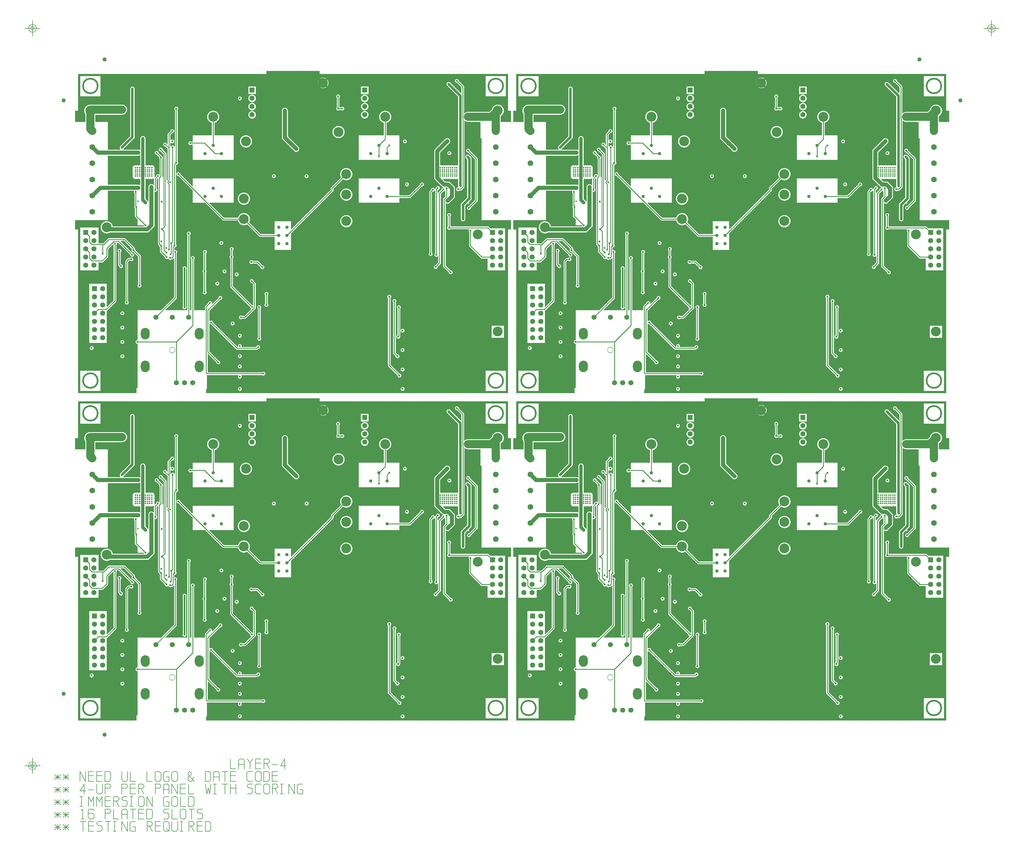
<source format=gbr>
*%FSLAX24Y24*%
%MOIN*%
%IPPOS*%
%ADD10C,0.2X0.158*%
%ADD11C,0.024*%
%ADD12C,0.063*%
%ADD13R,0.063X0.063*%
%ADD14C,0.07*%
%ADD15R,0.07X0.07*%
%ADD16C,0.12*%
%ADD17R,0.0374X0.0516*%
%ADD18C,0.08*%
%ADD19R,0.0516X0.0374*%
%ADD20R,0.0406X0.0744*%
%ADD21R,0.028X0.0146*%
%ADD22R,0.076X0.0189*%
%ADD23C,0.02*%
%ADD24R,0.0839X0.0303*%
%ADD25R,0.2165X0.1142*%
%ADD26R,0.0158X0.0575*%
%ADD27R,0.026X0.0516*%
%ADD28R,0.1638X0.0835*%
%ADD29O,0.11X0.141*%
%ADD30C,0.062*%
%ADD31R,0.0476X0.0697*%
%ADD32C,0.074X0.066*%
%ADD33R,0.0516X0.026*%
%ADD34R,0.0594X0.0161*%
%ADD35C,0.04*%
%ADD36R,0.0516X0.0161*%
%ADD37R,0.0299X0.0535*%
%ADD38R,0.0535X0.0299*%
%ADD39R,0.0303X0.0362*%
%ADD40R,0.061X0.1382*%
%ADD41R,0.0402X0.0406*%
%ADD42R,0.083X0.079*%
%ADD43R,0.016X0.053*%
%ADD44R,0.063X0.075*%
%ADD45R,0.3555X0.3173*%
%ADD46R,0.0362X0.0697*%
%ADD47C,0.01*%
%ADD48C,0.02*%
%ADD49C,0.03*%
%ADD50C,0.05*%
%ADD51C,0.015*%
%ADD52C,0.025*%
%ADD53C,0.016*%
%ADD54C,0.018*%
%ADD55C,0.075*%
%ADD56C,0.1*%
%ADD57C,0.007*%
%ADD58C,0.008*%
%ADD59C,0.039*%
%ADD60C,0.22*%
%ADD61C,0.036*%
%AMD62*
1,1,0.09,0.0,0.0*
1,0,0.07,0.0,0.0*
20,0,0.015,0.0337,-0.0337,-0.0337,0.0337,0.0*
20,0,0.015,-0.0337,-0.0337,0.0337,0.0337,0.0*%
%ADD62D62*%
G04:---LTIenv:A062:5,0.09,0.015,0.07,4,45.0 *
%ADD63C,0.04*%
%AMD64*
1,1,0.082,0.0,0.0*
1,0,0.062,0.0,0.0*
20,0,0.015,0.0308,-0.0308,-0.0308,0.0308,0.0*
20,0,0.015,-0.0308,-0.0308,0.0308,0.0308,0.0*%
%ADD64D64*%
G04:---LTIenv:A064:5,0.082,0.015,0.062,4,45.0 *
%ADD65C,0.15*%
%ADD66C,0.05*%
%ADD67R,0.25X0.25*%
%ADD68C,0.1*%
%AMD69*
1,1,0.1,0.0,0.0*
1,0,0.0875,0.0,0.0*
1,1,0.05,0.0,0.0*
1,0,0.0375,0.0,0.0*
20,1,0.0062,0.0,-0.0969,0.0,0.0969,0.0*
20,1,0.0062,-0.0969,0.0,0.0969,0.0,0.0*%
%ADD69D69*%
G04:---LTIenv:A069:6,0.2,6 *
%ADD100C,0.04*%
%ADD101C,0.062*%
%ADD104C,0.02*%
%ADD105C,0.01*%
%ADD106C,0.02*%
%ADD107C,0.03*%
%ADD108C,0.05*%
%ADD109C,0.1*%
%ADD110C,0.026*%
%ADD117C,0.026*%
%ADD118R,0.042X0.076*%
%ADD119R,0.362X0.323*%
%ADD120C,0.08*%
%ADD121C,0.056*%
%ADD122C,0.085*%
%ADD123C,0.078*%
%ADD124C,0.094*%
%AMD125*
1,1,0.084,0.0,0.0*
1,0,0.064,0.0,0.0*
20,0,0.015,0.0315,-0.0315,-0.0315,0.0315,0.0*
20,0,0.015,-0.0315,-0.0315,0.0315,0.0315,0.0*%
%ADD125D125*%
G04:---LTIenv:A125:5,0.084,0.015,0.064,4,45.0 *
%ADD126O,0.125X0.154*%
%ADD127R,0.069X0.081*%
%ADD128C,0.135*%
%ADD131C,0.068*%
%ADD132C,0.046*%
%ADD135C,0.126*%
%ADD136R,0.076X0.076*%
%ADD137C,0.076*%
%ADD138R,0.069X0.069*%
%ADD139C,0.069*%
%ADD140C,0.03*%
%ADD141C,0.206*%
%ADD142R,0.02X0.057*%
%ADD143R,0.089X0.085*%
%ADD144R,0.046X0.047*%
%ADD145R,0.067X0.144*%
%ADD146R,0.036X0.042*%
%ADD147R,0.06X0.036*%
%ADD148R,0.036X0.06*%
%ADD149R,0.056X0.02*%
%ADD150C,0.046*%
%ADD151R,0.063X0.02*%
%ADD152R,0.058X0.032*%
%ADD153C,0.08*%
%ADD154R,0.054X0.076*%
%ADD155C,0.068*%
%ADD156O,0.116X0.147*%
%ADD157R,0.17X0.09*%
%ADD158R,0.032X0.058*%
%ADD159R,0.02X0.062*%
%ADD160R,0.223X0.12*%
%ADD161R,0.087X0.0325*%
%ADD162R,0.078X0.02*%
%ADD163R,0.034X0.021*%
%ADD164R,0.047X0.08*%
%ADD165R,0.058X0.043*%
%ADD166C,0.086*%
%ADD167R,0.043X0.058*%
%ADD168C,0.126*%
%ADD169R,0.076X0.076*%
%ADD170C,0.076*%
%ADD171R,0.069X0.069*%
%ADD172C,0.069*%
%ADD173C,0.03*%
%ADD174C,0.206*%
%ADD200C,0.002*%
%ADD901C,0.01*%
G04:---LTIenv:A901:15,0.01,1 *
%ADD902C,0.013*%
G04:---LTIenv:A902:15,0.013,2 *
%ADD903C,0.028*%
G04:---LTIenv:A903:15,0.028,3 *
%ADD904C,0.042*%
G04:---LTIenv:A904:15,0.042,4 *
%ADD905C,0.044*%
G04:---LTIenv:A905:15,0.044,5 *
%ADD906C,0.05*%
G04:---LTIenv:A906:15,0.05,6 *
%ADD907C,0.067*%
G04:---LTIenv:A907:15,0.067,7 *
%ADD908C,0.064*%
G04:---LTIenv:A908:15,0.064,8 *
%ADD909C,0.156*%
G04:---LTIenv:A909:15,0.156,9 *
%ADD910C,0.07*%
G04:---LTIenv:A910:15,0.07,10 *
%ADD911C,0.125*%
G04:---LTIenv:A911:15,0.125,11 *

%LPD*%
D58*X151Y-3615D2*X869Y-4266D1*X151D2*X869Y-3615D1*X151Y-3945D2*X869D1*X510Y-4266D2*Y-3615D1*X1172D2*X1890Y-4266D1*X1172D2*X1890Y-3615D1*X1172Y-3945D2*X1890D1*X1531Y-4266D2*Y-3615D1*X3931Y-3246D2*Y-4446D1*X3241Y-3246*Y-4446*X4271Y-3756D2*X4932D1*Y-3246D2*X4271D1*Y-4446*X4932*X5291Y-3756D2*X5953D1*Y-3246D2*X5291D1*Y-4446*X5953*X6803D2*X6983Y-4266D1*Y-3435*X6803Y-3246*X6293*Y-4446*X6803*X9061Y-3246D2*Y-4266D1*X8882Y-4446*X8523*X8343Y-4266*Y-3246*X10035Y-4446D2*X9383D1*Y-3246*X12076Y-4446D2*X11424D1*Y-3246*X12416Y-3435D2*Y-4266D1*X12595Y-4446*X12954*X13134Y-4266*Y-3435*X12954Y-3246*X12595*X12416Y-3435*X13776Y-3907D2*X14107D1*Y-4446*X13625*X13446Y-4266*Y-3435*X13625Y-3246*X14107*X14457Y-3435D2*Y-4266D1*X14636Y-4446*X14995*X15175Y-4266*Y-3435*X14995Y-3246*X14636*X14457Y-3435*X17169Y-4446D2*X16450Y-3615D1*Y-3435*X16649Y-3246*X16838Y-3435*Y-3615*X16450Y-3907*Y-4266*X16630Y-4446*X16809*X16989Y-4304*Y-4125*X17169Y-3945*X19049Y-4446D2*X19228Y-4266D1*Y-3435*X19049Y-3246*X18539*Y-4446*X19049*X19559Y-3907D2*X20249D1*Y-4446D2*Y-3435D1*X20069Y-3246*X19739*X19559Y-3435*Y-4446*X20957D2*Y-3246D1*X20598D2*X21317D1*X21619Y-3756D2*X22280D1*Y-3246D2*X21619D1*Y-4446*X22280*X24340D2*X23802D1*X23622Y-4266*Y-3435*X23802Y-3246*X24340*X24661Y-3435D2*Y-4266D1*X24841Y-4446*X25200*X25380Y-4266*Y-3435*X25200Y-3246*X24841*X24661Y-3435*X26192Y-4446D2*X26372Y-4266D1*Y-3435*X26192Y-3246*X25682*Y-4446*X26192*X26721Y-3756D2*X27383D1*Y-3246D2*X26721D1*Y-4446*X27383*X151Y-5145D2*X869Y-5797D1*X151D2*X869Y-5145D1*X151Y-5476D2*X869D1*X510Y-5797D2*Y-5145D1*X1172D2*X1890Y-5797D1*X1172D2*X1890Y-5145D1*X1172Y-5476D2*X1890D1*X1531Y-5797D2*Y-5145D1*X3940Y-5618D2*X3250D1*X3761Y-4777*Y-5977*X4271Y-5476D2*X4932D1*X6000Y-4777D2*Y-5797D1*X5820Y-5977*X5461*X5282Y-5797*Y-4777*X6312Y-5287D2*X6822D1*X7002Y-5107*Y-4966*X6822Y-4777*X6312*Y-5977*X8353Y-5287D2*X8863D1*X9043Y-5107*Y-4966*X8863Y-4777*X8353*Y-5977*X9373Y-5287D2*X10035D1*Y-4777D2*X9373D1*Y-5977*X10035*X10706Y-5325D2*X11065Y-5977D1*X10413Y-5325D2*X10885D1*X11065Y-5145*Y-4966*X10885Y-4777*X10413*Y-5977*X12435Y-5287D2*X12945D1*X13124Y-5107*Y-4966*X12945Y-4777*X12435*Y-5977*X13436Y-5438D2*X14126D1*Y-5977D2*Y-4966D1*X13946Y-4777*X13616*X13436Y-4966*Y-5977*X15156Y-4777D2*Y-5977D1*X14466Y-4777*Y-5977*X15496Y-5287D2*X16157D1*Y-4777D2*X15496D1*Y-5977*X16157*X17178D2*X16526D1*Y-4777*X19247D2*X19096Y-5977D1*X18917Y-5259*X18737Y-5977*X18557Y-4777*X19550Y-5977D2*X19909D1*X19729D2*Y-4777D1*X19550D2*X19909D1*X20957Y-5977D2*Y-4777D1*X20598D2*X21317D1*X21600Y-5287D2*X22290D1*Y-5977D2*Y-4777D1*X21600Y-5977D2*Y-4777D1*X23669Y-5977D2*X24151D1*X24331Y-5797*Y-5438*X24151Y-5259*X23849*X23669Y-5079*Y-4966*X23849Y-4777*X24331*X25361Y-5977D2*X24822D1*X24643Y-5797*Y-4966*X24822Y-4777*X25361*X25682Y-4966D2*Y-5797D1*X25861Y-5977*X26220*X26400Y-5797*Y-4966*X26220Y-4777*X25861*X25682Y-4966*X27033Y-5325D2*X27392Y-5977D1*X26740Y-5325D2*X27213D1*X27392Y-5145*Y-4966*X27213Y-4777*X26740*Y-5977*X27713D2*X28072D1*X27893D2*Y-4777D1*X27713D2*X28072D1*X29443D2*Y-5977D1*X28753Y-4777*Y-5977*X30104Y-5438D2*X30435D1*Y-5977*X29953*X29773Y-5797*Y-4966*X29953Y-4777*X30435*X151Y-6676D2*X869Y-7328D1*X151D2*X869Y-6676D1*X151Y-7007D2*X869D1*X510Y-7328D2*Y-6676D1*X1172D2*X1890Y-7328D1*X1172D2*X1890Y-6676D1*X1172Y-7007D2*X1890D1*X1531Y-7328D2*Y-6676D1*X3222Y-7507D2*X3581D1*X3402D2*Y-6307D1*X3222D2*X3581D1*X4932Y-7507D2*Y-6307D1*X4602Y-6969*X4271Y-6307*Y-7507*X5953D2*Y-6307D1*X5622Y-6969*X5291Y-6307*Y-7507*X6312Y-6818D2*X6973D1*Y-6307D2*X6312D1*Y-7507*X6973*X7644Y-6855D2*X8003Y-7507D1*X7351Y-6855D2*X7824D1*X8003Y-6676*Y-6496*X7824Y-6307*X7351*Y-7507*X8362D2*X8844D1*X9024Y-7328*Y-6969*X8844Y-6789*X8542*X8362Y-6610*Y-6496*X8542Y-6307*X9024*X9345Y-7507D2*X9704D1*X9524D2*Y-6307D1*X9345D2*X9704D1*X10375Y-6496D2*Y-7328D1*X10554Y-7507*X10913*X11093Y-7328*Y-6496*X10913Y-6307*X10554*X10375Y-6496*X12094Y-6307D2*Y-7507D1*X11405Y-6307*Y-7507*X13776Y-6969D2*X14107D1*Y-7507*X13625*X13446Y-7328*Y-6496*X13625Y-6307*X14107*X14457Y-6496D2*Y-7328D1*X14636Y-7507*X14995*X15175Y-7328*Y-6496*X14995Y-6307*X14636*X14457Y-6496*X16157Y-7507D2*X15506D1*Y-6307*X17008Y-7507D2*X17187Y-7328D1*Y-6496*X17008Y-6307*X16498*Y-7507*X17008*X151Y-8207D2*X869Y-8859D1*X151D2*X869Y-8207D1*X151Y-8537D2*X869D1*X510Y-8859D2*Y-8207D1*X1172D2*X1890Y-8859D1*X1172D2*X1890Y-8207D1*X1172Y-8537D2*X1890D1*X1531Y-8859D2*Y-8207D1*X3392Y-9038D2*X3751D1*X3572D2*Y-7838D1*X3392Y-8027*X4252Y-8348D2*X4791D1*X4970Y-8537*Y-8859*X4791Y-9038*X4431*X4252Y-8802*Y-8027*X4431Y-7838*X4791*X4970Y-8027*X6312Y-8348D2*X6822D1*X7002Y-8169*Y-8027*X6822Y-7838*X6312*Y-9038*X7994D2*X7342D1*Y-7838*X8334Y-8500D2*X9024D1*Y-9038D2*Y-8027D1*X8844Y-7838*X8513*X8334Y-8027*Y-9038*X9732D2*Y-7838D1*X9373D2*X10091D1*X10394Y-8348D2*X11055D1*Y-7838D2*X10394D1*Y-9038*X11055*X11906D2*X12085Y-8859D1*Y-8027*X11906Y-7838*X11395*Y-9038*X11906*X13465D2*X13946D1*X14126Y-8859*Y-8500*X13946Y-8320*X13644*X13465Y-8140*Y-8027*X13644Y-7838*X14126*X15137Y-9038D2*X14485D1*Y-7838*X15477Y-8027D2*Y-8859D1*X15657Y-9038*X16016*X16195Y-8859*Y-8027*X16016Y-7838*X15657*X15477Y-8027*X16876Y-9038D2*Y-7838D1*X16517D2*X17235D1*X17546Y-9038D2*X18028D1*X18208Y-8859*Y-8500*X18028Y-8320*X17726*X17546Y-8140*Y-8027*X17726Y-7838*X18208*X151Y-9737D2*X869Y-10389D1*X151D2*X869Y-9737D1*X151Y-10068D2*X869D1*X510Y-10389D2*Y-9737D1*X1172D2*X1890Y-10389D1*X1172D2*X1890Y-9737D1*X1172Y-10068D2*X1890D1*X1531Y-10389D2*Y-9737D1*X3609Y-10569D2*Y-9369D1*X3250D2*X3969D1*X4271Y-9879D2*X4932D1*Y-9369D2*X4271D1*Y-10569*X4932*X5301D2*X5783D1*X5962Y-10389*Y-10030*X5783Y-9851*X5480*X5301Y-9671*Y-9558*X5480Y-9369*X5962*X6671Y-10569D2*Y-9369D1*X6312D2*X7030D1*X7304Y-10569D2*X7663D1*X7483D2*Y-9369D1*X7304D2*X7663D1*X9033D2*Y-10569D1*X8343Y-9369*Y-10569*X9694Y-10030D2*X10025D1*Y-10569*X9543*X9364Y-10389*Y-9558*X9543Y-9369*X10025*X11726Y-9917D2*X12085Y-10569D1*X11433Y-9917D2*X11906D1*X12085Y-9737*Y-9558*X11906Y-9369*X11433*Y-10569*X12435Y-9879D2*X13096D1*Y-9369D2*X12435D1*Y-10569*X13096*X13776Y-10210D2*X14135Y-10569D1*X13625Y-9369D2*X13446Y-9558D1*Y-10389*X13625Y-10569*X13956*X14135Y-10389*Y-9558*X13956Y-9369*X13625*X15184D2*Y-10389D1*X15005Y-10569*X14646*X14466Y-10389*Y-9369*X15468Y-10569D2*X15827D1*X15647D2*Y-9369D1*X15468D2*X15827D1*X16828Y-9917D2*X17187Y-10569D1*X16535Y-9917D2*X17008D1*X17187Y-9737*Y-9558*X17008Y-9369*X16535*Y-10569*X17537Y-9879D2*X18198D1*Y-9369D2*X17537D1*Y-10569*X18198*X19049D2*X19228Y-10389D1*Y-9558*X19049Y-9369*X18539*Y-10569*X19049*X22279Y-2915D2*X21627D1*Y-1715*X22620Y-2376D2*X23309D1*Y-2915D2*Y-1904D1*X23130Y-1715*X22799*X22620Y-1904*Y-2915*X23678Y-1715D2*X24009Y-2197D1*X24339Y-1715*X24009Y-2915D2*Y-2197D1*X24679Y-2225D2*X25341D1*Y-1715D2*X24679D1*Y-2915*X25341*X26012Y-2263D2*X26371Y-2915D1*X25719Y-2263D2*X26191D1*X26371Y-2084*Y-1904*X26191Y-1715*X25719*Y-2915*X26720Y-2414D2*X27382D1*X28431Y-2556D2*X27741D1*X28251Y-1715*Y-2915*D100*X11250Y66250D2*X10910Y66590D1*Y74090*X64750Y66250D2*X64410Y66590D1*Y74090*X64750Y26250D2*X64410Y26590D1*Y34090*X11250Y26250D2*X10910Y26590D1*Y34090*D105*X50732Y65625D2*X51625Y66518D1*Y71625*X50625Y72625*X53600Y59600D2*X52311D1*X50930Y60981*Y62840*X49250Y81147D2*X49975Y80422D1*Y76480*X50000Y76456*Y68186*X49714Y67900*X49400*X48309Y63190D2*Y64750D1*X53600Y62600D2*X53010Y63190D1*X48309*X48500Y57750D2*X47725Y58525D1*Y66666*X48000Y66941*Y68000*X46930Y68048D2*X46750Y67868D1*Y59875*X46327Y67848D2*X46050Y67571D1*Y59970*X46660Y58400D2*X47125Y58865D1*Y67390*X47610Y67875*X39750Y73250D2*X40500Y74000D1*Y76750*X41000Y73250D2*X40750Y73000D1*Y72250*X39750Y71900D2*Y73250D1*X40750Y67000D2*X43500D1*X45000Y68500*X42170Y53495D2*Y49951D1*X42094Y49875*X42000Y47500D2*X41625Y47875D1*Y54250*X41000Y54781D2*Y46375D1*X42250Y45125*X34750Y79250D2*Y77750D1*X35266*X28500Y62250D2*X34020Y67770D1*Y68020*X35750Y69750*X25500Y58375D2*X24875Y59000D1*X24155*X26000Y53750D2*Y55125D1*X25125Y49625D2*Y53500D1*X27500Y62250D2*X25250D1*X23250Y64250*X21735Y59625D2*X21750D1*Y60600*X24210Y56690D2*X24520Y56380D1*Y53387*X23383Y52250*X22875*X21750Y59625D2*Y55999D1*X24250Y53499*X19500Y73250D2*Y76750D1*X18445Y57875D2*X18463D1*Y60214*X18499Y60250*X18463Y55290D2*Y57875D1*X25000Y48625D2*X24844Y48469D1*X22406*X19250Y51625*X20125Y46750D2*X18855Y48020D1*Y53105*X20375Y54625*X19125Y54000D2*X18655Y53530D1*Y45470*X18750Y45375*X25625*X20500Y72250D2*X19744D1*X18464Y73530*X16700*X16500Y52250D2*Y62480D1*X16520Y62500*X14500Y75000D2*X14112Y74612D1*Y73000*X14000*X13625Y73375*X14997Y71125D2*Y77750D1*X23250Y64250D2*X20750D1*X15250Y69750*X13250Y63000D2*X13625Y63375D1*Y72219*X13094Y72750*X14112Y60511D2*X14110Y60513D1*Y68518*X13990Y68638*Y68862*X14112Y68984*Y73000*X13250Y63000D2*X13500Y62750D1*Y60442*X13802Y60140*X14380Y61290D2*X14552Y61462D1*Y73028*X14380Y61290D2*X14382Y61288D1*Y60004*X14332Y59954*X13152Y60972D2*X12920Y61204D1*Y69288*X13125Y69493*Y71750*X14997Y71125D2*X14790Y70918D1*Y61023*X13152Y60972D2*Y60275D1*X13828Y59600*X14790Y61023D2*X14607Y60840D1*Y59637*X14470Y59500*X14250*X15020Y49250D2*X17001Y51231D1*Y59500*X15000Y44250D2*X15020Y44270D1*Y49250*X12592Y72362D2*X13125Y71829D1*Y71750*X12436Y67828D2*Y69186D1*X12750Y69500*X12500Y52250D2*X14880Y54630D1*Y60230*X10250Y49250D2*X15020D1*X10104Y65720D2*X10057Y65768D1*Y67567*X11250Y63470D2*X10104Y64616D1*Y65720*X9760Y60460D2*X10500Y59720D1*Y56125*X8051Y60396D2*Y58699D1*X8250Y58500*X8949Y54050D2*Y59101D1*X9195Y59347*X9500*X6000Y60000D2*Y61135D1*X9760Y60460D2*Y60666D1*X8676Y61750*X6765*X6150Y61135*X6000*X5000Y52750D2*X5465Y53215D1*X6465*X7500Y54250*Y61250*X3950Y62600D2*X4415Y62135D1*Y61435*X4715Y61135*X6000*X9613Y59887D2*X7980Y61520D1*X7388*X6500Y60632*Y59674*X5961Y59135*X4715*X4415Y59435*Y60135*X3950Y60600*X104232Y65625D2*X105125Y66518D1*Y71625*X104125Y72625*X107100Y59600D2*X105811D1*X104430Y60981*Y62840*X102750Y81147D2*X103475Y80422D1*Y76480*X103500Y76456*Y68186*X103214Y67900*X102900*X101809Y63190D2*Y64750D1*X107100Y62600D2*X106510Y63190D1*X101809*X102000Y57750D2*X101225Y58525D1*Y66666*X101500Y66941*Y68000*X100430Y68048D2*X100250Y67868D1*Y59875*X99827Y67848D2*X99550Y67571D1*Y59970*X100160Y58400D2*X100625Y58865D1*Y67390*X101110Y67875*X93250Y73250D2*X94000Y74000D1*Y76750*X94500Y73250D2*X94250Y73000D1*Y72250*X93250Y71900D2*Y73250D1*X94250Y67000D2*X97000D1*X98500Y68500*X95670Y53495D2*Y49951D1*X95594Y49875*X95500Y47500D2*X95125Y47875D1*Y54250*X94500Y54781D2*Y46375D1*X95750Y45125*X88250Y79250D2*Y77750D1*X88766*X82000Y62250D2*X87520Y67770D1*Y68020*X89250Y69750*X79000Y58375D2*X78375Y59000D1*X77655*X79500Y53750D2*Y55125D1*X78625Y49625D2*Y53500D1*X81000Y62250D2*X78750D1*X76750Y64250*X75235Y59625D2*X75250D1*Y60600*X77710Y56690D2*X78020Y56380D1*Y53387*X76883Y52250*X76375*X75250Y59625D2*Y55999D1*X77750Y53499*X73000Y73250D2*Y76750D1*X71945Y57875D2*X71963D1*Y60214*X71999Y60250*X71963Y55290D2*Y57875D1*X78500Y48625D2*X78344Y48469D1*X75906*X72750Y51625*X73625Y46750D2*X72355Y48020D1*Y53105*X73875Y54625*X72625Y54000D2*X72155Y53530D1*Y45470*X72250Y45375*X79125*X74000Y72250D2*X73244D1*X71964Y73530*X70200*X70000Y52250D2*Y62480D1*X70020Y62500*X68000Y75000D2*X67612Y74612D1*Y73000*X67500*X67125Y73375*X68497Y71125D2*Y77750D1*X76750Y64250D2*X74250D1*X68750Y69750*X66750Y63000D2*X67125Y63375D1*Y72219*X66594Y72750*X67612Y60511D2*X67610Y60513D1*Y68518*X67490Y68638*Y68862*X67612Y68984*Y73000*X66750Y63000D2*X67000Y62750D1*Y60442*X67302Y60140*X67880Y61290D2*X68052Y61462D1*Y73028*X67880Y61290D2*X67882Y61288D1*Y60004*X67832Y59954*X66652Y60972D2*X66420Y61204D1*Y69288*X66625Y69493*Y71750*X68497Y71125D2*X68290Y70918D1*Y61023*X66652Y60972D2*Y60275D1*X67328Y59600*X68290Y61023D2*X68107Y60840D1*Y59637*X67970Y59500*X67750*X68520Y49250D2*X70501Y51231D1*Y59500*X68500Y44250D2*X68520Y44270D1*Y49250*X66092Y72362D2*X66625Y71829D1*Y71750*X65936Y67828D2*Y69186D1*X66250Y69500*X66000Y52250D2*X68380Y54630D1*Y60230*X63750Y49250D2*X68520D1*X63604Y65720D2*X63557Y65768D1*Y67567*X64750Y63470D2*X63604Y64616D1*Y65720*X63260Y60460D2*X64000Y59720D1*Y56125*X61551Y60396D2*Y58699D1*X61750Y58500*X62449Y54050D2*Y59101D1*X62695Y59347*X63000*X59500Y60000D2*Y61135D1*X63260Y60460D2*Y60666D1*X62176Y61750*X60265*X59650Y61135*X59500*X58500Y52750D2*X58965Y53215D1*X59965*X61000Y54250*Y61250*X57450Y62600D2*X57915Y62135D1*Y61435*X58215Y61135*X59500*X63113Y59887D2*X61480Y61520D1*X60888*X60000Y60632*Y59674*X59461Y59135*X58215*X57915Y59435*Y60135*X57450Y60600*X104232Y25625D2*X105125Y26518D1*Y31625*X104125Y32625*X107100Y19600D2*X105811D1*X104430Y20981*Y22840*X102750Y41147D2*X103475Y40422D1*Y36480*X103500Y36456*Y28186*X103214Y27900*X102900*X101809Y23190D2*Y24750D1*X107100Y22600D2*X106510Y23190D1*X101809*X102000Y17750D2*X101225Y18525D1*Y26666*X101500Y26941*Y28000*X100430Y28048D2*X100250Y27868D1*Y19875*X99827Y27848D2*X99550Y27571D1*Y19970*X100160Y18400D2*X100625Y18865D1*Y27390*X101110Y27875*X93250Y33250D2*X94000Y34000D1*Y36750*X94500Y33250D2*X94250Y33000D1*Y32250*X93250Y31900D2*Y33250D1*X94250Y27000D2*X97000D1*X98500Y28500*X95670Y13495D2*Y9951D1*X95594Y9875*X95500Y7500D2*X95125Y7875D1*Y14250*X94500Y14781D2*Y6375D1*X95750Y5125*X88250Y39250D2*Y37750D1*X88766*X82000Y22250D2*X87520Y27770D1*Y28020*X89250Y29750*X79000Y18375D2*X78375Y19000D1*X77655*X79500Y13750D2*Y15125D1*X78625Y9625D2*Y13500D1*X81000Y22250D2*X78750D1*X76750Y24250*X75235Y19625D2*X75250D1*Y20600*X77710Y16690D2*X78020Y16380D1*Y13387*X76883Y12250*X76375*X75250Y19625D2*Y15999D1*X77750Y13499*X73000Y33250D2*Y36750D1*X71945Y17875D2*X71963D1*Y20214*X71999Y20250*X71963Y15290D2*Y17875D1*X78500Y8625D2*X78344Y8469D1*X75906*X72750Y11625*X73625Y6750D2*X72355Y8020D1*Y13105*X73875Y14625*X72625Y14000D2*X72155Y13530D1*Y5470*X72250Y5375*X79125*X74000Y32250D2*X73244D1*X71964Y33530*X70200*X70000Y12250D2*Y22480D1*X70020Y22500*X68000Y35000D2*X67612Y34612D1*Y33000*X67500*X67125Y33375*X68497Y31125D2*Y37750D1*X76750Y24250D2*X74250D1*X68750Y29750*X66750Y23000D2*X67125Y23375D1*Y32219*X66594Y32750*X67612Y20511D2*X67610Y20513D1*Y28518*X67490Y28638*Y28862*X67612Y28984*Y33000*X66750Y23000D2*X67000Y22750D1*Y20442*X67302Y20140*X67880Y21290D2*X68052Y21462D1*Y33028*X67880Y21290D2*X67882Y21288D1*Y20004*X67832Y19954*X66652Y20972D2*X66420Y21204D1*Y29288*X66625Y29493*Y31750*X68497Y31125D2*X68290Y30918D1*Y21023*X66652Y20972D2*Y20275D1*X67328Y19600*X68290Y21023D2*X68107Y20840D1*Y19637*X67970Y19500*X67750*X68520Y9250D2*X70501Y11231D1*Y19500*X68500Y4250D2*X68520Y4270D1*Y9250*X66092Y32362D2*X66625Y31829D1*Y31750*X65936Y27828D2*Y29186D1*X66250Y29500*X66000Y12250D2*X68380Y14630D1*Y20230*X63750Y9250D2*X68520D1*X63604Y25720D2*X63557Y25768D1*Y27567*X64750Y23470D2*X63604Y24616D1*Y25720*X63260Y20460D2*X64000Y19720D1*Y16125*X61551Y20396D2*Y18699D1*X61750Y18500*X62449Y14050D2*Y19101D1*X62695Y19347*X63000*X59500Y20000D2*Y21135D1*X63260Y20460D2*Y20666D1*X62176Y21750*X60265*X59650Y21135*X59500*X58500Y12750D2*X58965Y13215D1*X59965*X61000Y14250*Y21250*X57450Y22600D2*X57915Y22135D1*Y21435*X58215Y21135*X59500*X63113Y19887D2*X61480Y21520D1*X60888*X60000Y20632*Y19674*X59461Y19135*X58215*X57915Y19435*Y20135*X57450Y20600*X50732Y25625D2*X51625Y26518D1*Y31625*X50625Y32625*X53600Y19600D2*X52311D1*X50930Y20981*Y22840*X49250Y41147D2*X49975Y40422D1*Y36480*X50000Y36456*Y28186*X49714Y27900*X49400*X48309Y23190D2*Y24750D1*X53600Y22600D2*X53010Y23190D1*X48309*X48500Y17750D2*X47725Y18525D1*Y26666*X48000Y26941*Y28000*X46930Y28048D2*X46750Y27868D1*Y19875*X46327Y27848D2*X46050Y27571D1*Y19970*X46660Y18400D2*X47125Y18865D1*Y27390*X47610Y27875*X39750Y33250D2*X40500Y34000D1*Y36750*X41000Y33250D2*X40750Y33000D1*Y32250*X39750Y31900D2*Y33250D1*X40750Y27000D2*X43500D1*X45000Y28500*X42170Y13495D2*Y9951D1*X42094Y9875*X42000Y7500D2*X41625Y7875D1*Y14250*X41000Y14781D2*Y6375D1*X42250Y5125*X34750Y39250D2*Y37750D1*X35266*X28500Y22250D2*X34020Y27770D1*Y28020*X35750Y29750*X25500Y18375D2*X24875Y19000D1*X24155*X26000Y13750D2*Y15125D1*X25125Y9625D2*Y13500D1*X27500Y22250D2*X25250D1*X23250Y24250*X21735Y19625D2*X21750D1*Y20600*X24210Y16690D2*X24520Y16380D1*Y13387*X23383Y12250*X22875*X21750Y19625D2*Y15999D1*X24250Y13499*X19500Y33250D2*Y36750D1*X18445Y17875D2*X18463D1*Y20214*X18499Y20250*X18463Y15290D2*Y17875D1*X25000Y8625D2*X24844Y8469D1*X22406*X19250Y11625*X20125Y6750D2*X18855Y8020D1*Y13105*X20375Y14625*X19125Y14000D2*X18655Y13530D1*Y5470*X18750Y5375*X25625*X20500Y32250D2*X19744D1*X18464Y33530*X16700*X16500Y12250D2*Y22480D1*X16520Y22500*X14500Y35000D2*X14112Y34612D1*Y33000*X14000*X13625Y33375*X14997Y31125D2*Y37750D1*X23250Y24250D2*X20750D1*X15250Y29750*X13250Y23000D2*X13625Y23375D1*Y32219*X13094Y32750*X14112Y20511D2*X14110Y20513D1*Y28518*X13990Y28638*Y28862*X14112Y28984*Y33000*X13250Y23000D2*X13500Y22750D1*Y20442*X13802Y20140*X14380Y21290D2*X14552Y21462D1*Y33028*X14380Y21290D2*X14382Y21288D1*Y20004*X14332Y19954*X13152Y20972D2*X12920Y21204D1*Y29288*X13125Y29493*Y31750*X14997Y31125D2*X14790Y30918D1*Y21023*X13152Y20972D2*Y20275D1*X13828Y19600*X14790Y21023D2*X14607Y20840D1*Y19637*X14470Y19500*X14250*X15020Y9250D2*X17001Y11231D1*Y19500*X15000Y4250D2*X15020Y4270D1*Y9250*X12592Y32362D2*X13125Y31829D1*Y31750*X12436Y27828D2*Y29186D1*X12750Y29500*X12500Y12250D2*X14880Y14630D1*Y20230*X10250Y9250D2*X15020D1*X10104Y25720D2*X10057Y25768D1*Y27567*X11250Y23470D2*X10104Y24616D1*Y25720*X9760Y20460D2*X10500Y19720D1*Y16125*X8051Y20396D2*Y18699D1*X8250Y18500*X8949Y14050D2*Y19101D1*X9195Y19347*X9500*X6000Y20000D2*Y21135D1*X9760Y20460D2*Y20666D1*X8676Y21750*X6765*X6150Y21135*X6000*X5000Y12750D2*X5465Y13215D1*X6465*X7500Y14250*Y21250*X3950Y22600D2*X4415Y22135D1*Y21435*X4715Y21135*X6000*X9613Y19887D2*X7980Y21520D1*X7388*X6500Y20632*Y19674*X5961Y19135*X4715*X4415Y19435*Y20135*X3950Y20600*D106*X33423Y80401D2*X32929Y80895D1*X32435Y81388*X33423D2*X32929Y80895D1*X32435Y80401*X16000Y53470D2*Y58250D1*X86923Y80401D2*X86429Y80895D1*X85935Y81388*X86923D2*X86429Y80895D1*X85935Y80401*X69500Y53470D2*Y58250D1*X86923Y40401D2*X86429Y40895D1*X85935Y41388*X86923D2*X86429Y40895D1*X85935Y40401*X69500Y13470D2*Y18250D1*X33423Y40401D2*X32929Y40895D1*X32435Y41388*X33423D2*X32929Y40895D1*X32435Y40401*X16000Y13470D2*Y18250D1*D107*X49700Y68310D2*X49675Y68335D1*Y79325*X48250Y80750*X50000Y64250D2*Y66000D1*X50779Y66779*Y71649*X50553Y71875*X8350Y73000D2*X9624Y74274D1*Y80191*X103200Y68310D2*X103175Y68335D1*Y79325*X101750Y80750*X103500Y64250D2*Y66000D1*X104279Y66779*Y71649*X104053Y71875*X61850Y73000D2*X63124Y74274D1*Y80191*X103200Y28310D2*X103175Y28335D1*Y39325*X101750Y40750*X103500Y24250D2*Y26000D1*X104279Y26779*Y31649*X104053Y31875*X61850Y33000D2*X63124Y34274D1*Y40191*X49700Y28310D2*X49675Y28335D1*Y39325*X48250Y40750*X50000Y24250D2*Y26000D1*X50779Y26779*Y31649*X50553Y31875*X8350Y33000D2*X9624Y34274D1*Y40191*D108*X47648Y68524D2*X46840Y69322D1*Y72552*X48081Y73783*X47756Y68484D2*X47734Y68491D1*X47712Y68498*X47690Y68506*X47669Y68515*X47648Y68524*X47841Y68470D2*X47832D1*X47823Y68471*X47814*X47805Y68472*X47796Y68474*X47788Y68476*X47779Y68478*X47770Y68480*X48125Y66500D2*X48650Y67025D1*Y68015*X48195Y68470*X47841*X47756Y68484D2*X47770Y68480D1*X29646Y72833D2*X28254Y74224D1*Y77500*X6500Y63250D2*X6750Y63000D1*X11445*X11954Y63510*Y68169*X4750Y73032D2*X5406Y72375D1*X10360*X4750Y67126D2*X5718Y68094D1*X10360*X101148Y68524D2*X100340Y69322D1*Y72552*X101581Y73783*X101256Y68484D2*X101234Y68491D1*X101212Y68498*X101190Y68506*X101169Y68515*X101148Y68524*X101341Y68470D2*X101332D1*X101323Y68471*X101314*X101305Y68472*X101296Y68474*X101288Y68476*X101279Y68478*X101270Y68480*X101625Y66500D2*X102150Y67025D1*Y68015*X101695Y68470*X101341*X101256Y68484D2*X101270Y68480D1*X83146Y72833D2*X81754Y74224D1*Y77500*X60000Y63250D2*X60250Y63000D1*X64945*X65454Y63510*Y68169*X58250Y73032D2*X58906Y72375D1*X63860*X58250Y67126D2*X59218Y68094D1*X63860*X101148Y28524D2*X100340Y29322D1*Y32552*X101581Y33783*X101256Y28484D2*X101234Y28491D1*X101212Y28498*X101190Y28506*X101169Y28515*X101148Y28524*X101341Y28470D2*X101332D1*X101323Y28471*X101314*X101305Y28472*X101296Y28474*X101288Y28476*X101279Y28478*X101270Y28480*X101625Y26500D2*X102150Y27025D1*Y28015*X101695Y28470*X101341*X101256Y28484D2*X101270Y28480D1*X83146Y32833D2*X81754Y34224D1*Y37500*X60000Y23250D2*X60250Y23000D1*X64945*X65454Y23510*Y28169*X58250Y33032D2*X58906Y32375D1*X63860*X58250Y27126D2*X59218Y28094D1*X63860*X47648Y28524D2*X46840Y29322D1*Y32552*X48081Y33783*X47756Y28484D2*X47734Y28491D1*X47712Y28498*X47690Y28506*X47669Y28515*X47648Y28524*X47841Y28470D2*X47832D1*X47823Y28471*X47814*X47805Y28472*X47796Y28474*X47788Y28476*X47779Y28478*X47770Y28480*X48125Y26500D2*X48650Y27025D1*Y28015*X48195Y28470*X47841*X47756Y28484D2*X47770Y28480D1*X29646Y32833D2*X28254Y34224D1*Y37500*X6500Y23250D2*X6750Y23000D1*X11445*X11954Y23510*Y28169*X4750Y33032D2*X5406Y32375D1*X10360*X4750Y27126D2*X5718Y28094D1*X10360*D109*X54000Y75000D2*Y77250D1*X54250Y77500*X50625Y76750D2*X53500D1*X54250Y77500*X8375Y77625D2*X4625D1*X4500Y77500*Y75250*X4750Y75000*X107500D2*Y77250D1*X107750Y77500*X104125Y76750D2*X107000D1*X107750Y77500*X61875Y77625D2*X58125D1*X58000Y77500*Y75250*X58250Y75000*X107500Y35000D2*Y37250D1*X107750Y37500*X104125Y36750D2*X107000D1*X107750Y37500*X61875Y37625D2*X58125D1*X58000Y37500*Y35250*X58250Y35000*X54000D2*Y37250D1*X54250Y37500*X50625Y36750D2*X53500D1*X54250Y37500*X8375Y37625D2*X4625D1*X4500Y37500*Y35250*X4750Y35000*D200*X55010Y77480D2*X55860D1*X55009Y77462D2*X55860D1*X55008Y77444D2*X55860D1*X55007Y77426D2*X55860D1*X55005Y77408D2*X55860D1*X55002Y77390D2*X55860D1*X54999Y77372D2*X55860D1*X54996Y77354D2*X55860D1*X54992Y77336D2*X55860D1*X54988Y77318D2*X55860D1*X54983Y77300D2*X55860D1*X54978Y77282D2*X55860D1*X54973Y77264D2*X55860D1*X54967Y77246D2*X55860D1*X54960Y77228D2*X55860D1*X54953Y77210D2*X55860D1*X54945Y77192D2*X55860D1*X54937Y77174D2*X55860D1*X54928Y77156D2*X55860D1*X54919Y77138D2*X55860D1*X54908Y77120D2*X55860D1*X54898Y77102D2*X55860D1*X54886Y77084D2*X55860D1*X54874Y77066D2*X55860D1*X54861Y77048D2*X55860D1*X54848Y77030D2*X55860D1*X54833Y77012D2*X55860D1*X54817Y76994D2*X55860D1*X54801Y76976D2*X55860D1*X54783Y76958D2*X55860D1*X54764Y76940D2*X55860D1*X54744Y76922D2*X55860D1*X54722Y76904D2*X55860D1*X54698Y76886D2*X55860D1*X54673Y76868D2*X55860D1*X54644Y76850D2*X55860D1*X54630Y76832D2*X55860D1*X54630Y76814D2*X55860D1*X54630Y76796D2*X55860D1*X54630Y76778D2*X55860D1*X54630Y76760D2*X55860D1*X54630Y76742D2*X55860D1*X54630Y76724D2*X55860D1*X54630Y76706D2*X55860D1*X54630Y76688D2*X55860D1*X54630Y76670D2*X55860D1*X54630Y76652D2*X55860D1*X54630Y76634D2*X55860D1*X54630Y76616D2*X55860D1*X54630Y76598D2*X55860D1*X54630Y76580D2*X55860D1*X54630Y76562D2*X55860D1*X54630Y76544D2*X55860D1*X54630Y76526D2*X55860D1*X54630Y76508D2*X55860D1*X54630Y76490D2*X55860D1*X54630Y76472D2*X55860D1*X54630Y76454D2*X55860D1*X54630Y76436D2*X55860D1*X54630Y76418D2*X55860D1*X54630Y76400D2*X55860D1*X54630Y76382D2*X55860D1*X54630Y76364D2*X55860D1*X54630Y76346D2*X55860D1*X54630Y76328D2*X55860D1*X54630Y76310D2*X55860D1*X54630Y76292D2*X55860D1*X54630Y76274D2*X55860D1*X54630Y76256D2*X55860D1*X54630Y76238D2*X55860D1*X54630Y76220D2*X55860D1*X54630Y76202D2*X55860D1*X54630Y76184D2*X55860D1*X54630Y76166D2*X55860D1*X54630Y76148D2*X55860D1*X50240Y64106D2*X55860D1*X50229Y64088D2*X55860D1*X50215Y64070D2*X55860D1*X50198Y64052D2*X55860D1*X50179Y64034D2*X55860D1*X50154Y64016D2*X55860D1*X50123Y63998D2*X55860D1*X50075Y63980D2*X55860D1*X48489Y63962D2*X55860D1*X48489Y63944D2*X55860D1*X48489Y63926D2*X55860D1*X48489Y63908D2*X55860D1*X48489Y63890D2*X55860D1*X48489Y63872D2*X55860D1*X48489Y63854D2*X55860D1*X48489Y63836D2*X55860D1*X48489Y63818D2*X55860D1*X48489Y63800D2*X55860D1*X48489Y63782D2*X55860D1*X48489Y63764D2*X55860D1*X48489Y63746D2*X55860D1*X48489Y63728D2*X55860D1*X48489Y63710D2*X55860D1*X48489Y63692D2*X55860D1*X48489Y63674D2*X55860D1*X48489Y63656D2*X55860D1*X48489Y63638D2*X55860D1*X48489Y63620D2*X55860D1*X48489Y63602D2*X55860D1*X48489Y63584D2*X55860D1*X48489Y63566D2*X55860D1*X48489Y63548D2*X55860D1*X48489Y63530D2*X55860D1*X48489Y63512D2*X55860D1*X48489Y63494D2*X55860D1*X48489Y63476D2*X55860D1*X48489Y63458D2*X55860D1*X48489Y63440D2*X55860D1*X48489Y63422D2*X55860D1*X48489Y63404D2*X55860D1*X48489Y63386D2*X55860D1*X53087Y63368D2*X55860D1*X53105Y63350D2*X55860D1*X53123Y63332D2*X55860D1*X53141Y63314D2*X55860D1*X53159Y63296D2*X55860D1*X53177Y63278D2*X55860D1*X53195Y63260D2*X55860D1*X53213Y63242D2*X55860D1*X53231Y63224D2*X55860D1*X53249Y63206D2*X55860D1*X53267Y63188D2*X55860D1*X53285Y63170D2*X55860D1*X53303Y63152D2*X55860D1*X55129Y63134D2*X55860D1*X55135Y63116D2*X55860D1*X55135Y63098D2*X55860D1*X55135Y63080D2*X55860D1*X55135Y63062D2*X55860D1*X55135Y63044D2*X55860D1*X55135Y63026D2*X55860D1*X55500Y77490D2*X55860D1*X52250Y64115D2*X55860D1*X55500Y63010D2*X55860D1*X54630Y76135D2*X55860D1*X26010Y82000D2*Y82360D1*X32490Y82000D2*Y82360D1*X2640Y64106D2*X10240D1*X2640Y64088D2*X10240D1*X2640Y64070D2*X10240D1*X2640Y64052D2*X10240D1*X2640Y64034D2*X10240D1*X2640Y64016D2*X10240D1*X2640Y63998D2*X6365D1*X2640Y63980D2*X6288D1*X2640Y63962D2*X6234D1*X2640Y63944D2*X6190D1*X2640Y63926D2*X6152D1*X2640Y63908D2*X6119D1*X2640Y63890D2*X6090D1*X2640Y63872D2*X6063D1*X2640Y63854D2*X6038D1*X2640Y63836D2*X6016D1*X2640Y63818D2*X5995D1*X2640Y63800D2*X5975D1*X2640Y63782D2*X5957D1*X2640Y63764D2*X5940D1*X2640Y63746D2*X5924D1*X2640Y63728D2*X5909D1*X2640Y63710D2*X5895D1*X2640Y63692D2*X5882D1*X2640Y63674D2*X5869D1*X2640Y63656D2*X5857D1*X2640Y63638D2*X5846D1*X2640Y63620D2*X5836D1*X2640Y63602D2*X5826D1*X2640Y63584D2*X5817D1*X2640Y63566D2*X5809D1*X2640Y63548D2*X5801D1*X2640Y63530D2*X5793D1*X2640Y63512D2*X5786D1*X2640Y63494D2*X5780D1*X2640Y63476D2*X5774D1*X2640Y63458D2*X5769D1*X2640Y63440D2*X5764D1*X2640Y63422D2*X5759D1*X2640Y63404D2*X5756D1*X2640Y63386D2*X5752D1*X2640Y63368D2*X5749D1*X2640Y63350D2*X5746D1*X2640Y63332D2*X5744D1*X2640Y63314D2*X5742D1*X2640Y63296D2*X5741D1*X2640Y63278D2*X5740D1*X2640Y63260D2*X5740D1*X2640Y63242D2*X3240D1*X2640Y63224D2*X3240D1*X2640Y63206D2*X3240D1*X2640Y63188D2*X3240D1*X2640Y63170D2*X3240D1*X2640Y63152D2*X3240D1*X2640Y63134D2*X3240D1*X2640Y63116D2*X3240D1*X2640Y63098D2*X3240D1*X2640Y63080D2*X3240D1*X2640Y63062D2*X3240D1*X2640Y63044D2*X3240D1*X2640Y63026D2*X3240D1*X2640Y63010D2*X3000D1*X2640Y64115D2*X6625D1*X2640Y77480D2*X3740D1*X2640Y77462D2*X3741D1*X2640Y77444D2*X3742D1*X2640Y77426D2*X3743D1*X2640Y77408D2*X3745D1*X2640Y77390D2*X3748D1*X2640Y77372D2*X3751D1*X2640Y77354D2*X3754D1*X2640Y77336D2*X3758D1*X2640Y77318D2*X3762D1*X2640Y77300D2*X3766D1*X2640Y77282D2*X3772D1*X2640Y77264D2*X3777D1*X2640Y77246D2*X3783D1*X2640Y77228D2*X3790D1*X2640Y77210D2*X3797D1*X2640Y77192D2*X3805D1*X2640Y77174D2*X3813D1*X2640Y77156D2*X3822D1*X2640Y77138D2*X3831D1*X2640Y77120D2*X3841D1*X2640Y77102D2*X3852D1*X2640Y77084D2*X3864D1*X2640Y77066D2*X3870D1*X2640Y77048D2*X3870D1*X2640Y77030D2*X3870D1*X2640Y77012D2*X3870D1*X2640Y76994D2*X3870D1*X2640Y76976D2*X3870D1*X2640Y76958D2*X3870D1*X2640Y76940D2*X3870D1*X2640Y76922D2*X3870D1*X2640Y76904D2*X3870D1*X2640Y76886D2*X3870D1*X2640Y76868D2*X3870D1*X2640Y76850D2*X3870D1*X2640Y76832D2*X3870D1*X2640Y76814D2*X3870D1*X2640Y76796D2*X3870D1*X2640Y76778D2*X3870D1*X2640Y76760D2*X3870D1*X2640Y76742D2*X3870D1*X2640Y76724D2*X3870D1*X2640Y76706D2*X3870D1*X2640Y76688D2*X3870D1*X2640Y76670D2*X3870D1*X2640Y76652D2*X3870D1*X2640Y76634D2*X3870D1*X2640Y76616D2*X3870D1*X2640Y76598D2*X3870D1*X2640Y76580D2*X3870D1*X2640Y76562D2*X3870D1*X2640Y76544D2*X3870D1*X2640Y76526D2*X3870D1*X2640Y76508D2*X3870D1*X2640Y76490D2*X3870D1*X2640Y76472D2*X3870D1*X2640Y76454D2*X3870D1*X2640Y76436D2*X3870D1*X2640Y76418D2*X3870D1*X2640Y76400D2*X3870D1*X2640Y76382D2*X3870D1*X2640Y76364D2*X3870D1*X2640Y76346D2*X3870D1*X2640Y76328D2*X3870D1*X2640Y76310D2*X3870D1*X2640Y76292D2*X3870D1*X2640Y76274D2*X3870D1*X2640Y76256D2*X3870D1*X2640Y76238D2*X3870D1*X2640Y76220D2*X3870D1*X2640Y76202D2*X3870D1*X2640Y76184D2*X3870D1*X2640Y76166D2*X3870D1*X2640Y76148D2*X3870D1*X2640Y76135D2*X3870D1*X2640Y77490D2*X3000D1*X51385Y54010D2*X54490D1*Y57615*X51385*Y54010*Y57610D2*X54490D1*X51385Y57590D2*X54490D1*X51385Y57570D2*X54490D1*X51385Y57550D2*X54490D1*X51385Y57530D2*X54490D1*X51385Y57510D2*X54490D1*X51385Y57490D2*X54490D1*X51385Y57470D2*X54490D1*X51385Y57450D2*X54490D1*X51385Y57430D2*X54490D1*X51385Y57410D2*X54490D1*X51385Y57390D2*X54490D1*X51385Y57370D2*X54490D1*X51385Y57350D2*X54490D1*X51385Y57330D2*X54490D1*X51385Y57310D2*X54490D1*X51385Y57290D2*X54490D1*X51385Y57270D2*X54490D1*X51385Y57250D2*X54490D1*X51385Y57230D2*X54490D1*X51385Y57210D2*X54490D1*X51385Y57190D2*X54490D1*X51385Y57170D2*X54490D1*X51385Y57150D2*X54490D1*X51385Y57130D2*X54490D1*X51385Y57110D2*X54490D1*X51385Y57090D2*X54490D1*X51385Y57070D2*X54490D1*X51385Y57050D2*X54490D1*X51385Y57030D2*X54490D1*X51385Y57010D2*X54490D1*X51385Y56990D2*X54490D1*X51385Y56970D2*X54490D1*X51385Y56950D2*X54490D1*X51385Y56930D2*X54490D1*X51385Y56910D2*X54490D1*X51385Y56890D2*X54490D1*X51385Y56870D2*X54490D1*X51385Y56850D2*X54490D1*X51385Y56830D2*X54490D1*X51385Y56810D2*X54490D1*X51385Y56790D2*X54490D1*X51385Y56770D2*X54490D1*X51385Y56750D2*X54490D1*X51385Y56730D2*X54490D1*X51385Y56710D2*X54490D1*X51385Y56690D2*X54490D1*X51385Y56670D2*X54490D1*X51385Y56650D2*X54490D1*X51385Y56630D2*X54490D1*X51385Y56610D2*X54490D1*X51385Y56590D2*X54490D1*X51385Y56570D2*X54490D1*X51385Y56550D2*X54490D1*X51385Y56530D2*X54490D1*X51385Y56510D2*X54490D1*X51385Y56490D2*X54490D1*X51385Y56470D2*X54490D1*X51385Y56450D2*X54490D1*X51385Y56430D2*X54490D1*X51385Y56410D2*X54490D1*X51385Y56390D2*X54490D1*X51385Y56370D2*X54490D1*X51385Y56350D2*X54490D1*X51385Y56330D2*X54490D1*X51385Y56310D2*X54490D1*X51385Y56290D2*X54490D1*X51385Y56270D2*X54490D1*X51385Y56250D2*X54490D1*X51385Y56230D2*X54490D1*X51385Y56210D2*X54490D1*X51385Y56190D2*X54490D1*X51385Y56170D2*X54490D1*X51385Y56150D2*X54490D1*X51385Y56130D2*X54490D1*X51385Y56110D2*X54490D1*X51385Y56090D2*X54490D1*X51385Y56070D2*X54490D1*X51385Y56050D2*X54490D1*X51385Y56030D2*X54490D1*X51385Y56010D2*X54490D1*X51385Y55990D2*X54490D1*X51385Y55970D2*X54490D1*X51385Y55950D2*X54490D1*X51385Y55930D2*X54490D1*X51385Y55910D2*X54490D1*X51385Y55890D2*X54490D1*X51385Y55870D2*X54490D1*X51385Y55850D2*X54490D1*X51385Y55830D2*X54490D1*X51385Y55810D2*X54490D1*X51385Y55790D2*X54490D1*X51385Y55770D2*X54490D1*X51385Y55750D2*X54490D1*X51385Y55730D2*X54490D1*X51385Y55710D2*X54490D1*X51385Y55690D2*X54490D1*X51385Y55670D2*X54490D1*X51385Y55650D2*X54490D1*X51385Y55630D2*X54490D1*X51385Y55610D2*X54490D1*X51385Y55590D2*X54490D1*X51385Y55570D2*X54490D1*X51385Y55550D2*X54490D1*X51385Y55530D2*X54490D1*X51385Y55510D2*X54490D1*X51385Y55490D2*X54490D1*X51385Y55470D2*X54490D1*X51385Y55450D2*X54490D1*X51385Y55430D2*X54490D1*X51385Y55410D2*X54490D1*X51385Y55390D2*X54490D1*X51385Y55370D2*X54490D1*X51385Y55350D2*X54490D1*X51385Y55330D2*X54490D1*X51385Y55310D2*X54490D1*X51385Y55290D2*X54490D1*X51385Y55270D2*X54490D1*X51385Y55250D2*X54490D1*X51385Y55230D2*X54490D1*X51385Y55210D2*X54490D1*X51385Y55190D2*X54490D1*X51385Y55170D2*X54490D1*X51385Y55150D2*X54490D1*X51385Y55130D2*X54490D1*X51385Y55110D2*X54490D1*X51385Y55090D2*X54490D1*X51385Y55070D2*X54490D1*X51385Y55050D2*X54490D1*X51385Y55030D2*X54490D1*X51385Y55010D2*X54490D1*X51385Y54990D2*X54490D1*X51385Y54970D2*X54490D1*X51385Y54950D2*X54490D1*X51385Y54930D2*X54490D1*X51385Y54910D2*X54490D1*X51385Y54890D2*X54490D1*X51385Y54870D2*X54490D1*X51385Y54850D2*X54490D1*X51385Y54830D2*X54490D1*X51385Y54810D2*X54490D1*X51385Y54790D2*X54490D1*X51385Y54770D2*X54490D1*X51385Y54750D2*X54490D1*X51385Y54730D2*X54490D1*X51385Y54710D2*X54490D1*X51385Y54690D2*X54490D1*X51385Y54670D2*X54490D1*X51385Y54650D2*X54490D1*X51385Y54630D2*X54490D1*X51385Y54610D2*X54490D1*X51385Y54590D2*X54490D1*X51385Y54570D2*X54490D1*X51385Y54550D2*X54490D1*X51385Y54530D2*X54490D1*X51385Y54510D2*X54490D1*X51385Y54490D2*X54490D1*X51385Y54470D2*X54490D1*X51385Y54450D2*X54490D1*X51385Y54430D2*X54490D1*X51385Y54410D2*X54490D1*X51385Y54390D2*X54490D1*X51385Y54370D2*X54490D1*X51385Y54350D2*X54490D1*X51385Y54330D2*X54490D1*X51385Y54310D2*X54490D1*X51385Y54290D2*X54490D1*X51385Y54270D2*X54490D1*X51385Y54250D2*X54490D1*X51385Y54230D2*X54490D1*X51385Y54210D2*X54490D1*X51385Y54190D2*X54490D1*X51385Y54170D2*X54490D1*X51385Y54150D2*X54490D1*X51385Y54130D2*X54490D1*X51385Y54110D2*X54490D1*X51385Y54090D2*X54490D1*X51385Y54070D2*X54490D1*X51385Y54050D2*X54490D1*X51385Y54030D2*X54490D1*X55490Y63000D2*Y63001D1*Y63002*Y63003*Y63004*X55491*Y63005*X55492Y63006*Y63007*X55493*Y63008*X55494*X55495Y63009*X55496*Y63010*X55497*X55498*X55499*X55500*X52250Y64115D2*X52249D1*X52248*X52247*Y64116*X52246*X52245*Y64117*X52244*X52243Y64118*X52242Y64119*Y64120*X52241*Y64121*Y64122*X52240*Y64123*Y64124*Y64125*X52125Y74115D2*X52124D1*X52123*X52122*Y74116*X52121*X52120*Y74117*X52119*X52118Y74118*X52117Y74119*Y74120*X52116*Y74121*Y74122*X52115*Y74123*Y74124*Y74125*X50625Y76120D2*X50602D1*X50580Y76121*X50558Y76123*X50535Y76126*X50513Y76130*X50491Y76134*X50469Y76139*X50447Y76145*X50426Y76152*X50404Y76160*X50383Y76168*X50363Y76177*X50342Y76187*X50323Y76197*X50303Y76208*X50284Y76220*X50265Y76233*X50247Y76246*X50229Y76260*X50180Y76236D2*Y76238D1*Y76239*Y76240*Y76241*X50181Y76242*Y76243*Y76244*Y76245*X50182Y76246*Y76247*Y76248*X50183Y76249*Y76250*X50184Y76251*Y76252*X50185*Y76253*X50186Y76254*X50187Y76255*Y76256*X50188Y76257*X50189*Y76258*X50190Y76259*X50191Y76260*X50192*X50193Y76261*X50194*Y76262*X50195Y76263*X50196*X50197Y76264*X50198*X50199*X50200Y76265*X50201*X50202*X50203Y76266*X50204*X50205*X50206*X50207*X50208*X50209*X50211*X50212*X50213*X50214*X50215*X50216*X50217*X50218Y76265*X50219*X50220*X50221*X50222Y76264*X50223*X50224Y76263*X50225*X50226Y76262*X50227Y76261*X50228Y76260*X50229*X50180Y68115D2*Y68114D1*Y68113*Y68112*X50179Y68111*Y68110*X50178*Y68109*Y68108*X50177*X49792Y67723D2*Y67722D1*X49791*X49790*Y67721*X49789*X49788Y67720*X49787*X49786*X49785*X49574D2*X49567Y67714D1*X49561Y67708*X49554Y67703*X49547Y67697*X49540Y67692*X49532Y67688*X49525Y67683*X49517Y67679*X49509Y67675*X49501Y67671*X49493Y67668*X49485Y67665*X49477Y67662*X49469Y67659*X49460Y67657*X49452Y67655*X49443Y67654*X49434Y67652*X49426Y67651*X49417Y67650*X49408*X49400*X49391*X49382*X49373Y67651*X49365Y67652*X49356Y67654*X49348Y67655*X49339Y67657*X49331Y67660*X49322Y67662*X49314Y67665*X49306Y67668*X49298Y67672*X49290Y67675*X49282Y67679*X49274Y67684*X49267Y67688*X49260Y67693*X49252Y67698*X49246Y67703*X49239Y67709*X49232Y67714*X49226Y67720*X49220Y67727*X49214Y67733*X49208Y67740*X49202Y67746*X49197Y67753*X49192Y67761*X49187Y67768*X49183Y67775*X49179Y67783*X49175Y67791*X49171Y67799*X49168Y67807*X49165Y67815*X49162Y67823*X49159Y67832*X49157Y67840*X49155Y67849*X49153Y67857*X49152Y67866*X49151Y67875*X49150Y67883*Y67892*Y67901*Y67909*Y67918*X49151Y67927*X49152Y67936*X49154Y67944*X49155Y67953*X49157Y67961*X49160Y67970*X49162Y67978*X49165Y67986*X49168Y67994*X49172Y68003*X49175Y68010*X49179Y68018*X49184Y68026*X49188Y68033*X49193Y68041*X49198Y68048*X49203Y68055*X49209Y68062*X49215Y68068*X49221Y68074*X49227Y68081*X49233Y68087*X49240Y68092*X49247Y68098*X49254Y68103*X49261Y68108*X49268Y68113*X49276Y68117*X49283Y68121*X49291Y68125*X49299Y68129*X49307Y68132*X49315Y68135*X49324Y68138*X49332Y68141*X49340Y68143*X49349Y68145*X49358Y68147*X49366Y68148*X49375Y68149*X49384Y68150*X49392*X49413Y68201D2*Y68200D1*X49414*X49415Y68199*Y68198*X49416Y68197*Y68196*X49417*X49418Y68195*Y68194*Y68193*X49419Y68192*Y68191*X49420Y68190*Y68189*Y68188*Y68187*X49421Y68186*Y68185*Y68184*Y68183*Y68182*Y68181*Y68180*Y68179*Y68178*Y68177*Y68176*Y68174*Y68173*X49420Y68172*Y68171*Y68170*X49419*Y68169*Y68168*X49418Y68167*Y68166*X49417Y68165*Y68164*X49416Y68163*X49415Y68162*Y68161*X49414*X49413Y68160*Y68159*X49412Y68158*X49411*X49410Y68157*Y68156*X49409*X49408Y68155*X49407*X49406Y68154*X49405*X49404Y68153*X49403*X49402Y68152*X49401*X49400*X49399Y68151*X49398*X49397*X49396*X49395Y68150*X49394*X49393*X49392*X49398Y68216D2*X49397D1*Y68217*X49396Y68218*Y68219*X49395Y68220*Y68221*Y68222*Y68223*X49356Y69156D2*X49357D1*X49358*X49359Y69157*X49360*X49361*X49362*X49363*X49364*X49365*X49366*X49368*X49369*X49370*X49371Y69156*X49372*X49373*X49374*X49375Y69155*X49376*X49377*X49378Y69154*X49379*X49380Y69153*X49381Y69152*X49382*X49383Y69151*X49384Y69150*X49385*Y69149*X49386Y69148*X49387Y69147*X49388*Y69146*X49389Y69145*X49390Y69144*Y69143*X49391Y69142*Y69141*X49392Y69140*Y69139*X49393Y69138*Y69137*Y69136*X49394Y69135*Y69134*Y69133*Y69132*Y69131*X49395Y69130*Y69129*Y69128*Y69127*X49356Y69156D2*X49344Y69152D1*X49332Y69149*X49320Y69147*X49308Y69144*X49296Y69143*X49283Y69141*X49271Y69140*X49259*X49246*X49234*X49221Y69141*X49209Y69142*X49197Y69144*X49185Y69146*X49172Y69148*X49160Y69151*X49149Y69154*X49137Y69158*X49125Y69162*X49113Y69158*X49101Y69154*X49088Y69151*X49076Y69148*X49063Y69145*X49051Y69143*X49038Y69142*X49026Y69141*X49013Y69140*X49000*X48987*X48974Y69141*X48962Y69142*X48949Y69143*X48937Y69145*X48924Y69148*X48912Y69151*X48899Y69154*X48887Y69158*X48875Y69162*X48863Y69158*X48851Y69154*X48838Y69151*X48826Y69148*X48813Y69145*X48801Y69143*X48788Y69142*X48776Y69141*X48763Y69140*X48750*X48737*X48724Y69141*X48712Y69142*X48699Y69143*X48687Y69145*X48674Y69148*X48662Y69151*X48649Y69154*X48637Y69158*X48625Y69162*X48613Y69158*X48601Y69154*X48588Y69151*X48576Y69148*X48563Y69145*X48551Y69143*X48538Y69142*X48526Y69141*X48513Y69140*X48500*X48487*X48474Y69141*X48462Y69142*X48449Y69143*X48437Y69145*X48424Y69148*X48412Y69151*X48399Y69154*X48387Y69158*X48375Y69162*X48363Y69158*X48351Y69154*X48338Y69151*X48326Y69148*X48313Y69145*X48301Y69143*X48288Y69142*X48276Y69141*X48263Y69140*X48250*X48237*X48224Y69141*X48212Y69142*X48199Y69143*X48187Y69145*X48174Y69148*X48162Y69151*X48149Y69154*X48137Y69158*X48125Y69162*X48113Y69158*X48101Y69154*X48088Y69151*X48076Y69148*X48063Y69145*X48051Y69143*X48038Y69142*X48026Y69141*X48013Y69140*X48000*X47987*X47974Y69141*X47962Y69142*X47949Y69143*X47937Y69145*X47924Y69148*X47912Y69151*X47899Y69154*X47887Y69158*X47875Y69162*X47863Y69158*X47851Y69154*X47838Y69151*X47826Y69148*X47814Y69145*X47801Y69143*X47788Y69142*X47776Y69141*X47763Y69140*X47750*X47737*X47724Y69141*X47712Y69142*X47699Y69143*X47687Y69145*X47674Y69148*X47662Y69151*X47649Y69154*X47637Y69158*X47625Y69162*X47613Y69158*X47602Y69108D2*X47601Y69109D1*X47600Y69110*X47599Y69111*Y69112*X47598*Y69113*X47597Y69114*Y69115*X47596Y69116*Y69117*X47595Y69118*Y69119*X47594Y69120*Y69121*Y69122*Y69123*X47593Y69124*Y69125*Y69126*Y69127*Y69128*Y69129*Y69130*Y69131*Y69132*Y69133*Y69134*Y69136*X47594Y69137*Y69138*Y69139*Y69140*X47595Y69141*Y69142*X47596*Y69143*X47597Y69144*Y69145*X47598Y69146*Y69147*X47599Y69148*X47600Y69149*Y69150*X47601*X47602Y69151*X47603Y69152*X47604Y69153*X47605Y69154*X47606*X47607Y69155*X47608Y69156*X47609*Y69157*X47610*X47611*X47612Y69158*X47613*X48348Y68850D2*X48349D1*X48350*X48351*X48352*Y68849*X48353*X48354*Y68848*X48355*Y68847*X49027Y68175D2*X49028D1*Y68174*X49029*Y68173*Y68172*X49030*Y68171*Y68170*Y68169*Y68168*Y66872D2*Y66871D1*Y66870*Y66869*Y66868*X49029*Y66867*Y66866*X49028*Y66865*X49027*X48394Y66231D2*X48384Y66222D1*X48374Y66213*X48364Y66204*X48353Y66196*X48343Y66188*X48331Y66181*X48320Y66174*X48309Y66167*X48297Y66161*X48285Y66155*X48272Y66150*X48260Y66145*X48247Y66140*X48235Y66136*X48222Y66132*X48209Y66129*X48196Y66127*X48183Y66124*X48169Y66122*X48156Y66121*X48143Y66120*X48129*X48116*X48103Y66121*X48089Y66122*X48076Y66123*X48063Y66125*X48050Y66127*X48037Y66130*X48024Y66134*X48011Y66137*X47998Y66142*X47986Y66146*X47973Y66152*X47961Y66157*X47949Y66163*X47905Y66136D2*Y66138D1*Y66139*Y66140*Y66141*X47906Y66142*Y66143*Y66144*Y66145*X47907Y66146*Y66147*Y66148*X47908Y66149*Y66150*X47909Y66151*X47910Y66152*Y66153*X47911Y66154*X47912Y66155*Y66156*X47913*X47914Y66157*Y66158*X47915Y66159*X47916*X47917Y66160*Y66161*X47918*X47919Y66162*X47920*X47921Y66163*X47922*X47923Y66164*X47924*X47925Y66165*X47926*X47927*X47928Y66166*X47929*X47930*X47931*X47932*X47933*X47934*X47935*X47936*X47937*X47938*X47939*X47940*X47941*X47942*X47943Y66165*X47944*X47945*X47946Y66164*X47947*X47948*X47949Y66163*X48505Y58000D2*X48513D1*X48522Y57999*X48531Y57998*X48539Y57997*X48548Y57996*X48556Y57994*X48565Y57992*X48573Y57989*X48582Y57987*X48590Y57984*X48598Y57980*X48606Y57977*X48614Y57973*X48621Y57969*X48629Y57964*X48636Y57960*X48644Y57955*X48651Y57950*X48658Y57944*X48664Y57939*X48671Y57933*X48677Y57927*X48683Y57921*X48689Y57914*X48695Y57907*X48700Y57901*X48705Y57893*X48710Y57886*X48715Y57879*X48719Y57871*X48723Y57864*X48727Y57856*X48730Y57848*X48734Y57840*X48737Y57831*X48739Y57823*X48742Y57815*X48744Y57806*X48746Y57798*X48747Y57789*X48748Y57780*X48749Y57772*X48750Y57763*Y57754*Y57746*Y57737*X48749Y57728*X48748Y57719*X48747Y57711*X48746Y57702*X48744Y57694*X48742Y57685*X48739Y57677*X48737Y57668*X48734Y57660*X48730Y57652*X48727Y57644*X48723Y57636*X48719Y57629*X48714Y57621*X48710Y57614*X48705Y57606*X48700Y57599*X48694Y57593*X48689Y57586*X48683Y57579*X48677Y57573*X48671Y57567*X48664Y57561*X48657Y57556*X48651Y57550*X48644Y57545*X48636Y57540*X48629Y57536*X48621Y57531*X48614Y57527*X48606Y57523*X48598Y57520*X48590Y57516*X48582Y57513*X48573Y57511*X48565Y57508*X48556Y57506*X48548Y57504*X48539Y57503*X48531Y57502*X48522Y57501*X48513Y57500*X48504*X48496*X48487*X48478Y57501*X48470Y57502*X48461Y57503*X48452Y57504*X48444Y57506*X48435Y57508*X48427Y57511*X48419Y57513*X48410Y57516*X48402Y57520*X48394Y57523*X48386Y57527*X48379Y57531*X48371Y57535*X48364Y57540*X48357Y57545*X48349Y57550*X48343Y57555*X48336Y57561*X48329Y57567*X48323Y57573*X48317Y57579*X48311Y57586*X48306Y57592*X48300Y57599*X48295Y57606*X48290Y57614*X48286Y57621*X48281Y57629*X48277Y57636*X48273Y57644*X48270Y57652*X48266Y57660*X48263Y57668*X48261Y57677*X48258Y57685*X48256Y57694*X48254Y57702*X48253Y57711*X48252Y57719*X48251Y57728*X48250Y57737*Y57745*X47548Y58447D2*X47547Y58448D1*Y58449*X47546*Y58450*Y58451*X47545*Y58452*Y58453*Y58454*Y66736D2*Y66737D1*Y66738*Y66739*Y66740*X47546*Y66741*Y66742*X47547*Y66743*X47548*X47771Y67683D2*Y67684D1*X47772*X47773Y67685*X47774*X47775Y67686*X47776Y67687*X47777*X47778*X47779Y67688*X47780*X47781Y67689*X47782*X47783*X47784*X47785Y67690*X47786*X47787*X47788*X47789*X47790*X47791*X47792*X47793*X47794*X47795*X47796Y67689*X47797*X47798*X47799Y67688*X47800*X47801*X47802Y67687*X47803*X47804Y67686*X47805*X47806Y67685*X47807*Y67684*X47808*X47809Y67683*X47810Y67682*X47811*Y67681*X47812Y67680*X47813Y67679*Y67678*X47814*X47815Y67677*Y67676*X47816Y67675*Y67674*X47817Y67673*Y67672*X47818Y67671*Y67670*Y67669*X47819Y67668*Y67667*Y67666*Y67665*X47820Y67664*Y67663*Y67662*Y67661*Y67660*X47771Y67683D2*X47764Y67677D1*X47757Y67672*X47749Y67667*X47742Y67662*X47734Y67658*X47726Y67653*X47718Y67649*X47710Y67646*X47702Y67642*X47693Y67639*X47685Y67636*X47676Y67634*X47668Y67632*X47659Y67630*X47650Y67628*X47641Y67627*X47633Y67626*X47624Y67625*X47615*X47305Y58794D2*Y58793D1*Y58792*Y58791*X47304*Y58790*Y58789*X47303*Y58788*X47302Y58787*X46910Y58395D2*Y58387D1*X46909Y58378*X46908Y58369*X46907Y58361*X46906Y58352*X46904Y58344*X46902Y58335*X46899Y58327*X46897Y58318*X46894Y58310*X46890Y58302*X46887Y58294*X46883Y58286*X46879Y58279*X46874Y58271*X46870Y58264*X46865Y58256*X46860Y58249*X46854Y58242*X46849Y58236*X46843Y58229*X46837Y58223*X46831Y58217*X46824Y58211*X46817Y58205*X46811Y58200*X46803Y58195*X46796Y58190*X46789Y58185*X46781Y58181*X46774Y58177*X46766Y58173*X46758Y58170*X46750Y58166*X46741Y58163*X46733Y58161*X46725Y58158*X46716Y58156*X46708Y58154*X46699Y58153*X46690Y58152*X46682Y58151*X46673Y58150*X46664*X46656*X46647*X46638Y58151*X46629Y58152*X46621Y58153*X46612Y58154*X46604Y58156*X46595Y58158*X46587Y58161*X46578Y58163*X46570Y58166*X46562Y58170*X46554Y58173*X46546Y58177*X46539Y58181*X46531Y58186*X46524Y58190*X46516Y58195*X46509Y58200*X46503Y58206*X46496Y58211*X46489Y58217*X46483Y58223*X46477Y58229*X46471Y58236*X46466Y58243*X46460Y58249*X46455Y58256*X46450Y58264*X46446Y58271*X46441Y58279*X46437Y58286*X46433Y58294*X46430Y58302*X46426Y58310*X46423Y58318*X46421Y58327*X46418Y58335*X46416Y58344*X46414Y58352*X46413Y58361*X46412Y58369*X46411Y58378*X46410Y58387*Y58396*Y58404*Y58413*X46411Y58422*X46412Y58430*X46413Y58439*X46414Y58448*X46416Y58456*X46418Y58465*X46421Y58473*X46423Y58481*X46426Y58490*X46430Y58498*X46433Y58506*X46437Y58514*X46441Y58521*X46445Y58529*X46450Y58536*X46455Y58543*X46460Y58551*X46465Y58557*X46471Y58564*X46477Y58571*X46483Y58577*X46489Y58583*X46496Y58589*X46502Y58594*X46509Y58600*X46516Y58605*X46524Y58610*X46531Y58614*X46539Y58619*X46546Y58623*X46554Y58627*X46562Y58630*X46570Y58634*X46578Y58637*X46587Y58639*X46595Y58642*X46604Y58644*X46612Y58646*X46621Y58647*X46629Y58648*X46638Y58649*X46647Y58650*X46655*X46897Y59673D2*X46898D1*X46899Y59674*X46900*X46901Y59675*X46902*X46903Y59676*X46904*X46905Y59677*X46906*X46907*X46908Y59678*X46909*X46910*X46911*X46912*X46913*X46914*X46915*X46916*X46917*X46918*X46919*X46920*X46921*X46922*X46923Y59677*X46924*X46925*X46926Y59676*X46927*X46928Y59675*X46929*X46930Y59674*X46931*X46932Y59673*X46933Y59672*X46934Y59671*X46935*X46936Y59670*Y59669*X46937Y59668*X46938*Y59667*X46939Y59666*X46940Y59665*Y59664*X46941Y59663*Y59662*X46942*Y59661*X46943Y59660*Y59659*Y59658*X46944Y59657*Y59656*Y59655*Y59654*X46945Y59653*Y59652*Y59650*Y59649*Y59648*X46897Y59673D2*X46890Y59668D1*X46883Y59663*X46875Y59658*X46868Y59654*X46860Y59650*X46852Y59647*X46844Y59643*X46836Y59640*X46827Y59637*X46819Y59635*X46811Y59632*X46802Y59630*X46794Y59629*X46785Y59627*X46776Y59626*X46768Y59625*X46759*X46750*X46741*X46733*X46724Y59626*X46715Y59627*X46707Y59629*X46698Y59630*X46690Y59632*X46681Y59634*X46673Y59637*X46665Y59640*X46656Y59643*X46648Y59646*X46641Y59650*X46633Y59654*X46625Y59658*X46618Y59663*X46610Y59668*X46603Y59673*X46596Y59678*X46589Y59683*X46583Y59689*X46576Y59695*X46570Y59701*X46564Y59707*X46559Y59714*X46553Y59721*X46548Y59728*X46543Y59735*X46538Y59742*X46533Y59750*X46529Y59757*X46525Y59765*X46522Y59773*X46518Y59781*X46515Y59789*X46512Y59797*X46510Y59806*X46507Y59814*X46505Y59823*X46504Y59831*X46502Y59840*X46501Y59849*X46500Y59857*Y59866*Y59875*Y59883*Y59892*X46501Y59901*X46502Y59910*X46504Y59918*X46505Y59927*X46507Y59935*X46509Y59944*X46512Y59952*X46515Y59960*X46518Y59968*X46521Y59976*X46525Y59984*X46529Y59992*X46533Y60000*X46538Y60007*X46542Y60015*X46547Y60022*X46553Y60029*X46558Y60036*X46564Y60042*X46570Y60049*X46517Y67685D2*X46518Y67686D1*X46519Y67687*Y67688*X46520*X46521Y67689*X46522Y67690*X46523Y67691*X46524*X46525Y67692*X46526*X46527Y67693*X46528*X46529Y67694*X46530*X46531*X46532Y67695*X46533*X46534*X46535*X46536Y67696*X46537*X46538*X46539*X46540*X46541*X46542*X46543*X46544*X46545Y67695*X46546*X46547*X46548*X46549Y67694*X46550*X46551*X46552Y67693*X46553*X46554Y67692*X46555*X46556Y67691*X46557*X46558Y67690*Y67689*X46559*X46560Y67688*X46561Y67687*X46562Y67686*X46563Y67685*X46564Y67684*Y67683*X46565*Y67682*X46566Y67681*Y67680*X46567Y67679*Y67678*X46568Y67677*Y67676*Y67675*X46569Y67674*Y67673*Y67672*Y67671*X46570Y67670*Y67669*Y67668*Y67667*Y67666*X46517Y67685D2*X46511Y67679D1*X46505Y67672*X46499Y67666*X46492Y67660*X46486Y67655*X46479Y67649*X46472Y67644*X46464Y67639*X46457Y67634*X46449Y67630*X46442Y67626*X46434Y67622*X46426Y67618*X46417Y67615*X46409Y67612*X46401Y67609*X46392Y67606*X46384Y67604*X46375Y67602*X46367Y67601*X46358Y67600*X46349Y67599*X46340Y67598*X46331*X46230Y60144D2*X46236Y60137D1*X46242Y60131*X46247Y60124*X46252Y60117*X46257Y60110*X46262Y60102*X46267Y60095*X46271Y60087*X46275Y60079*X46278Y60072*X46282Y60064*X46285Y60055*X46288Y60047*X46290Y60039*X46293Y60030*X46295Y60022*X46296Y60013*X46298Y60005*X46299Y59996*Y59987*X46300Y59979*Y59970*Y59961*X46299Y59952*Y59944*X46298Y59935*X46296Y59926*X46295Y59918*X46293Y59909*X46290Y59901*X46288Y59893*X46285Y59884*X46282Y59876*X46278Y59868*X46275Y59860*X46271Y59852*X46266Y59845*X46262Y59837*X46257Y59830*X46252Y59823*X46247Y59816*X46241Y59809*X46236Y59803*X46230Y59796*X46224Y59790*X46217Y59784*X46211Y59778*X46204Y59773*X46197Y59768*X46190Y59763*X46182Y59758*X46175Y59753*X46167Y59749*X46160Y59745*X46152Y59741*X46144Y59738*X46135Y59735*X46127Y59732*X46119Y59730*X46110Y59727*X46102Y59725*X46093Y59724*X46085Y59722*X46076Y59721*X46067Y59720*X46059*X46050*X46041*X46032*X46024Y59721*X46015Y59722*X46006Y59724*X45998Y59725*X45989Y59727*X45981Y59730*X45973Y59732*X45964Y59735*X45956Y59738*X45948Y59741*X45940Y59745*X45933Y59749*X45925Y59753*X45917Y59758*X45910Y59763*X45903Y59768*X45896Y59773*X45889Y59778*X45883Y59784*X45876Y59790*X45870Y59796*X45864Y59803*X45858Y59809*X45853Y59816*X45848Y59823*X45843Y59830*X45838Y59837*X45833Y59845*X45829Y59852*X45825Y59860*X45821Y59868*X45818Y59876*X45815Y59884*X45812Y59893*X45809Y59901*X45807Y59909*X45805Y59918*X45804Y59926*X45802Y59935*X45801Y59944*X45800Y59952*Y59961*Y59970*Y59979*Y59987*X45801Y59996*X45802Y60005*X45804Y60013*X45805Y60022*X45807Y60030*X45809Y60039*X45812Y60047*X45815Y60055*X45818Y60064*X45821Y60072*X45825Y60079*X45829Y60087*X45833Y60095*X45838Y60102*X45842Y60110*X45847Y60117*X45853Y60124*X45858Y60131*X45864Y60137*X45870Y60144*Y67642D2*Y67643D1*Y67644*Y67645*X45871*Y67646*Y67647*X45872*Y67648*X45873Y67649*X46077Y67853D2*Y67861D1*X46078Y67870*X46079Y67879*X46080Y67887*X46081Y67896*X46083Y67904*X46085Y67913*X46088Y67921*X46090Y67929*X46093Y67938*X46096Y67946*X46100Y67954*X46104Y67961*X46108Y67969*X46112Y67977*X46117Y67984*X46122Y67991*X46127Y67998*X46132Y68005*X46138Y68012*X46144Y68018*X46150Y68025*X46156Y68031*X46162Y68036*X46169Y68042*X46176Y68047*X46183Y68053*X46190Y68057*X46197Y68062*X46205Y68066*X46213Y68071*X46220Y68074*X46228Y68078*X46236Y68081*X46245Y68084*X46253Y68087*X46261Y68089*X46270Y68092*X46278Y68093*X46287Y68095*X46295Y68096*X46304Y68097*X46313Y68098*X46321*X46330*X46339*X46347Y68097*X46356Y68096*X46365Y68095*X46373Y68094*X46382Y68092*X46390Y68090*X46399Y68088*X46407Y68085*X46415Y68082*X46423Y68079*X46431Y68075*X46439Y68072*X46447Y68068*X46454Y68063*X46462Y68059*X46469Y68054*X46476Y68049*X46483Y68044*X46490Y68038*X46496Y68032*X46502Y68026*X46509Y68020*X46514Y68014*X46520Y68007*X46526Y68000*X46531Y67993*X46536Y67986*X46540Y67979*X46545Y67971*X46592Y67965D2*X46591Y67964D1*Y67963*X46590*X46589Y67962*X46588Y67961*X46587*X46586Y67960*X46585*X46584Y67959*X46583Y67958*X46582*X46581*X46580Y67957*X46579*X46578*X46577Y67956*X46576*X46575*X46574*X46572*X46571*X46570*X46569*X46568*X46567*X46566*X46565*X46564Y67957*X46563*X46562*X46561*X46560Y67958*X46559*X46558Y67959*X46557*X46556Y67960*X46555Y67961*X46554*X46553Y67962*X46552*X46551Y67963*Y67964*X46550Y67965*X46549*X46548Y67966*Y67967*X46547Y67968*X46546*Y67969*X46545Y67970*Y67971*X46680Y68052D2*Y68061D1*X46681Y68070*X46682Y68079*X46683Y68087*X46684Y68096*X46686Y68104*X46688Y68113*X46691Y68121*X46694Y68130*X46697Y68138*X46700Y68146*X46703Y68154*X46707Y68162*X46711Y68170*X46716Y68177*X46720Y68185*X46725Y68192*X46731Y68199*X46736Y68206*X46742Y68213*X46747Y68219*X46754Y68225*X46760Y68231*X46766Y68237*X46773Y68243*X46780Y68248*X46787Y68253*X46794Y68258*X46802Y68263*X46809Y68267*X46817Y68271*X46825Y68275*X46833Y68279*X46841Y68282*X46849Y68285*X46858Y68287*X46866Y68290*X46875Y68292*X46883Y68294*X46892Y68295*X46901Y68296*X46909Y68297*X46918Y68298*X46927*X46936*X46944*X46953Y68297*X46962Y68296*X46970Y68295*X46979Y68293*X46988Y68291*X46996Y68289*X47004Y68287*X47013Y68284*X47021Y68281*X47029Y68278*X47037Y68274*X47045Y68270*X47053Y68266*X47060Y68262*X47068Y68257*X47075Y68252*X47082Y68247*X47089Y68241*X47095Y68236*X47102Y68230*X47108Y68224*X47114Y68217*X47120Y68211*X47126Y68204*X47131Y68197*X47136Y68190*X47141Y68183*X47145Y68175*X47150Y68168*X47154Y68160*X47158Y68152*X47161Y68144*X47164Y68136*X47167Y68127*X47170Y68119*X47172Y68111*X47174Y68102*X47176Y68094*X47177Y68085*X47179Y68076*Y68068*X47180Y68059*Y68050*Y68041*Y68033*X47179Y68024*X47178Y68015*X47177Y68006*X47175Y67998*X47173Y67989*X47171Y67981*X47168Y67972*X47166Y67964*X47163Y67956*X47159Y67948*X47156Y67940*X47152Y67932*X47148Y67924*X47143Y67917*X47138Y67909*X47133Y67902*X47128Y67895*X47123Y67888*X47117Y67882*X47111Y67875*X47105Y67869*X47099Y67863*X47092Y67857*X47085Y67852*X47078Y67846*X47071Y67841*X47064Y67836*X47056Y67832*X47049Y67828*X47041Y67824*X47033Y67820*X47025Y67816*X47017Y67813*X47008Y67810*X47000Y67808*X46992Y67805*X46983Y67803*X46975Y67802*X46966Y67800*X46957Y67799*X46948Y67798*X46940*X46930Y67788D2*Y67789D1*Y67790*Y67791*X46931*Y67792*Y67793*X46932*Y67794*X46933Y67795*X46934Y67796*X46935*Y67797*X46936*X46937*Y67798*X46938*X46939*X46940*X46981Y67501D2*Y67500D1*X46980*X46979Y67499*X46978Y67498*X46977*X46976Y67497*Y67496*X46975*X46974Y67495*X46973*X46972*X46971Y67494*X46970*X46969Y67493*X46968*X46967*X46966*X46965*X46964Y67492*X46963*X46962*X46960*X46959*X46958*X46957*X46956*X46955Y67493*X46954*X46953*X46952*X46951Y67494*X46950*X46949*X46948Y67495*X46947*X46946Y67496*X46945*X46944Y67497*X46943Y67498*X46942*X46941Y67499*X46940Y67500*X46939*Y67501*X46938Y67502*X46937Y67503*Y67504*X46936*X46935Y67505*Y67506*X46934Y67507*Y67508*X46933Y67509*Y67510*X46932Y67511*Y67512*Y67513*X46931Y67514*Y67515*Y67516*Y67517*X46930Y67518*Y67519*Y67520*Y67521*Y67522*X47360Y67880D2*Y67888D1*X47361Y67897*X47362Y67906*X47363Y67914*X47365Y67923*X47366Y67932*X47369Y67940*X47371Y67948*X47374Y67957*X47377Y67965*X47380Y67973*X47384Y67981*X47387Y67989*X47391Y67997*X47396Y68004*X47401Y68012*X47405Y68019*X47411Y68026*X47416Y68033*X47422Y68039*X47427Y68046*X47434Y68052*X47440Y68058*X47446Y68064*X47453Y68070*X47460Y68075*X47467Y68080*X47474Y68085*X47482Y68090*X47489Y68094*X47497Y68098*X47505Y68102*X47513Y68105*X47521Y68109*X47522Y68164D2*X47523D1*X47524*X47525Y68163*X47526Y68162*X47527*X47528Y68161*X47529Y68160*X47530Y68159*X47531*X47532Y68158*Y68157*X47533Y68156*X47534*Y68155*X47535Y68154*X47536Y68153*Y68152*X47537Y68151*Y68150*X47538Y68149*Y68148*Y68147*X47539Y68146*Y68145*Y68144*X47540Y68143*Y68142*Y68141*Y68140*Y68139*Y68138*Y68137*Y68136*Y68135*Y68134*Y68133*Y68132*Y68131*Y68130*X47539Y68129*Y68128*Y68127*X47538Y68126*Y68125*X47537Y68124*Y68123*Y68122*X47536Y68121*X47535Y68120*X47534Y68119*Y68118*X47533Y68117*X47532Y68116*X47531*Y68115*X47530Y68114*X47529Y68113*X47528*X47527Y68112*X47526Y68111*X47525Y68110*X47524*X47523*X47522Y68109*X47521*X47522Y68164D2*X47486Y68181D1*X47474Y68186*X47463Y68193*X47451Y68199*X47440Y68206*X47429Y68214*X47419Y68221*X47408Y68229*X47398Y68238*X47389Y68247*X47379Y68256*X46473Y69162D2*X46472D1*Y69163*X46471Y69164*Y69165*X46470Y69166*Y69167*Y69168*Y69169*Y72705D2*Y72706D1*Y72707*Y72708*Y72709*X46471*Y72710*Y72711*X46472*Y72712*X46473*X47813Y74052D2*X47822Y74061D1*X47832Y74070*X47842Y74079*X47853Y74087*X47863Y74095*X47874Y74102*X47886Y74109*X47897Y74116*X47909Y74122*X47921Y74128*X47933Y74133*X47945Y74138*X47958Y74143*X47970Y74147*X47983Y74150*X47996Y74154*X48009Y74156*X48022Y74159*X48035Y74160*X48048Y74162*X48062Y74163*X48075*X48088*X48101*X48115Y74162*X48128Y74160*X48141Y74159*X48154Y74156*X48167Y74154*X48180Y74150*X48193Y74147*X48205Y74143*X48218Y74138*X48230Y74133*X48242Y74128*X48254Y74122*X48266Y74116*X48277Y74109*X48288Y74102*X48299Y74095*X48310Y74087*X48321Y74079*X48331Y74070*X48341Y74061*X48350Y74052*X48359Y74042*X48368Y74033*X48377Y74022*X48385Y74012*X48393Y74001*X48400Y73990*X48407Y73979*X48414Y73967*X48420Y73956*X48426Y73944*X48431Y73932*X48436Y73919*X48441Y73907*X48445Y73894*X48449Y73882*X48452Y73869*X48455Y73856*X48457Y73843*X48459Y73830*X48460Y73816*X48461Y73803*Y73790*Y73777*Y73763*X48460Y73750*X48459Y73737*X48457Y73724*X48455Y73711*X48452Y73698*X48449Y73685*X48445Y73672*X48441Y73659*X48436Y73647*X48431Y73635*X48426Y73623*X48420Y73611*X48414Y73599*X48407Y73587*X48400Y73576*X48393Y73565*X48385Y73554*X48377Y73544*X48368Y73534*X48359Y73524*X48350Y73514*X47259Y70860D2*X47258D1*X47257*X47256*X47255*X47254Y70861*X47253*X47252*X47251Y70862*X47250*X47249*X47248Y70863*X47247*X47246Y70864*X47245*X47244Y70865*X47243Y70866*X47242*X47241Y70867*X47240Y70868*X47239*Y70869*X47238Y70870*X47237Y70871*Y70872*X47236*X47235Y70873*Y70874*X47234Y70875*Y70876*X47233Y70877*Y70878*X47232Y70879*Y70880*Y70881*X47231Y70882*Y70883*Y70884*Y70885*X47230Y70886*Y70887*Y70888*Y70889*Y70890*X47259Y70860D2*X47272D1*X47286Y70858*X47299Y70857*X47312Y70855*X47325Y70852*X47337Y70849*X47350Y70846*X47363Y70842*X47375Y70838*X47387Y70842*X47399Y70846*X47412Y70849*X47424Y70852*X47437Y70855*X47449Y70857*X47462Y70858*X47474Y70859*X47487Y70860*X47500*X47513*X47526Y70859*X47538Y70858*X47551Y70857*X47563Y70855*X47576Y70852*X47588Y70849*X47601Y70846*X47613Y70842*X47625Y70838*X47637Y70842*X47649Y70846*X47662Y70849*X47674Y70852*X47687Y70855*X47699Y70857*X47712Y70858*X47724Y70859*X47737Y70860*X47750*X47763*X47776Y70859*X47788Y70858*X47801Y70857*X47813Y70855*X47826Y70852*X47838Y70849*X47851Y70846*X47863Y70842*X47875Y70838*X47887Y70842*X47899Y70846*X47912Y70849*X47924Y70852*X47937Y70855*X47949Y70857*X47962Y70858*X47974Y70859*X47987Y70860*X48000*X48013*X48026Y70859*X48038Y70858*X48051Y70857*X48063Y70855*X48076Y70852*X48088Y70849*X48101Y70846*X48113Y70842*X48125Y70838*X48137Y70842*X48149Y70846*X48162Y70849*X48174Y70852*X48187Y70855*X48199Y70857*X48212Y70858*X48224Y70859*X48237Y70860*X48250*X48263*X48276Y70859*X48288Y70858*X48301Y70857*X48313Y70855*X48326Y70852*X48338Y70849*X48351Y70846*X48363Y70842*X48375Y70838*X48387Y70842*X48399Y70846*X48412Y70849*X48424Y70852*X48437Y70855*X48449Y70857*X48462Y70858*X48474Y70859*X48487Y70860*X48500*X48513*X48526Y70859*X48538Y70858*X48551Y70857*X48563Y70855*X48576Y70852*X48588Y70849*X48601Y70846*X48613Y70842*X48625Y70838*X48637Y70842*X48649Y70846*X48662Y70849*X48674Y70852*X48687Y70855*X48699Y70857*X48712Y70858*X48724Y70859*X48737Y70860*X48750*X48763*X48776Y70859*X48788Y70858*X48801Y70857*X48813Y70855*X48826Y70852*X48838Y70849*X48851Y70846*X48863Y70842*X48875Y70838*X48887Y70842*X48899Y70846*X48912Y70849*X48924Y70852*X48937Y70855*X48949Y70857*X48962Y70858*X48974Y70859*X48987Y70860*X49000*X49013*X49026Y70859*X49038Y70858*X49051Y70857*X49063Y70855*X49076Y70852*X49088Y70849*X49101Y70846*X49113Y70842*X49125Y70838*X49137Y70842*X49148Y70846*X49160Y70849*X49172Y70852*X49185Y70854*X49197Y70856*X49209Y70858*X49221Y70859*X49234Y70860*X49246*X49259*X49271*X49283Y70859*X49296Y70857*X49308Y70856*X49320Y70853*X49332Y70851*X49344Y70848*X49356Y70844*X49395Y70873D2*Y70872D1*Y70871*Y70870*Y70869*X49394Y70868*Y70867*Y70866*Y70865*X49393Y70864*Y70863*Y70862*X49392Y70861*Y70860*X49391Y70859*Y70858*X49390Y70857*Y70856*X49389Y70855*X49388Y70854*X49387Y70853*Y70852*X49386*X49385Y70851*X49384Y70850*X49383Y70849*X49382Y70848*X49381*X49380Y70847*X49379*X49378Y70846*X49377*X49376Y70845*X49375*X49374*X49373Y70844*X49372*X49371*X49370Y70843*X49369*X49368*X49367*X49366*X49365*X49364*X49363*X49362*X49361*X49360*X49359Y70844*X49358*X49357*X49356*X48052Y80552D2*X48045Y80559D1*X48039Y80566*X48032Y80574*X48026Y80581*X48021Y80589*X48015Y80597*X48010Y80606*X48005Y80614*X48000Y80623*X47996Y80632*X47992Y80641*X47988Y80650*X47985Y80659*X47982Y80668*X47979Y80678*X47977Y80687*X47975Y80697*X47973Y80706*X47972Y80716*X47971Y80726*X47970Y80735*Y80745*Y80755*Y80765*X47971Y80774*X47972Y80784*X47973Y80794*X47975Y80803*X47977Y80813*X47979Y80822*X47982Y80832*X47985Y80841*X47988Y80850*X47992Y80859*X47996Y80868*X48000Y80877*X48005Y80886*X48010Y80894*X48015Y80903*X48021Y80911*X48026Y80919*X48032Y80926*X48039Y80934*X48045Y80941*X48052Y80948*X48059Y80955*X48066Y80961*X48074Y80968*X48081Y80974*X48089Y80979*X48097Y80985*X48106Y80990*X48114Y80995*X48123Y81000*X48132Y81004*X48141Y81008*X48150Y81012*X48159Y81015*X48168Y81018*X48178Y81021*X48187Y81023*X48197Y81025*X48206Y81027*X48216Y81028*X48226Y81029*X48235Y81030*X48245*X48255*X48265*X48274Y81029*X48284Y81028*X48294Y81027*X48303Y81025*X48313Y81023*X48323Y81021*X48332Y81018*X48341Y81015*X48350Y81012*X48359Y81008*X48368Y81004*X48377Y81000*X48386Y80995*X48394Y80990*X48403Y80985*X48411Y80979*X48419Y80974*X48426Y80968*X48434Y80961*X48441Y80955*X48448Y80948*X49795Y79674D2*Y79673D1*Y79672*Y79671*X49794Y79670*Y79669*Y79668*Y79666*Y79665*X49793Y79664*Y79663*Y79662*X49792*Y79661*X49791Y79660*Y79659*X49790Y79658*Y79657*X49789Y79656*X49788Y79655*Y79654*X49787*X49786Y79653*Y79652*X49785Y79651*X49784*X49783Y79650*X49782Y79649*X49781*Y79648*X49780*X49779Y79647*X49778*X49777Y79646*X49776*X49775*X49774Y79645*X49773*X49772*X49771Y79644*X49770*X49769*X49768*X49767*X49766*X49765*X49763*X49762*X49761*X49760*X49759*X49758Y79645*X49757*X49756*X49755*X49754Y79646*X49753*X49752Y79647*X49751*X49750Y79648*X49749*Y79649*X49748*X49747Y79650*X49746*X49745Y79651*X49744Y79652*Y79653*X49245Y80897D2*X49237D1*X49228Y80898*X49219Y80899*X49211Y80900*X49202Y80902*X49194Y80904*X49185Y80906*X49177Y80908*X49168Y80911*X49160Y80914*X49152Y80917*X49144Y80921*X49136Y80924*X49129Y80928*X49121Y80933*X49114Y80938*X49106Y80942*X49099Y80948*X49092Y80953*X49086Y80959*X49079Y80964*X49073Y80970*X49067Y80977*X49061Y80983*X49055Y80990*X49050Y80997*X49045Y81004*X49040Y81011*X49035Y81019*X49031Y81026*X49027Y81034*X49023Y81042*X49020Y81050*X49016Y81058*X49013Y81066*X49011Y81074*X49008Y81083*X49006Y81091*X49004Y81100*X49003Y81108*X49002Y81117*X49001Y81126*X49000Y81134*Y81143*Y81152*Y81160*X49001Y81169*X49002Y81178*X49003Y81186*X49004Y81195*X49006Y81204*X49008Y81212*X49011Y81220*X49013Y81229*X49016Y81237*X49020Y81245*X49023Y81253*X49027Y81261*X49031Y81269*X49036Y81276*X49040Y81284*X49045Y81291*X49050Y81298*X49056Y81305*X49061Y81311*X49067Y81318*X49073Y81324*X49079Y81330*X49086Y81336*X49093Y81342*X49099Y81347*X49106Y81352*X49114Y81357*X49121Y81362*X49129Y81366*X49136Y81370*X49144Y81374*X49152Y81378*X49160Y81381*X49168Y81384*X49177Y81387*X49185Y81389*X49194Y81391*X49202Y81393*X49211Y81394*X49219Y81396*X49228Y81397*X49237*X49246Y81398*X49254*X49263Y81397*X49272*X49280Y81396*X49289Y81394*X49298Y81393*X49306Y81391*X49315Y81389*X49323Y81387*X49331Y81384*X49340Y81381*X49348Y81378*X49356Y81374*X49364Y81370*X49371Y81366*X49379Y81362*X49386Y81357*X49393Y81352*X49401Y81347*X49407Y81342*X49414Y81336*X49421Y81330*X49427Y81324*X49433Y81318*X49439Y81312*X49444Y81305*X49450Y81298*X49455Y81291*X49460Y81284*X49464Y81276*X49469Y81269*X49473Y81261*X49477Y81253*X49480Y81245*X49484Y81237*X49487Y81229*X49489Y81221*X49492Y81212*X49494Y81204*X49496Y81195*X49497Y81187*X49498Y81178*X49499Y81169*X49500Y81161*Y81152*X50152Y80500D2*X50153D1*Y80499*Y80498*X50154*Y80497*X50155Y80496*Y80495*Y80494*Y80493*X50205Y77220D2*X50204Y77219D1*X50203Y77218*X50202Y77217*X50201*X50200Y77216*X50199*X50198Y77215*X50197*X50196Y77214*X50195*X50194*X50193Y77213*X50192*X50191*X50190*X50189*X50188Y77212*X50187*X50186*X50185*X50184*X50183*X50182*X50181Y77213*X50180*X50179*X50178*X50177*X50176Y77214*X50175*X50174*X50173Y77215*X50172*X50171Y77216*X50170*X50169Y77217*X50168*Y77218*X50167Y77219*X50166*X50165Y77220*X50164Y77221*X50163Y77222*X50162Y77223*Y77224*X50161Y77225*X50160Y77226*X50159Y77227*Y77228*X50158Y77229*Y77230*X50157Y77231*Y77232*Y77233*X50156Y77234*Y77235*Y77236*Y77237*X50155Y77238*Y77239*Y77240*Y77241*Y77242*X50205Y77220D2*X50222Y77234D1*X50239Y77248*X50256Y77261*X50274Y77273*X50293Y77285*X50311Y77297*X50331Y77307*X50350Y77317*X50370Y77326*X50390Y77335*X50411Y77343*X50431Y77350*X50452Y77356*X50473Y77362*X50495Y77367*X50516Y77371*X50538Y77374*X50560Y77377*X50581Y77379*X50603Y77380*X50625*X53504Y77648D2*X53510Y77674D1*X53516Y77700*X53524Y77725*X53532Y77751*X53541Y77776*X53552Y77800*X53562Y77824*X53574Y77848*X53587Y77872*X53600Y77895*X53615Y77917*X53630Y77939*X53645Y77961*X53662Y77982*X53679Y78002*X53697Y78022*X53716Y78041*X53735Y78059*X53755Y78077*X53775Y78094*X53796Y78110*X53818Y78126*X53840Y78140*X53863Y78154*X53886Y78167*X53910Y78180*X53934Y78191*X53958Y78202*X53983Y78212*X54008Y78221*X54033Y78229*X54059Y78236*X54085Y78242*X54111Y78247*X54137Y78252*X54163Y78255*X54190Y78258*X54216Y78259*X54243Y78260*X54270*X54296Y78259*X54323Y78257*X54349Y78254*X54376Y78250*X54402Y78245*X54428Y78239*X54454Y78232*X54479Y78225*X54504Y78216*X54529Y78207*X54554Y78197*X54578Y78186*X54602Y78174*X54625Y78161*X54648Y78148*X54671Y78133*X54693Y78118*X54714Y78102*X54735Y78086*X54755Y78068*X54775Y78050*X54793Y78032*X54812Y78012*X54829Y77992*X54846Y77972*X54862Y77950*X54878Y77929*X54892Y77906*X54906Y77884*X54919Y77860*X54932Y77837*X54943Y77813*X54953Y77788*X54963Y77764*X54972Y77738*X54980Y77713*X54987Y77687*X54993Y77661*X54998Y77635*X55002Y77609*X55006Y77583*X55008Y77556*X55010Y77529*Y77503*Y77476*X55009Y77450*X55006Y77423*X55003Y77397*X54999Y77370*X54994Y77344*X54988Y77318*X54981Y77292*X54974Y77267*X54965Y77242*X54956Y77217*X54945Y77192*X54934Y77168*X54922Y77144*X54909Y77121*X54895Y77098*X54881Y77076*X54866Y77054*X54850Y77033*X54833Y77012*X54816Y76992*X54797Y76973*X54779Y76954*X54759Y76936*X54739Y76918*X54718Y76901*X54697Y76885*X54675Y76870*X54653Y76855*X54630Y76842*X55500Y77490D2*X55499D1*X55498*X55497*X55496*Y77491*X55495*X55494Y77492*X55493*Y77493*X55492*Y77494*X55491Y77495*Y77496*X55490*Y77497*Y77498*Y77499*Y77500*X32500Y81990D2*X32499D1*X32498*X32497*X32496*Y81991*X32495*X32494Y81992*X32493*Y81993*X32492*Y81994*X32491Y81995*Y81996*X32490*Y81997*Y81998*Y81999*Y82000*X26010D2*Y81999D1*Y81998*Y81997*Y81996*X26009*Y81995*X26008Y81994*Y81993*X26007*Y81992*X26006*X26005Y81991*X26004*Y81990*X26003*X26002*X26001*X26000*X3010Y77500D2*Y77499D1*Y77498*Y77497*Y77496*X3009*Y77495*X3008Y77494*Y77493*X3007*Y77492*X3006*X3005Y77491*X3004*Y77490*X3003*X3002*X3001*X3000*X3870Y77075D2*X3855Y77097D1*X3841Y77120*X3829Y77143*X3816Y77167*X3805Y77191*X3795Y77216*X3785Y77241*X3777Y77266*X3769Y77292*X3762Y77318*X3756Y77344*X3751Y77370*X3747Y77396*X3744Y77423*X3741Y77450*X3740Y77476*Y77503*Y77530*X3742Y77556*X3744Y77583*X3748Y77610*X3752Y77636*X3757Y77662*X3763Y77688*X3770Y77714*X3778Y77739*X3787Y77765*X3797Y77790*X3808Y77814*X3819Y77838*X3831Y77862*X3845Y77885*X3859Y77908*X3873Y77930*X3889Y77952*X3905Y77973*X3922Y77994*X3940Y78014*X3958Y78033*X3977Y78052*X3997Y78070*X4017Y78087*X4038Y78104*X4060Y78120*X4082Y78135*X4104Y78149*X4127Y78163*X4151Y78175*X4175Y78187*X4199Y78198*X4224Y78208*X4249Y78218*X4274Y78226*X4300Y78233*X4326Y78240*X4352Y78246*X4361Y78252D2*Y78253D1*X4362*X4363Y78254*X4364*X4365Y78255*X4366*X4367*X4368*X4413D2*X4438Y78258D1*X4463Y78259*X4488Y78260*X4513*X4538Y78259*X4563Y78258*X4587Y78255*X8375D2*X8397D1*X8419Y78254*X8441Y78252*X8463Y78249*X8484Y78246*X8506Y78241*X8527Y78236*X8549Y78231*X8570Y78224*X8591Y78217*X8611Y78209*X8631Y78201*X8651Y78191*X8671Y78181*X8690Y78171*X8709Y78159*X8727Y78147*X8745Y78135*X8763Y78122*X8780Y78108*X8797Y78093*X8813Y78078*X8828Y78063*X8843Y78047*X8858Y78030*X8872Y78013*X8885Y77995*X8897Y77977*X8909Y77959*X8921Y77940*X8931Y77921*X8941Y77901*X8951Y77881*X8959Y77861*X8967Y77841*X8974Y77820*X8981Y77799*X8986Y77777*X8991Y77756*X8996Y77734*X8999Y77713*X9002Y77691*X9004Y77669*X9005Y77647*Y77625*Y77603*X9004Y77581*X9002Y77559*X8999Y77537*X8996Y77516*X8991Y77494*X8986Y77473*X8981Y77451*X8974Y77430*X8967Y77409*X8959Y77389*X8951Y77369*X8941Y77349*X8931Y77329*X8921Y77310*X8909Y77291*X8897Y77273*X8885Y77255*X8872Y77237*X8858Y77220*X8843Y77203*X8828Y77187*X8813Y77172*X8797Y77157*X8780Y77142*X8763Y77128*X8745Y77115*X8727Y77103*X8709Y77091*X8690Y77079*X8671Y77069*X8651Y77059*X8631Y77049*X8611Y77041*X8591Y77033*X8570Y77026*X8549Y77019*X8527Y77014*X8506Y77009*X8484Y77004*X8463Y77001*X8441Y76998*X8419Y76996*X8397Y76995*X8375*X6625Y76135D2*X6626D1*X6627*X6628*Y76134*X6629*X6630*Y76133*X6631*X6632Y76132*X6633Y76131*Y76130*X6634*Y76129*Y76128*X6635*Y76127*Y76126*Y76125*X8148Y72806D2*X8149Y72805D1*Y72804*X8150*X8151Y72803*Y72802*X8152Y72801*Y72800*X8153Y72799*Y72798*X8154Y72797*Y72796*X8155Y72795*Y72794*Y72793*Y72792*X8156Y72791*Y72790*Y72789*Y72788*Y72787*Y72786*Y72785*Y72784*Y72783*Y72782*Y72781*Y72780*Y72779*X8155Y72778*Y72777*Y72776*X8154Y72775*Y72774*Y72773*X8153Y72772*Y72771*X8152Y72770*Y72769*X8151Y72768*X8150Y72767*X8149Y72766*Y72765*X8148Y72764*X8147*X8146Y72763*Y72762*X8145*X8144Y72761*X8143Y72760*X8142*X8141Y72759*X8140*X8139Y72758*X8138*Y72757*X8137*X8136*X8135Y72756*X8134*X8133*X8132*X8130Y72755*X8129*X8128*X8127*X8126*X8148Y72806D2*X8141Y72813D1*X8135Y72821*X8129Y72828*X8123Y72836*X8117Y72844*X8112Y72853*X8107Y72861*X8102Y72870*X8098Y72879*X8093Y72888*X8090Y72897*X8086Y72906*X8083Y72915*X8080Y72925*X8078Y72934*X8076Y72944*X8074Y72954*X8072Y72963*X8071Y72973*X8070Y72983*Y72993*Y73003*Y73013*X8071Y73023*X8072Y73032*X8073Y73042*X8075Y73052*X8077Y73062*X8079Y73071*X8082Y73081*X8085Y73090*X8088Y73099*X8092Y73108*X8096Y73118*X8100Y73126*X8105Y73135*X8110Y73144*X8115Y73152*X8120Y73160*X8126Y73168*X8132Y73176*X8138Y73184*X8145Y73191*X8152Y73198*X9344Y80191D2*Y80200D1*X9345Y80210*X9346Y80220*X9347Y80230*X9348Y80239*X9350Y80249*X9352Y80258*X9355Y80268*X9358Y80277*X9361Y80286*X9364Y80296*X9368Y80305*X9372Y80313*X9377Y80322*X9382Y80331*X9387Y80339*X9392Y80347*X9398Y80355*X9403Y80363*X9410Y80371*X9416Y80378*X9423Y80385*X9430Y80392*X9437Y80399*X9444Y80405*X9452Y80411*X9460Y80417*X9468Y80423*X9476Y80428*X9484Y80433*X9493Y80438*X9501Y80442*X9510Y80447*X9519Y80450*X9528Y80454*X9538Y80457*X9547Y80460*X9556Y80462*X9566Y80465*X9576Y80467*X9585Y80468*X9595Y80469*X9605Y80470*X9614Y80471*X9624*X9634*X9644Y80470*X9653Y80469*X9663Y80468*X9673Y80467*X9682Y80465*X9692Y80462*X9701Y80460*X9711Y80457*X9720Y80454*X9729Y80450*X9738Y80447*X9747Y80442*X9756Y80438*X9764Y80433*X9773Y80428*X9781Y80423*X9789Y80417*X9797Y80411*X9804Y80405*X9812Y80399*X9819Y80392*X9826Y80385*X9832Y80378*X9839Y80371*X9845Y80363*X9851Y80355*X9856Y80347*X9862Y80339*X9867Y80331*X9872Y80322*X9876Y80313*X9880Y80305*X9884Y80296*X9888Y80286*X9891Y80277*X9894Y80268*X9896Y80258*X9898Y80249*X9900Y80239*X9902Y80230*X9903Y80220*X9904Y80210*Y80200*Y80191*Y74162D2*Y74161D1*Y74160*Y74159*Y74158*X9903*Y74157*X9902Y74156*Y74155*X9901*X8548Y72802D2*X8542Y72796D1*X8535Y72790*X8528Y72784*X8522Y72779*X8514Y72773*X8520Y72755D2*X8519D1*X8518*Y72756*X8517*X8516*X8515Y72757*X8514*Y72758*X8513*Y72759*X8512*Y72760*X8511Y72761*Y72762*Y72763*Y72764*X8510*Y72765*Y72766*X8511Y72767*Y72768*Y72769*Y72770*X8512*Y72771*X8513*Y72772*X8514Y72773*X10360Y72755D2*X10373D1*X10386Y72754*X10399Y72753*X10412Y72752*X10425Y72750*X10438Y72747*X10451Y72744*X10464Y72741*X10476Y72737*X10488Y72733*X10501Y72728*X10513Y72723*X10525Y72718*X10536Y72712*X10580Y72738D2*Y72737D1*Y72736*Y72735*Y72734*Y72733*Y72732*X10579Y72731*Y72730*Y72729*X10578Y72728*Y72727*Y72726*X10577Y72725*Y72724*X10576Y72723*X10575Y72722*Y72721*X10574Y72720*X10573Y72719*Y72718*X10572*X10571Y72717*X10570Y72716*X10569Y72715*X10568Y72714*X10567*X10566Y72713*X10565*X10564Y72712*X10563*Y72711*X10562*X10561Y72710*X10560*X10559*X10558Y72709*X10557*X10556*X10555*X10554*X10552*X10551Y72708*X10550*X10549*X10548*X10547Y72709*X10546*X10545*X10544*X10543*X10542Y72710*X10541*X10540*X10539Y72711*X10538*X10537*X10536Y72712*X10580Y74090D2*Y74101D1*X10581Y74113*X10582Y74124*X10583Y74136*X10585Y74147*X10587Y74158*X10590Y74169*X10593Y74181*X10596Y74192*X10600Y74203*X10604Y74213*X10609Y74224*X10614Y74234*X10619Y74245*X10624Y74255*X10630Y74265*X10637Y74274*X10643Y74284*X10650Y74293*X10657Y74302*X10665Y74311*X10673Y74319*X10681Y74327*X10689Y74335*X10698Y74343*X10707Y74350*X10716Y74357*X10726Y74363*X10735Y74370*X10745Y74376*X10755Y74381*X10766Y74386*X10776Y74391*X10787Y74396*X10797Y74400*X10808Y74404*X10819Y74407*X10831Y74410*X10842Y74413*X10853Y74415*X10864Y74417*X10876Y74418*X10887Y74419*X10899Y74420*X10910*X10922*X10933Y74419*X10945Y74418*X10956Y74417*X10968Y74415*X10979Y74413*X10990Y74410*X11001Y74407*X11012Y74404*X11023Y74400*X11034Y74396*X11045Y74391*X11055Y74386*X11065Y74381*X11076Y74376*X11085Y74370*X11095Y74363*X11104Y74357*X11114Y74350*X11123Y74343*X11131Y74335*X11140Y74327*X11148Y74319*X11156Y74311*X11163Y74302*X11171Y74293*X11178Y74284*X11184Y74274*X11190Y74265*X11196Y74255*X11202Y74245*X11207Y74234*X11212Y74224*X11217Y74213*X11221Y74203*X11224Y74192*X11228Y74181*X11231Y74169*X11233Y74158*X11236Y74147*X11237Y74136*X11239Y74124*X11240Y74113*Y74101*X11241Y74090*X11251Y70860D2*X11250D1*X11249*X11248*Y70861*X11247*X11246*Y70862*X11245*X11244*Y70863*X11243*Y70864*X11242*Y70865*Y70866*X11241*Y70867*Y70868*Y70869*Y70870*X11251Y70860D2*X11263D1*X11276Y70859*X11289Y70858*X11301Y70857*X11314Y70854*X11326Y70852*X11339Y70849*X11351Y70846*X11363Y70842*X11375Y70838*X11387Y70842*X11399Y70846*X11412Y70849*X11424Y70852*X11437Y70855*X11449Y70857*X11462Y70858*X11474Y70859*X11487Y70860*X11500*X11513*X11526Y70859*X11538Y70858*X11551Y70857*X11563Y70855*X11576Y70852*X11588Y70849*X11601Y70846*X11613Y70842*X11625Y70838*X11637Y70842*X11649Y70846*X11662Y70849*X11674Y70852*X11687Y70855*X11699Y70857*X11712Y70858*X11724Y70859*X11737Y70860*X11750*X11763*X11776Y70859*X11788Y70858*X11801Y70857*X11813Y70855*X11826Y70852*X11838Y70849*X11851Y70846*X11863Y70842*X11875Y70838*X11887Y70842*X11899Y70846*X11911Y70849*X11923Y70852*X11936Y70854*X11948Y70856*X11961Y70858*X11973Y70859*X11986Y70860*X11999*X12011*X12024Y70859*X12036Y70858*X12049Y70857*X12062Y70855*X12074Y70852*X12086Y70850*X12098Y70846*X12111Y70843*X12122Y70839*X12134Y70834*X12146Y70829*X12157Y70824*X12169Y70818*X12180Y70812*X12191Y70806*X12201Y70799*X12211Y70792*X12222Y70784*X12231Y70776*X12241Y70768*X12250Y70759*X12259Y70750*X12268Y70741*X12276Y70731*X12284Y70722*X12292Y70711*X12299Y70701*X12306Y70691*X12312Y70680*X12318Y70669*X12324Y70657*X12329Y70646*X12334Y70634*X12339Y70622*X12343Y70611*X12346Y70598*X12350Y70586*X12352Y70574*X12355Y70562*X12357Y70549*X12358Y70536*X12359Y70524*X12360Y70511*Y70499*Y70486*X12359Y70473*X12358Y70461*X12356Y70448*X12354Y70436*X12352Y70423*X12349Y70411*X12346Y70399*X12342Y70387*X12338Y70375*X12342Y70363*X12346Y70351*X12349Y70338*X12352Y70326*X12355Y70313*X12357Y70301*X12358Y70288*X12359Y70276*X12360Y70263*Y70250*Y70237*X12359Y70224*X12358Y70212*X12357Y70199*X12355Y70187*X12352Y70174*X12349Y70162*X12346Y70149*X12342Y70137*X12338Y70125*X12342Y70113*X12346Y70101*X12349Y70088*X12352Y70076*X12355Y70063*X12357Y70051*X12358Y70038*X12359Y70026*X12360Y70013*Y70000*Y69987*X12359Y69974*X12358Y69962*X12357Y69949*X12355Y69937*X12352Y69924*X12349Y69912*X12346Y69899*X12342Y69887*X12338Y69875*X12342Y69863*X12346Y69851*X12349Y69838*X12352Y69826*X12355Y69813*X12357Y69801*X12358Y69788*X12359Y69776*X12360Y69763*Y69750*Y69737*X12359Y69724*X12358Y69712*X12357Y69699*X12355Y69687*X12352Y69674*X12349Y69662*X12346Y69649*X12342Y69637*X12338Y69625*X12342Y69613*X12346Y69601*X12349Y69588*X12352Y69576*X12355Y69564*X12357Y69551*X12358Y69538*X12359Y69526*X12360Y69513*Y69500*Y69487*X12359Y69474*X12358Y69462*X12357Y69449*X12355Y69437*X12354Y69431D2*Y69432D1*Y69433*Y69434*Y69436*X12355Y69437*X12405Y69410D2*Y69409D1*X12404*X12403Y69408*X12402Y69407*X12401*X12400Y69406*X12399Y69405*X12398*X12397Y69404*X12396*X12395Y69403*X12394*X12393*X12392Y69402*X12391*X12390*X12389*X12388*X12387Y69401*X12386*X12385*X12384*X12383*X12382*X12381*X12380Y69402*X12379*X12378*X12377*X12376Y69403*X12375*X12374*X12373Y69404*X12372*X12371*X12370Y69405*X12369*X12368Y69406*X12367Y69407*X12366*X12365Y69408*X12364Y69409*X12363Y69410*X12362Y69411*X12361Y69412*X12360Y69413*Y69414*X12359Y69415*Y69416*X12358*Y69417*X12357Y69418*Y69419*X12356Y69420*Y69421*Y69422*X12355Y69423*Y69424*Y69425*Y69426*X12354Y69427*Y69428*Y69429*Y69430*Y69431*X12500Y69505D2*Y69513D1*X12501Y69522*X12502Y69531*X12503Y69540*X12504Y69548*X12506Y69557*X12508Y69565*X12511Y69574*X12514Y69582*X12517Y69590*X12520Y69599*X12524Y69607*X12528Y69615*X12532Y69622*X12536Y69630*X12541Y69637*X12546Y69645*X12551Y69652*X12556Y69659*X12562Y69665*X12568Y69672*X12574Y69678*X12581Y69684*X12587Y69690*X12594Y69696*X12601Y69701*X12608Y69706*X12616Y69711*X12623Y69716*X12631Y69720*X12638Y69724*X12646Y69728*X12655Y69731*X12663Y69734*X12671Y69737*X12679Y69740*X12688Y69742*X12696Y69744*X12705Y69746*X12714Y69748*X12723Y69749*X12731*X12740Y69750*X12749*X12758*X12766*X12775Y69749*X12784Y69748*X12793Y69746*X12801Y69745*X12810Y69743*X12818Y69741*X12827Y69738*X12835Y69735*X12843Y69732*X12852Y69729*X12860Y69725*X12867Y69721*X12875Y69717*X12883Y69712*X12890Y69707*X12897Y69702*X12945Y69727D2*Y69726D1*Y69725*Y69723*X12944Y69722*Y69721*Y69720*Y69719*Y69718*X12943Y69717*Y69716*Y69715*X12942Y69714*Y69713*X12941*Y69712*X12940Y69711*Y69710*X12939Y69709*X12938Y69708*Y69707*X12937*X12936Y69706*Y69705*X12935Y69704*X12934*X12933Y69703*X12932Y69702*X12931Y69701*X12930*X12929Y69700*X12928*X12927Y69699*X12926*X12925Y69698*X12924*X12923*X12922Y69697*X12921*X12920*X12919*X12918*X12917*X12916*X12915*X12914*X12913*X12912*X12911*X12910*X12909*X12908*X12907Y69698*X12906*X12905*X12904Y69699*X12903*X12902Y69700*X12901*X12900Y69701*X12899*X12898Y69702*X12897*X12945Y71576D2*X12939Y71583D1*X12933Y71589*X12928Y71596*X12922Y71603*X12917Y71610*X12913Y71618*X12908Y71625*X12904Y71633*X12900Y71640*X12896Y71648*X12893Y71656*X12890Y71665*X12887Y71673*X12884Y71681*X12882Y71690*X12880Y71698*X12879Y71707*X12877Y71715*X12876Y71724*X12875Y71733*Y71741*Y71750*Y71759*Y71767*X12876Y71776*X12877Y71785*X12879Y71793*X12880Y71802*X12882Y71810*X12587Y72112D2*X12579D1*X12570Y72113*X12561Y72114*X12553Y72115*X12544Y72116*X12535Y72118*X12527Y72120*X12519Y72123*X12510Y72125*X12502Y72128*X12494Y72132*X12486Y72135*X12478Y72139*X12470Y72143*X12463Y72147*X12455Y72152*X12448Y72157*X12441Y72162*X12434Y72168*X12428Y72173*X12421Y72179*X12415Y72185*X12409Y72191*X12403Y72198*X12397Y72205*X12392Y72211*X12387Y72218*X12382Y72226*X12377Y72233*X12373Y72241*X12369Y72248*X12365Y72256*X12362Y72264*X12358Y72272*X12355Y72281*X12353Y72289*X12350Y72297*X12348Y72306*X12346Y72314*X12345Y72323*X12344Y72331*X12343Y72340*X12342Y72349*Y72358*Y72366*Y72375*X12343Y72384*X12344Y72392*X12345Y72401*X12346Y72410*X12348Y72418*X12350Y72427*X12353Y72435*X12355Y72443*X12358Y72452*X12362Y72460*X12365Y72468*X12369Y72476*X12373Y72483*X12377Y72491*X12382Y72498*X12387Y72505*X12392Y72513*X12397Y72519*X12403Y72526*X12409Y72533*X12415Y72539*X12421Y72545*X12428Y72551*X12434Y72556*X12441Y72562*X12448Y72567*X12456Y72572*X12463Y72576*X12471Y72581*X12478Y72585*X12486Y72589*X12494Y72592*X12502Y72596*X12510Y72598*X12519Y72601*X12527Y72604*X12536Y72606*X12544Y72608*X12553Y72609*X12561Y72610*X12570Y72611*X12579Y72612*X12587*X12596*X12605*X12614Y72611*X12622Y72610*X12631Y72609*X12640Y72608*X12648Y72606*X12657Y72604*X12665Y72601*X12673Y72599*X12681Y72596*X12690Y72592*X12698Y72589*X12705Y72585*X12713Y72581*X12721Y72576*X12728Y72572*X12735Y72567*X12742Y72562*X12749Y72556*X12756Y72551*X12762Y72545*X12769Y72539*X12775Y72533*X12781Y72526*X12786Y72519*X12792Y72513*X12797Y72506*X12802Y72498*X12806Y72491*X12811Y72483*X12815Y72476*X12819Y72468*X12822Y72460*X12825Y72452*X12828Y72444*X12831Y72435*X12834Y72427*X12836Y72418*X12838Y72410*X12839Y72401*X12840Y72393*X12841Y72384*X12842Y72375*Y72366*X13233Y71976D2*X13241Y71972D1*X13248Y71968*X13256Y71963*X13263Y71959*X13270Y71954*X13278Y71948*X13284Y71943*X13291Y71937*X13297Y71931*X13304Y71925*X13310Y71919*X13316Y71912*X13321Y71905*X13326Y71898*X13332Y71891*X13336Y71884*X13341Y71876*X13345Y71869*X13349Y71861*X13353Y71853*X13356Y71845*X13360Y71837*X13363Y71829*X13365Y71820*X13367Y71812*X13369Y71803*X13371Y71795*X13373Y71786*X13374Y71777*X13375Y71769*Y71760*Y71751*Y71742*Y71734*X13374Y71725*X13373Y71716*X13372Y71707*X13370Y71699*X13368Y71690*X13366Y71682*X13363Y71673*X13360Y71665*X13357Y71657*X13354Y71649*X13350Y71641*X13346Y71633*X13342Y71625*X13337Y71618*X13333Y71610*X13328Y71603*X13322Y71596*X13317Y71589*X13311Y71583*X13305Y71576*X13343Y69432D2*X13342D1*X13341*X13340*X13339*X13338Y69431*X13337*X13335*X13334*X13333*X13332*X13331Y69432*X13330*X13329*X13328*X13327*X13326Y69433*X13325*X13324*X13323Y69434*X13322*X13321Y69435*X13320*X13319Y69436*X13318Y69437*X13317Y69438*X13316*X13315Y69439*X13314Y69440*X13313Y69441*X13312Y69442*Y69443*X13311Y69444*X13310*Y69445*X13309Y69446*Y69447*X13308Y69448*Y69449*X13307Y69450*Y69451*Y69452*X13306Y69453*Y69454*Y69455*Y69456*Y69457*X13305Y69458*Y69459*Y69460*Y69461*X13343Y69432D2*X13344Y69433D1*X13346*X13348*X13350Y69434*X13351*X13353*X13355*X13357*X13358*X13360*X13362Y69433*X13364*X13365*X13367Y69432*X13369*X13370*X13372Y69431*X13374Y69430*X13375*X13377Y69429*X13379Y69428*X13380Y69427*X13382Y69426*X13383*X13385Y69425*X13386Y69423*X13387Y69422*X13389Y69421*X13390Y69420*X13391Y69419*X13392Y69418*X13394Y69416*X13395Y69415*X13396Y69413*X13397Y69412*X13398Y69411*X13399Y69409*Y69408*X13400Y69406*X13401Y69404*X13402Y69403*Y69401*X13403Y69399*Y69398*X13404Y69396*Y69394*X13405Y69393*Y69391*Y69389*Y69387*Y69386*Y69384*X13422Y63427D2*X13421Y63426D1*X13420*Y63425*X13419*X13418*X13417*Y63424*X13416*X13415*X13414*Y63425*X13413*X13412*X13411*Y63426*X13410*X13409*Y63427*X13408*Y63428*X13407*Y63429*Y63430*X13406*Y63431*Y63432*Y63433*X13405*Y63434*X13090Y72500D2*X13081D1*X13072Y72501*X13064Y72502*X13055Y72503*X13046Y72504*X13038Y72506*X13029Y72508*X13021Y72511*X13013Y72513*X13005Y72516*X12996Y72520*X12989Y72523*X12981Y72527*X12973Y72531*X12965Y72536*X12958Y72540*X12951Y72545*X12944Y72550*X12937Y72556*X12930Y72561*X12924Y72567*X12917Y72573*X12911Y72579*X12905Y72586*X12900Y72593*X12894Y72599*X12889Y72607*X12884Y72614*X12880Y72621*X12875Y72629*X12871Y72636*X12868Y72644*X12864Y72652*X12861Y72660*X12858Y72669*X12855Y72677*X12853Y72685*X12851Y72694*X12849Y72702*X12847Y72711*X12846Y72720*X12845Y72728*X12844Y72737*Y72746*Y72754*Y72763*X12845Y72772*X12846Y72781*X12847Y72789*X12849Y72798*X12851Y72806*X12853Y72815*X12855Y72823*X12858Y72832*X12861Y72840*X12864Y72848*X12868Y72856*X12871Y72864*X12876Y72871*X12880Y72879*X12885Y72886*X12889Y72894*X12895Y72901*X12900Y72907*X12906Y72914*X12911Y72921*X12917Y72927*X12924Y72933*X12930Y72939*X12937Y72944*X12944Y72950*X12951Y72955*X12958Y72960*X12966Y72964*X12973Y72969*X12981Y72973*X12989Y72977*X12997Y72980*X13005Y72984*X13013Y72987*X13021Y72989*X13030Y72992*X13038Y72994*X13047Y72996*X13055Y72997*X13064Y72998*X13073Y72999*X13081Y73000*X13090*X13099*X13107*X13116Y72999*X13125Y72998*X13133Y72997*X13142Y72996*X13151Y72994*X13159Y72992*X13167Y72989*X13176Y72987*X13184Y72984*X13192Y72980*X13200Y72977*X13208Y72973*X13216Y72969*X13223Y72965*X13231Y72960*X13238Y72955*X13245Y72950*X13252Y72945*X13258Y72939*X13265Y72933*X13271Y72927*X13277Y72921*X13283Y72914*X13289Y72908*X13294Y72901*X13299Y72894*X13304Y72886*X13309Y72879*X13313Y72871*X13317Y72864*X13321Y72856*X13325Y72848*X13328Y72840*X13331Y72832*X13334Y72823*X13336Y72815*X13338Y72806*X13340Y72798*X13342Y72789*X13343Y72781*X13344Y72772*Y72763*X13345Y72755*X13802Y72297D2*X13803Y72296D1*X13804Y72295*Y72294*Y72293*X13805*Y72292*Y72291*Y72290*X13856Y68983D2*Y68982D1*X13855*X13854Y68981*X13853Y68980*X13852*X13851Y68979*X13850Y68978*X13849*X13848Y68977*X13847*X13846Y68976*X13845*X13844*X13843Y68975*X13842*X13841*X13840*X13839Y68974*X13838*X13837*X13835*X13834*X13833*X13832*X13831Y68975*X13830*X13829*X13828*X13827*X13826Y68976*X13825*X13824*X13823Y68977*X13822*X13821Y68978*X13820*X13819Y68979*X13818Y68980*X13817*X13816Y68981*X13815Y68982*X13814Y68983*X13813Y68984*X13812Y68985*Y68986*X13811*X13810Y68987*Y68988*X13809Y68989*Y68990*X13808Y68991*Y68992*X13807Y68993*Y68994*Y68995*X13806Y68996*Y68997*Y68998*Y68999*X13805Y69000*Y69001*Y69002*Y69003*Y69004*X13930Y72820D2*X13929D1*X13928*X13927*X13926*Y72821*X13925*X13924*Y72822*X13923*X13922Y72823*X13620Y73125D2*X13612D1*X13603Y73126*X13594Y73127*X13586Y73128*X13577Y73129*X13569Y73131*X13560Y73133*X13552Y73136*X13543Y73138*X13535Y73141*X13527Y73145*X13519Y73148*X13511Y73152*X13504Y73156*X13496Y73161*X13489Y73165*X13481Y73170*X13474Y73175*X13467Y73181*X13461Y73186*X13454Y73192*X13448Y73198*X13442Y73204*X13436Y73211*X13430Y73218*X13425Y73224*X13420Y73232*X13415Y73239*X13410Y73246*X13406Y73254*X13402Y73261*X13398Y73269*X13395Y73277*X13391Y73285*X13388Y73294*X13386Y73302*X13383Y73310*X13381Y73319*X13379Y73327*X13378Y73336*X13377Y73345*X13376Y73353*X13375Y73362*Y73371*Y73379*Y73388*X13376Y73397*X13377Y73406*X13378Y73414*X13379Y73423*X13381Y73431*X13383Y73440*X13386Y73448*X13388Y73456*X13391Y73465*X13395Y73473*X13398Y73481*X13402Y73489*X13406Y73496*X13411Y73504*X13415Y73511*X13420Y73519*X13425Y73526*X13431Y73532*X13436Y73539*X13442Y73546*X13448Y73552*X13454Y73558*X13461Y73564*X13468Y73569*X13474Y73575*X13481Y73580*X13489Y73585*X13496Y73589*X13504Y73594*X13511Y73598*X13519Y73602*X13527Y73605*X13535Y73609*X13543Y73612*X13552Y73614*X13560Y73617*X13569Y73619*X13577Y73621*X13586Y73622*X13594Y73623*X13603Y73624*X13612Y73625*X13621*X13629*X13638*X13647Y73624*X13655Y73623*X13664Y73622*X13673Y73621*X13681Y73619*X13690Y73617*X13698Y73614*X13706Y73612*X13715Y73609*X13723Y73605*X13731Y73602*X13738Y73598*X13746Y73594*X13754Y73590*X13761Y73585*X13768Y73580*X13775Y73575*X13782Y73570*X13789Y73564*X13796Y73558*X13802Y73552*X13808Y73546*X13814Y73539*X13819Y73533*X13825Y73526*X13830Y73519*X13835Y73511*X13839Y73504*X13844Y73496*X13848Y73489*X13852Y73481*X13855Y73473*X13859Y73465*X13862Y73457*X13864Y73448*X13867Y73440*X13869Y73431*X13871Y73423*X13872Y73414*X13873Y73406*X13874Y73397*X13875Y73388*Y73380*X13932Y73395D2*Y73394D1*Y73393*Y73392*Y73391*X13931Y73390*Y73389*Y73388*Y73387*X13930Y73386*Y73385*Y73384*X13929Y73383*Y73382*X13928*Y73381*X13927Y73380*Y73379*X13926Y73378*Y73377*X13925Y73376*X13924*X13923Y73375*Y73374*X13922Y73373*X13921*X13920Y73372*Y73371*X13919*X13918Y73370*X13917*X13916Y73369*X13915*X13914Y73368*X13913*X13912Y73367*X13911*X13910*X13909Y73366*X13908*X13907*X13906*X13905*X13904*X13903*X13902Y73365*X13901*X13900Y73366*X13899*X13898*X13897*X13896*X13895*X13894Y73367*X13893*X13892*X13891Y73368*X13890*X13889*X13888Y73369*X13887*X13886Y73370*X13885*Y73371*X13884Y73372*X13883*X13882Y73373*X13881Y73374*X13932Y74682D2*Y74683D1*Y74684*Y74685*Y74686*X13933*Y74687*Y74688*X13934*Y74689*X13935*X14250Y75005D2*Y75013D1*X14251Y75022*X14252Y75031*X14253Y75039*X14254Y75048*X14256Y75056*X14258Y75065*X14261Y75073*X14263Y75082*X14266Y75090*X14270Y75098*X14273Y75106*X14277Y75114*X14281Y75121*X14286Y75129*X14290Y75136*X14295Y75144*X14300Y75151*X14306Y75158*X14311Y75164*X14317Y75171*X14323Y75177*X14329Y75183*X14336Y75189*X14343Y75195*X14349Y75200*X14357Y75205*X14364Y75210*X14371Y75215*X14379Y75219*X14386Y75223*X14394Y75227*X14402Y75230*X14410Y75234*X14419Y75237*X14427Y75239*X14435Y75242*X14444Y75244*X14452Y75246*X14461Y75247*X14470Y75248*X14478Y75249*X14487Y75250*X14496*X14504*X14513*X14522Y75249*X14531Y75248*X14539Y75247*X14548Y75246*X14556Y75244*X14565Y75242*X14573Y75239*X14582Y75237*X14590Y75234*X14598Y75230*X14606Y75227*X14614Y75223*X14621Y75219*X14629Y75214*X14636Y75210*X14644Y75205*X14651Y75200*X14657Y75194*X14664Y75189*X14671Y75183*X14677Y75177*X14683Y75171*X14689Y75164*X14694Y75157*X14700Y75151*X14705Y75144*X14710Y75136*X14714Y75129*X14719Y75121*X14723Y75114*X14727Y75106*X14730Y75098*X14734Y75090*X14737Y75082*X14739Y75073*X14742Y75065*X14744Y75056*X14746Y75048*X14747Y75039*X14748Y75031*X14749Y75022*X14750Y75013*Y75004*Y74996*Y74987*X14749Y74978*X14748Y74970*X14747Y74961*X14746Y74952*X14744Y74944*X14742Y74935*X14739Y74927*X14737Y74919*X14734Y74910*X14730Y74902*X14727Y74894*X14723Y74886*X14719Y74879*X14715Y74871*X14710Y74864*X14705Y74857*X14700Y74849*X14695Y74843*X14689Y74836*X14683Y74829*X14677Y74823*X14671Y74817*X14664Y74811*X14658Y74806*X14651Y74800*X14644Y74795*X14636Y74790*X14629Y74786*X14621Y74781*X14614Y74777*X14606Y74773*X14598Y74770*X14590Y74766*X14582Y74763*X14573Y74761*X14565Y74758*X14556Y74756*X14548Y74754*X14539Y74753*X14531Y74752*X14522Y74751*X14513Y74750*X14505*X14341Y73943D2*X14340D1*X14339Y73942*Y73941*X14338*X14337Y73940*X14336*X14335Y73939*X14334*X14333Y73938*X14332*X14331*X14330Y73937*X14329*X14328*X14327*X14326*X14325*X14324Y73936*X14323*X14322*X14321*X14320*X14319Y73937*X14318*X14317*X14316*X14315*X14314Y73938*X14313*X14312*X14311Y73939*X14310*X14309Y73940*X14308*X14307*X14306Y73941*X14305Y73942*X14304*X14303Y73943*X14302Y73944*X14301Y73945*X14300Y73946*X14299Y73947*X14298Y73948*Y73949*X14297Y73950*Y73951*X14296*X14295Y73952*Y73953*Y73954*X14294Y73955*Y73956*X14293Y73957*Y73958*Y73959*Y73960*X14292Y73961*Y73962*Y73963*Y73964*Y73965*Y73966*X14341Y73943D2*X14348Y73949D1*X14355Y73954*X14362Y73959*X14370Y73964*X14377Y73968*X14385Y73972*X14393Y73976*X14401Y73980*X14409Y73983*X14417Y73986*X14425Y73989*X14434Y73991*X14442Y73993*X14451Y73995*X14459Y73997*X14468Y73998*X14477Y73999*X14486Y74000*X14494*X14503*X14512*X14521Y73999*X14529Y73998*X14538Y73997*X14547Y73996*X14555Y73994*X14564Y73992*X14572Y73990*X14580Y73987*X14589Y73984*X14597Y73981*X14605Y73977*X14613Y73973*X14620Y73969*X14628Y73965*X14636Y73960*X14643Y73955*X14650Y73950*X14657Y73945*X14664Y73939*X14670Y73933*X14676Y73927*X14683Y73921*X14688Y73915*X14694Y73908*X14699Y73901*X14705Y73894*X14710Y73887*X14714Y73879*X14719Y73872*X14723Y73864*X14727Y73856*X14730Y73848*X14733Y73840*X14736Y73832*X14739Y73823*X14742Y73815*X14744Y73806*X14746Y73798*X14747Y73789*X14748Y73781*X14749Y73772*X14750Y73763*Y73754*Y73746*Y73737*X14749Y73728*X14748Y73719*X14747Y73711*X14746Y73702*X14744Y73694*X14742Y73685*X14739Y73677*X14736Y73668*X14733Y73660*X14730Y73652*X14727Y73644*X14723Y73636*X14719Y73628*X14714Y73621*X14710Y73613*X14705Y73606*X14699Y73599*X14694Y73592*X14688Y73585*X14683Y73579*X14676Y73573*X14670Y73567*X14664Y73561*X14657Y73555*X14650Y73550*X14643Y73545*X14636Y73540*X14628Y73535*X14620Y73531*X14613Y73527*X14605Y73523*X14597Y73519*X14589Y73516*X14580Y73513*X14572Y73510*X14564Y73508*X14555Y73506*X14547Y73504*X14538Y73503*X14529Y73502*X14521Y73501*X14512Y73500*X14503*X14494*X14486*X14477Y73501*X14468Y73502*X14459Y73503*X14451Y73505*X14442Y73507*X14434Y73509*X14425Y73511*X14417Y73514*X14409Y73517*X14401Y73520*X14393Y73524*X14385Y73528*X14377Y73532*X14370Y73536*X14362Y73541*X14355Y73546*X14348Y73551*X14341Y73557*X14292Y73534D2*Y73535D1*Y73536*Y73537*Y73538*Y73539*X14293Y73540*Y73541*Y73542*Y73543*X14294Y73544*Y73545*X14295Y73546*Y73547*Y73548*X14296Y73549*X14297*Y73550*X14298Y73551*Y73552*X14299Y73553*X14300Y73554*X14301Y73555*X14302Y73556*X14303Y73557*X14304Y73558*X14305*X14306Y73559*X14307Y73560*X14308*X14309*X14310Y73561*X14311*X14312Y73562*X14313*X14314*X14315Y73563*X14316*X14317*X14318*X14319*X14320Y73564*X14321*X14322*X14323*X14324*X14325Y73563*X14326*X14327*X14328*X14329*X14330*X14331Y73562*X14332*X14333*X14334Y73561*X14335*X14336Y73560*X14337*X14338Y73559*X14339*Y73558*X14340Y73557*X14341*X14347Y73171D2*X14346Y73170D1*X14345Y73169*X14344Y73168*X14343Y73167*Y73166*X14342*X14341Y73165*X14340Y73164*X14339*Y73163*X14338Y73162*X14337*X14336Y73161*X14335*X14334*X14333Y73160*X14332*X14331Y73159*X14330*X14329*X14328*X14327Y73158*X14326*X14325*X14324*X14323*X14322*X14321*X14320*X14319*X14318*X14317Y73159*X14316*X14315*X14314*X14313Y73160*X14312*X14311*X14310Y73161*X14309*X14308Y73162*X14307*X14306Y73163*X14305*X14304Y73164*X14303Y73165*X14302Y73166*X14301Y73167*X14300*Y73168*X14299Y73169*X14298Y73170*Y73171*X14297*Y73172*X14296Y73173*X14295Y73174*Y73175*Y73176*X14294Y73177*Y73178*X14293Y73179*Y73180*Y73181*Y73182*X14292Y73183*Y73184*Y73185*Y73186*Y73187*Y73188*X14347Y73171D2*X14352Y73178D1*X14357Y73185*X14363Y73192*X14369Y73198*X14375Y73205*X14381Y73211*X14387Y73216*X14394Y73222*X14401Y73228*X14408Y73233*X14415Y73238*X14423Y73242*X14430Y73247*X14438Y73251*X14446Y73255*X14454Y73258*X14462Y73261*X14470Y73264*X14479Y73267*X14487Y73270*X14495Y73272*X14504Y73273*X14513Y73275*X14521Y73276*X14530Y73277*X14539Y73278*X14547*X14556*X14565*X14574Y73277*X14582Y73276*X14591Y73275*X14600Y73274*X14608Y73272*X14617Y73270*X14625Y73267*X14633Y73264*X14642Y73261*X14650Y73258*X14658Y73255*X14666Y73251*X14673Y73247*X14681Y73242*X14688Y73238*X14696Y73233*X14703Y73228*X14709Y73222*X14716Y73217*X14723Y73211*X14729Y73205*X14735Y73198*X14741Y73192*X14746Y73185*X14752Y73178*X14757Y73171*X14762Y73164*X14817Y73180D2*Y73179D1*Y73178*Y73177*Y73176*Y73175*X14816Y73174*Y73173*Y73172*Y73171*X14815Y73170*Y73169*X14814Y73168*Y73167*X14813Y73166*Y73165*X14812Y73164*Y73163*X14811*Y73162*X14810Y73161*X14809Y73160*X14808Y73159*X14807Y73158*X14806Y73157*X14805*X14804Y73156*Y73155*X14803*X14802Y73154*X14801*X14800Y73153*X14799*X14798Y73152*X14797*X14796*X14795Y73151*X14794*X14793*X14792*X14791*X14790Y73150*X14789*X14788*X14787*X14786*X14785*X14784Y73151*X14783*X14781*X14780*X14779*X14778Y73152*X14777*X14776*X14775Y73153*X14774*Y73154*X14773*X14772Y73155*X14771*X14770Y73156*X14769*X14768Y73157*X14767Y73158*X14766Y73159*X14765Y73160*X14764Y73161*X14763Y73162*X14762Y73163*Y73164*X14817Y77576D2*X14811Y77583D1*X14805Y77589*X14800Y77596*X14795Y77603*X14790Y77610*X14785Y77618*X14780Y77625*X14776Y77633*X14772Y77641*X14769Y77648*X14765Y77656*X14762Y77665*X14759Y77673*X14757Y77681*X14754Y77690*X14752Y77698*X14751Y77707*X14749Y77715*X14748Y77724*Y77733*X14747Y77741*Y77750*Y77759*X14748Y77768*Y77776*X14749Y77785*X14751Y77794*X14752Y77802*X14754Y77811*X14757Y77819*X14759Y77827*X14762Y77836*X14765Y77844*X14769Y77852*X14772Y77860*X14776Y77868*X14781Y77875*X14785Y77883*X14790Y77890*X14795Y77897*X14800Y77904*X14806Y77911*X14811Y77917*X14817Y77924*X14823Y77930*X14830Y77936*X14836Y77942*X14843Y77947*X14850Y77952*X14857Y77957*X14865Y77962*X14872Y77967*X14880Y77971*X14888Y77975*X14895Y77979*X14903Y77982*X14912Y77985*X14920Y77988*X14928Y77990*X14937Y77993*X14945Y77995*X14954Y77996*X14962Y77998*X14971Y77999*X14980Y78000*X14988*X14997*X15006*X15015*X15023Y77999*X15032Y77998*X15041Y77996*X15049Y77995*X15058Y77993*X15066Y77990*X15074Y77988*X15083Y77985*X15091Y77982*X15099Y77979*X15107Y77975*X15115Y77971*X15122Y77967*X15130Y77962*X15137Y77957*X15144Y77952*X15151Y77947*X15158Y77942*X15164Y77936*X15171Y77930*X15177Y77924*X15183Y77917*X15189Y77911*X15194Y77904*X15199Y77897*X15204Y77890*X15209Y77883*X15214Y77875*X15218Y77868*X15222Y77860*X15226Y77852*X15229Y77844*X15232Y77836*X15235Y77827*X15238Y77819*X15240Y77811*X15242Y77802*X15243Y77794*X15245Y77785*X15246Y77776*X15247Y77768*Y77759*Y77750*Y77741*Y77733*X15246Y77724*X15245Y77715*X15244Y77707*X15242Y77698*X15240Y77690*X15238Y77681*X15235Y77673*X15232Y77665*X15229Y77656*X15226Y77648*X15222Y77641*X15218Y77633*X15214Y77625*X15209Y77618*X15205Y77610*X15200Y77603*X15194Y77596*X15189Y77589*X15183Y77583*X15177Y77576*Y71299D2*X15183Y71292D1*X15189Y71286*X15195Y71279*X15200Y71272*X15205Y71264*X15210Y71257*X15214Y71249*X15218Y71242*X15222Y71234*X15226Y71226*X15229Y71218*X15233Y71210*X15235Y71201*X15238Y71193*X15240Y71184*X15242Y71176*X15244Y71167*X15245Y71158*X15246Y71150*X15247Y71141*Y71132*Y71123*Y71115*Y71106*X15246Y71097*X15245Y71088*X15243Y71080*X15242Y71071*X15239Y71063*X15237Y71054*X15234Y71046*X15232Y71037*X15228Y71029*X15225Y71021*X15221Y71013*X15217Y71005*X15213Y70998*X15208Y70990*X15203Y70983*X15198Y70976*X15193Y70969*X15187Y70962*X15181Y70955*X15175Y70949*X15169Y70943*X15162Y70937*X15156Y70931*X15149Y70926*X15142Y70921*X15134Y70916*X15127Y70911*X15119Y70907*X15112Y70902*X15104Y70899*X15096Y70895*X15088Y70892*X15079Y70889*X15071Y70886*X15063Y70883*X15054Y70881*X15045Y70879*X15037Y70878*X15028Y70877*X15019Y70876*X15011Y70875*X15002*X14970Y61196D2*X14976Y61190D1*X14982Y61183*X14987Y61176*X14993Y61169*X14998Y61162*X15002Y61155*X15007Y61147*X15011Y61139*X15015Y61132*X15019Y61124*X15022Y61115*X15025Y61107*X15028Y61099*X15031Y61090*X15033Y61082*X15035Y61073*X15037Y61065*X15038Y61056*X15039Y61047*X15040Y61039*Y61030*Y61021*Y61012*X15039Y61003*Y60995*X15037Y60986*X15036Y60977*X15034Y60969*X15032Y60960*X15030Y60952*X15027Y60943*X15024Y60935*X15021Y60927*X15018Y60919*X15014Y60911*X15010Y60903*X15005Y60895*X15001Y60888*X14996Y60881*X14991Y60873*X14985Y60866*X14980Y60860*X14974Y60853*X14968Y60847*X14962Y60841*X14955Y60835*X14948Y60829*X14942Y60824*X14934Y60818*X14927Y60813*X14920Y60809*X14912Y60804*X14904Y60800*X14897Y60796*X14889Y60793*X14880Y60789*X14872Y60786*X14864Y60783*X14855Y60781*X14847Y60779*X14838Y60777*X14830Y60776*X14821Y60774*X14812Y60773*X14803*X14795Y60772*X14824Y60474D2*X14823D1*X14822Y60473*X14821*X14820*X14819*X14818*X14817*X14816*X14815*X14814*X14813*X14811Y60474*X14810*X14809*X14808*X14807Y60475*X14806*X14805Y60476*X14804*X14803Y60477*X14802Y60478*X14801*X14800Y60479*X14799*X14798Y60480*X14797Y60481*X14796Y60482*X14795Y60483*Y60484*X14794*X14793Y60485*Y60486*X14792Y60487*X14791Y60488*Y60489*X14790Y60490*Y60491*Y60492*X14789Y60493*Y60494*Y60495*X14788Y60496*Y60497*Y60498*Y60499*Y60500*X14787Y60501*Y60502*Y60503*X14824Y60474D2*X14833Y60476D1*X14841Y60477*X14850Y60478*X14859Y60479*X14868Y60480*X14876*X14885*X14894*X14903Y60479*X14911Y60478*X14920Y60477*X14929Y60475*X14937Y60474*X14946Y60471*X14954Y60469*X14963Y60466*X14971Y60463*X14979Y60460*X14987Y60456*X14995Y60452*X15003Y60448*X15010Y60444*X15018Y60439*X15025Y60434*X15032Y60429*X15039Y60423*X15045Y60418*X15052Y60412*X15058Y60406*X15064Y60399*X15070Y60393*X15076Y60386*X15081Y60379*X15086Y60372*X15091Y60364*X15096Y60357*X15100Y60349*X15104Y60342*X15108Y60334*X15111Y60326*X15114Y60317*X15117Y60309*X15120Y60301*X15122Y60292*X15124Y60284*X15126Y60275*X15128Y60266*X15129Y60258*Y60249*X15130Y60240*Y60231*Y60223*Y60214*X15129Y60205*X15128Y60196*X15127Y60188*X15125Y60179*X15123Y60171*X15121Y60162*X15118Y60154*X15115Y60145*X15112Y60137*X15109Y60129*X15105Y60121*X15101Y60113*X15097Y60105*X15093Y60098*X15088Y60091*X15083Y60083*X15077Y60076*X15072Y60069*X15066Y60063*X15060Y60056*Y54560D2*Y54559D1*Y54558*Y54557*Y54556*X15059*Y54555*Y54554*X15058*Y54553*X15057Y54552*X13712Y53135D2*X13711D1*X13710*X13709*X13708*X13707*X13706Y53136*X13705*X13704*X13703*X13702Y53137*X13701*X13700Y53138*X13699*X13698*X13697Y53139*X13696Y53140*X13695Y53141*X13694*X13693Y53142*X13692Y53143*X13691*Y53144*X13690Y53145*X13689Y53146*X13688Y53147*X13687Y53148*Y53149*X13686Y53150*Y53151*X13685Y53152*Y53153*X13684Y53154*Y53155*X13683Y53156*Y53157*Y53158*Y53160*Y53161*X13682Y53162*Y53163*Y53164*Y53165*Y53166*Y53167*Y53168*Y53169*X13683Y53170*Y53171*Y53172*Y53173*X13684Y53174*Y53175*Y53176*X13685Y53177*Y53178*Y53179*X13686Y53180*Y53181*X13687*X13688Y53182*Y53183*X13689Y53184*X13690Y53185*X13691Y53186*X16320Y62350D2*X16315Y62357D1*X16310Y62364*X16305Y62372*X16301Y62379*X16297Y62387*X16293Y62395*X16289Y62403*X16286Y62411*X16283Y62419*X16281Y62427*X16278Y62435*X16276Y62444*X16274Y62452*X16273Y62461*X16272Y62470*X16271Y62478*X16270Y62487*Y62496*Y62504*Y62513*X16271Y62522*X16272Y62530*X16273Y62539*X16274Y62548*X16276Y62556*X16278Y62565*X16281Y62573*X16283Y62581*X16286Y62589*X16289Y62597*X16293Y62605*X16297Y62613*X16301Y62621*X16305Y62628*X16310Y62636*X16315Y62643*X16320Y62650*X16325Y62657*X16331Y62664*X16336Y62670*X16343Y62676*X16349Y62683*X16355Y62688*X16362Y62694*X16369Y62699*X16376Y62704*X16383Y62709*X16390Y62714*X16398Y62718*X16406Y62723*X16413Y62726*X16421Y62730*X16429Y62733*X16437Y62736*X16446Y62739*X16454Y62741*X16463Y62744*X16471Y62745*X16480Y62747*X16488Y62748*X16497Y62749*X16506Y62750*X16514*X16523*X16532*X16540Y62749*X16549*X16558Y62747*X16566Y62746*X16575Y62744*X16583Y62742*X16592Y62740*X16600Y62737*X16608Y62734*X16616Y62731*X16624Y62728*X16632Y62724*X16640Y62720*X16647Y62715*X16655Y62711*X16662Y62706*X16669Y62701*X16676Y62696*X16683Y62690*X16689Y62684*X16695Y62678*X16702Y62672*X16707Y62666*X16713Y62659*X16719Y62652*X16724Y62645*X16729Y62638*X16733Y62631*X16738Y62623*X16742Y62616*X16746Y62608*X16749Y62600*X16753Y62592*X16756Y62584*X16759Y62576*X16761Y62567*X16763Y62559*X16765Y62550*X16767Y62542*X16768Y62533*X16769Y62524*X16770Y62516*Y62507*Y62498*Y62490*Y62481*X16769Y62472*X16768Y62464*X16766Y62455*X16764Y62447*X16762Y62438*X16760Y62430*X16758Y62421*X16755Y62413*X16752Y62405*X16748Y62397*X16744Y62389*X16740Y62381*X16736Y62374*X16732Y62366*X16727Y62359*X16722Y62352*X16717Y62345*X16711Y62338*X16705Y62332*X16699Y62326*X16693Y62319*X16687Y62313*X16680Y62308*X16821Y59326D2*X16815Y59333D1*X16809Y59339*X16804Y59346*X16799Y59353*X16794Y59360*X16789Y59368*X16784Y59375*X16780Y59383*X16776Y59391*X16773Y59398*X16769Y59406*X16766Y59415*X16763Y59423*X16761Y59431*X16758Y59440*X16756Y59448*X16755Y59457*X16753Y59465*X16752Y59474*Y59483*X16751Y59491*Y59500*Y59509*X16752Y59518*Y59526*X16753Y59535*X16755Y59544*X16756Y59552*X16758Y59561*X16761Y59569*X16763Y59577*X16766Y59586*X16769Y59594*X16773Y59602*X16776Y59610*X16780Y59618*X16785Y59625*X16789Y59633*X16794Y59640*X16799Y59647*X16804Y59654*X16810Y59661*X16815Y59667*X16821Y59674*X16827Y59680*X16834Y59686*X16840Y59692*X16847Y59697*X16854Y59702*X16861Y59707*X16869Y59712*X16876Y59717*X16884Y59721*X16891Y59725*X16899Y59729*X16907Y59732*X16916Y59735*X16924Y59738*X16932Y59740*X16941Y59743*X16949Y59745*X16958Y59746*X16966Y59748*X16975Y59749*X16984Y59750*X16992*X17001*X17010*X17019*X17027Y59749*X17036Y59748*X17045Y59746*X17053Y59745*X17062Y59743*X17070Y59740*X17078Y59738*X17087Y59735*X17095Y59732*X17103Y59729*X17111Y59725*X17118Y59721*X17126Y59717*X17134Y59712*X17141Y59707*X17148Y59702*X17155Y59697*X17162Y59692*X17168Y59686*X17175Y59680*X17181Y59674*X17187Y59667*X17193Y59661*X17198Y59654*X17203Y59647*X17208Y59640*X17213Y59633*X17218Y59625*X17222Y59618*X17226Y59610*X17230Y59602*X17233Y59594*X17236Y59586*X17239Y59577*X17242Y59569*X17244Y59561*X17246Y59552*X17247Y59544*X17249Y59535*X17250Y59526*X17251Y59518*Y59509*Y59500*Y59491*Y59483*X17250Y59474*X17249Y59465*X17247Y59457*X17246Y59448*X17244Y59440*X17242Y59431*X17239Y59423*X17236Y59415*X17233Y59406*X17230Y59398*X17226Y59391*X17222Y59383*X17218Y59375*X17213Y59368*X17209Y59360*X17204Y59353*X17198Y59346*X17193Y59339*X17187Y59333*X17181Y59326*X18475Y53600D2*Y53601D1*Y53602*Y53603*Y53604*X18476*Y53605*Y53606*X18477*Y53607*X18478Y53608*X18875Y54005D2*Y54013D1*X18876Y54022*X18877Y54031*X18878Y54039*X18879Y54048*X18881Y54056*X18883Y54065*X18886Y54073*X18888Y54082*X18891Y54090*X18895Y54098*X18898Y54106*X18902Y54114*X18906Y54121*X18911Y54129*X18915Y54136*X18920Y54144*X18925Y54151*X18931Y54157*X18936Y54164*X18942Y54171*X18948Y54177*X18954Y54183*X18961Y54189*X18967Y54194*X18974Y54200*X18981Y54205*X18989Y54210*X18996Y54214*X19004Y54219*X19011Y54223*X19019Y54227*X19027Y54230*X19035Y54234*X19043Y54237*X19052Y54239*X19060Y54242*X19068Y54244*X19077Y54246*X19086Y54247*X19094Y54248*X19103Y54249*X19112Y54250*X19120*X19129*X19138*X19146Y54249*X19155Y54248*X19164Y54247*X19172Y54246*X19181Y54244*X19189Y54242*X19198Y54239*X19206Y54237*X19214Y54234*X19222Y54230*X19230Y54227*X19238Y54223*X19246Y54219*X19253Y54215*X19261Y54210*X19268Y54205*X19275Y54200*X19282Y54195*X19289Y54189*X19295Y54183*X19302Y54177*X19308Y54171*X19313Y54165*X19319Y54158*X19324Y54151*X19330Y54144*X19334Y54137*X19339Y54129*X19344Y54122*X19348Y54114*X19351Y54106*X19355Y54098*X19358Y54090*X19361Y54082*X19364Y54074*X19366Y54065*X19369Y54057*X19370Y54048*X19372Y54040*X19373Y54031*X19374Y54022*X19375Y54014*Y54005*Y53996*Y53988*X19374Y53979*X19373Y53970*X19372Y53962*X19371Y53953*X19370Y53947D2*Y53949D1*Y53950*Y53951*X19371Y53952*Y53953*X19421Y53926D2*Y53925D1*X19420*X19419Y53924*X19418Y53923*X19417*Y53922*X19416*X19415Y53921*X19414*X19413Y53920*X19412*X19411Y53919*X19410*X19409*X19408Y53918*X19407*X19406*X19405*X19404*X19403Y53917*X19402*X19401*X19400*X19398*X19397Y53918*X19396*X19395*X19394*X19393*X19392*X19391Y53919*X19390*X19389*X19388Y53920*X19387*X19386Y53921*X19385*X19384Y53922*X19383Y53923*X19382Y53924*X19381*X19380Y53925*X19379Y53926*X19378Y53927*X19377Y53928*Y53929*X19376Y53930*X19375*Y53931*X19374Y53932*Y53933*X19373Y53934*Y53935*X19372Y53936*Y53937*Y53938*X19371Y53939*Y53940*Y53941*Y53942*X19370Y53943*Y53944*Y53945*Y53946*Y53947*X20125Y54630D2*Y54638D1*X20126Y54647*X20127Y54656*X20128Y54664*X20129Y54673*X20131Y54681*X20133Y54690*X20136Y54698*X20138Y54707*X20141Y54715*X20145Y54723*X20148Y54731*X20152Y54739*X20156Y54746*X20161Y54754*X20165Y54761*X20170Y54769*X20175Y54776*X20181Y54783*X20186Y54789*X20192Y54796*X20198Y54802*X20204Y54808*X20211Y54814*X20218Y54820*X20224Y54825*X20232Y54830*X20239Y54835*X20246Y54840*X20254Y54844*X20261Y54848*X20269Y54852*X20277Y54855*X20285Y54859*X20294Y54862*X20302Y54864*X20310Y54867*X20319Y54869*X20327Y54871*X20336Y54872*X20345Y54873*X20353Y54874*X20362Y54875*X20371*X20379*X20388*X20397Y54874*X20406Y54873*X20414Y54872*X20423Y54871*X20431Y54869*X20440Y54867*X20448Y54864*X20456Y54862*X20465Y54859*X20473Y54855*X20481Y54852*X20489Y54848*X20496Y54844*X20504Y54839*X20511Y54835*X20519Y54830*X20526Y54825*X20532Y54819*X20539Y54814*X20546Y54808*X20552Y54802*X20558Y54796*X20564Y54789*X20569Y54782*X20575Y54776*X20580Y54769*X20585Y54761*X20589Y54754*X20594Y54746*X20598Y54739*X20602Y54731*X20605Y54723*X20609Y54715*X20612Y54706*X20614Y54698*X20617Y54690*X20619Y54681*X20621Y54673*X20622Y54664*X20623Y54656*X20624Y54647*X20625Y54638*Y54629*Y54621*Y54612*X20624Y54603*X20623Y54595*X20622Y54586*X20621Y54577*X20619Y54569*X20617Y54560*X20614Y54552*X20612Y54544*X20609Y54535*X20605Y54527*X20602Y54519*X20598Y54511*X20594Y54504*X20590Y54496*X20585Y54489*X20580Y54482*X20575Y54474*X20570Y54468*X20564Y54461*X20558Y54454*X20552Y54448*X20546Y54442*X20539Y54436*X20533Y54431*X20526Y54425*X20519Y54420*X20511Y54415*X20504Y54411*X20496Y54406*X20489Y54402*X20481Y54398*X20473Y54395*X20465Y54391*X20457Y54388*X20448Y54386*X20440Y54383*X20431Y54381*X20423Y54379*X20414Y54378*X20406Y54377*X20397Y54376*X20388Y54375*X20380*X19085Y51813D2*X19084Y51812D1*X19083*X19082Y51811*Y51810*X19081*X19080Y51809*X19079*X19078Y51808*X19077*X19076*X19075Y51807*X19074*X19073*X19072Y51806*X19071*X19070*X19069*X19068*X19067*X19066*X19065*X19064*X19063*X19062*X19061*X19060*X19059*X19058Y51807*X19057*X19056*X19055Y51808*X19054*X19053*X19052Y51809*X19051*X19050Y51810*X19049*X19048Y51811*X19047*Y51812*X19046Y51813*X19045*X19044Y51814*Y51815*X19043Y51816*X19042*X19041Y51817*Y51818*X19040Y51819*Y51820*X19039Y51821*Y51822*X19038Y51823*X19037Y51824*Y51825*Y51826*X19036Y51827*Y51828*Y51829*Y51830*X19035Y51831*Y51832*Y51834*Y51835*Y51836*X19085Y51813D2*X19092Y51819D1*X19098Y51824*X19106Y51829*X19113Y51834*X19120Y51839*X19128Y51843*X19135Y51847*X19143Y51851*X19151Y51855*X19159Y51858*X19168Y51861*X19176Y51864*X19184Y51866*X19193Y51869*X19201Y51870*X19210Y51872*X19219Y51873*X19227Y51874*X19236Y51875*X19245*X19253*X19262*X19271Y51874*X19280Y51873*X19288Y51872*X19297Y51871*X19306Y51869*X19314Y51867*X19322Y51865*X19331Y51862*X19339Y51859*X19347Y51856*X19355Y51852*X19363Y51848*X19371Y51844*X19378Y51840*X19386Y51835*X19393Y51830*X19400Y51825*X19407Y51820*X19414Y51814*X19420Y51808*X19427Y51802*X19433Y51796*X19439Y51790*X19444Y51783*X19450Y51776*X19455Y51769*X19460Y51762*X19464Y51754*X19469Y51747*X19473Y51739*X19477Y51731*X19480Y51723*X19483Y51715*X19486Y51707*X19489Y51698*X19492Y51690*X19494Y51682*X19496Y51673*X19497Y51664*X19498Y51656*X19499Y51647*X19500Y51638*Y51630*X22515Y48663D2*X22512Y48671D1*X22510Y48680*X22508Y48688*X22506Y48697*X22504Y48705*X22502Y48714*X22501Y48723*Y48731*X22500Y48740*Y48749*Y48758*Y48766*X22501Y48775*X22502Y48784*X22503Y48793*X22505Y48801*X22507Y48810*X22509Y48818*X22512Y48827*X22515Y48835*X22518Y48843*X22521Y48851*X22525Y48859*X22529Y48867*X22533Y48875*X22538Y48882*X22542Y48890*X22547Y48897*X22553Y48904*X22558Y48911*X22564Y48917*X22570Y48924*X22576Y48930*X22582Y48936*X22589Y48942*X22596Y48947*X22603Y48952*X22610Y48957*X22617Y48962*X22625Y48967*X22633Y48971*X22640Y48975*X22648Y48979*X22656Y48982*X22665Y48985*X22673Y48988*X22681Y48991*X22690Y48993*X22698Y48995*X22707Y48996*X22716Y48998*X22724Y48999*X22733Y49000*X22742*X22751*X22759*X22768*X22777Y48999*X22786Y48998*X22794Y48996*X22803Y48995*X22811Y48993*X22820Y48990*X22828Y48988*X22836Y48985*X22845Y48982*X22853Y48978*X22861Y48974*X22868Y48970*X22876Y48966*X22884Y48962*X22891Y48957*X22898Y48952*X22905Y48946*X22912Y48941*X22918Y48935*X22925Y48929*X22931Y48923*X22937Y48916*X22943Y48910*X22948Y48903*X22953Y48896*X22958Y48889*X22963Y48881*X22968Y48874*X22972Y48866*X22976Y48858*X22979Y48850*X22983Y48842*X22986Y48834*X22989Y48826*X22991Y48817*X22993Y48809*X22995Y48800*X22997Y48791*X22998Y48783*X22999Y48774*X23000Y48765*Y48757*Y48748*Y48739*X22999Y48730*Y48722*X22997Y48713*X22996Y48704*X22994Y48696*X22992Y48687*X23021Y48650D2*X23020D1*X23019*X23018*X23017*X23016*X23015*X23014*X23013Y48651*X23012*X23011*X23010Y48652*X23009*X23008Y48653*X23007*X23006Y48654*X23005*X23004Y48655*X23003Y48656*X23002Y48657*X23001*X23000Y48658*Y48659*X22999Y48660*X22998*Y48661*X22997Y48662*X22996Y48663*Y48664*X22995Y48665*Y48666*X22994Y48667*Y48668*X22993Y48669*Y48670*X22992Y48672*Y48673*Y48674*Y48675*X22991Y48676*Y48677*Y48678*Y48679*Y48680*Y48681*Y48682*Y48683*X22992Y48684*Y48685*Y48686*Y48687*X24752Y48658D2*X24753Y48667D1*X24755Y48675*X24757Y48684*X24759Y48692*X24761Y48701*X24764Y48709*X24767Y48717*X24771Y48725*X24774Y48733*X24778Y48741*X24782Y48748*X24787Y48756*X24792Y48763*X24796Y48770*X24802Y48778*X24807Y48784*X24813Y48791*X24819Y48797*X24825Y48804*X24831Y48810*X24838Y48815*X24844Y48821*X24851Y48826*X24858Y48831*X24866Y48836*X24873Y48841*X24881Y48845*X24888Y48849*X24896Y48853*X24904Y48856*X24912Y48859*X24920Y48862*X24929Y48865*X24937Y48867*X24946Y48869*X24954Y48871*X24963Y48872*X24971Y48874*X24980*X24989Y48875*X24997*X25006*X25015*X25024Y48874*X25032Y48873*X25041Y48872*X25049Y48870*X25058Y48868*X25066Y48866*X25075Y48864*X25083Y48861*X25091Y48858*X25099Y48855*X25107Y48851*X25115Y48847*X25123Y48843*X25130Y48839*X25138Y48834*X25145Y48829*X25152Y48824*X25159Y48819*X25165Y48813*X25172Y48807*X25178Y48801*X25184Y48795*X25190Y48788*X25195Y48781*X25201Y48775*X25206Y48768*X25210Y48760*X25215Y48753*X25219Y48745*X25223Y48738*X25227Y48730*X25231Y48722*X25234Y48714*X25237Y48705*X25240Y48697*X25242Y48689*X25244Y48680*X25246Y48672*X25247Y48663*X25248Y48655*X25249Y48646*X25250Y48637*Y48629*Y48620*Y48611*X25249Y48602*X25248Y48594*X25247Y48585*X25245Y48577*X25244Y48568*X25242Y48560*X25239Y48551*X25236Y48543*X25233Y48535*X25230Y48527*X25227Y48519*X25223Y48511*X25219Y48503*X25214Y48496*X25210Y48488*X25205Y48481*X25200Y48474*X25194Y48467*X25189Y48461*X25183Y48454*X25177Y48448*X25170Y48442*X25164Y48436*X25157Y48430*X25150Y48425*X25143Y48420*X25136Y48415*X25129Y48410*X25121Y48406*X25114Y48402*X25106Y48398*X25098Y48395*X25090Y48391*X25081Y48388*X25073Y48386*X25065Y48383*X25056Y48381*X25048Y48379*X25039Y48378*X25031Y48377*X25022Y48376*X25013Y48375*X25005*X24922Y48292D2*X24921D1*Y48291*X24920*Y48290*X24919*X24918*X24917Y48289*X24916*X24915*X22335D2*X22334D1*X22333*Y48290*X22332*X22331*X22330*Y48291*X22329*Y48292*X22328*X19245Y51375D2*X19237D1*X19228Y51376*X19219Y51377*X19210Y51378*X19202Y51379*X19193Y51381*X19185Y51383*X19176Y51386*X19168Y51389*X19160Y51392*X19152Y51395*X19144Y51399*X19136Y51402*X19128Y51407*X19120Y51411*X19113Y51416*X19106Y51421*X19099Y51426*X19092Y51431*X19085Y51437*X19035Y51414D2*Y51415D1*Y51416*Y51418*Y51419*X19036Y51420*Y51421*Y51422*Y51423*X19037Y51424*Y51425*Y51426*X19038Y51427*X19039Y51428*Y51429*X19040Y51430*Y51431*X19041Y51432*Y51433*X19042Y51434*X19043*X19044Y51435*Y51436*X19045Y51437*X19046*X19047Y51438*Y51439*X19048*X19049Y51440*X19050*X19051Y51441*X19052*X19053Y51442*X19054*X19055*X19056Y51443*X19057*X19058*X19059Y51444*X19060*X19061*X19062*X19063*X19064*X19065*X19066*X19067*X19068*X19069*X19070*X19071*X19072*X19073Y51443*X19074*X19075*X19076Y51442*X19077*X19078*X19079Y51441*X19080*X19081Y51440*X19082Y51439*X19083Y51438*X19084*X19085Y51437*X20130Y47000D2*X20138D1*X20147Y46999*X20156Y46998*X20164Y46997*X20173Y46996*X20181Y46994*X20190Y46992*X20198Y46989*X20207Y46987*X20215Y46984*X20223Y46980*X20231Y46977*X20239Y46973*X20246Y46969*X20254Y46964*X20261Y46960*X20269Y46955*X20276Y46950*X20283Y46944*X20289Y46939*X20296Y46933*X20302Y46927*X20308Y46921*X20314Y46914*X20320Y46907*X20325Y46901*X20330Y46893*X20335Y46886*X20340Y46879*X20344Y46871*X20348Y46864*X20352Y46856*X20355Y46848*X20359Y46840*X20362Y46831*X20364Y46823*X20367Y46815*X20369Y46806*X20371Y46798*X20372Y46789*X20373Y46780*X20374Y46772*X20375Y46763*Y46754*Y46746*Y46737*X20374Y46728*X20373Y46719*X20372Y46711*X20371Y46702*X20369Y46694*X20367Y46685*X20364Y46677*X20362Y46668*X20359Y46660*X20355Y46652*X20352Y46644*X20348Y46636*X20344Y46629*X20339Y46621*X20335Y46614*X20330Y46606*X20325Y46599*X20319Y46593*X20314Y46586*X20308Y46579*X20302Y46573*X20296Y46567*X20289Y46561*X20282Y46556*X20276Y46550*X20269Y46545*X20261Y46540*X20254Y46536*X20246Y46531*X20239Y46527*X20231Y46523*X20223Y46520*X20215Y46516*X20206Y46513*X20198Y46511*X20190Y46508*X20181Y46506*X20173Y46504*X20164Y46503*X20156Y46502*X20147Y46501*X20138Y46500*X20129*X20121*X20112*X20103Y46501*X20095Y46502*X20086Y46503*X20077Y46504*X20069Y46506*X20060Y46508*X20052Y46511*X20044Y46513*X20035Y46516*X20027Y46520*X20019Y46523*X20011Y46527*X20004Y46531*X19996Y46535*X19989Y46540*X19982Y46545*X19974Y46550*X19968Y46555*X19961Y46561*X19954Y46567*X19948Y46573*X19942Y46579*X19936Y46586*X19931Y46592*X19925Y46599*X19920Y46606*X19915Y46614*X19911Y46621*X19906Y46629*X19902Y46636*X19898Y46644*X19895Y46652*X19891Y46660*X19888Y46668*X19886Y46677*X19883Y46685*X19881Y46694*X19879Y46702*X19878Y46711*X19877Y46719*X19876Y46728*X19875Y46737*Y46745*X18835Y47713D2*Y47714D1*Y47715*Y47716*X18836Y47717*Y47718*Y47719*Y47720*Y47721*X18837Y47722*Y47723*Y47724*X18838Y47725*Y47726*X18839Y47727*Y47728*X18840Y47729*X18841Y47730*X18842Y47731*Y47732*X18843Y47733*X18844Y47734*X18845Y47735*X18846Y47736*X18847*X18848Y47737*X18849Y47738*X18850Y47739*X18851*X18852Y47740*X18853*X18854*X18855Y47741*X18856*X18857*X18858Y47742*X18859*X18860*X18861*X18862*X18863Y47743*X18864*X18865*X18867*X18868Y47742*X18869*X18870*X18871*X18872*X18873*X18874Y47741*X18875*X18876*X18877Y47740*X18878*X18879Y47739*X18880*X18881Y47738*X18882Y47737*X18883*X18884Y47736*X18885Y47735*X18886*Y47734*X25451Y45555D2*X25458Y45561D1*X25464Y45567*X25471Y45572*X25478Y45578*X25485Y45583*X25493Y45587*X25500Y45592*X25508Y45596*X25516Y45600*X25523Y45604*X25532Y45607*X25540Y45610*X25548Y45613*X25556Y45616*X25565Y45618*X25573Y45620*X25582Y45621*X25590Y45623*X25599Y45624*X25608Y45625*X25616*X25625*X25634*X25643*X25651Y45624*X25660Y45623*X25669Y45621*X25677Y45620*X25686Y45618*X25694Y45615*X25702Y45613*X25711Y45610*X25719Y45607*X25727Y45604*X25735Y45600*X25743Y45596*X25750Y45592*X25758Y45587*X25765Y45582*X25772Y45577*X25779Y45572*X25786Y45567*X25792Y45561*X25799Y45555*X25805Y45549*X25811Y45542*X25817Y45536*X25822Y45529*X25827Y45522*X25832Y45515*X25837Y45508*X25842Y45500*X25846Y45492*X25850Y45485*X25854Y45477*X25857Y45469*X25860Y45461*X25863Y45452*X25866Y45444*X25868Y45436*X25870Y45427*X25871Y45418*X25873Y45410*X25874Y45401*X25875Y45392*Y45384*Y45375*Y45366*Y45358*X25874Y45349*X25873Y45340*X25871Y45332*X25870Y45323*X25868Y45314*X25866Y45306*X25863Y45298*X25860Y45289*X25857Y45281*X25854Y45273*X25850Y45265*X25846Y45258*X25842Y45250*X25837Y45242*X25832Y45235*X25827Y45228*X25822Y45221*X25817Y45214*X25811Y45208*X25805Y45201*X25799Y45195*X25792Y45189*X25786Y45183*X25779Y45178*X25772Y45173*X25765Y45168*X25758Y45163*X25750Y45158*X25743Y45154*X25735Y45150*X25727Y45146*X25719Y45143*X25711Y45140*X25702Y45137*X25694Y45135*X25686Y45132*X25677Y45130*X25669Y45129*X25660Y45127*X25651Y45126*X25643Y45125*X25634*X25625*X25616*X25608*X25599Y45126*X25590Y45127*X25582Y45129*X25573Y45130*X25565Y45132*X25556Y45134*X25548Y45137*X25540Y45140*X25532Y45143*X25523Y45146*X25516Y45150*X25508Y45154*X25500Y45158*X25493Y45163*X25485Y45167*X25478Y45172*X25471Y45178*X25464Y45183*X25458Y45189*X25451Y45195*X22952Y45147D2*Y45148D1*X22951Y45149*Y45150*X22950Y45151*Y45152*X22949Y45153*Y45154*X22948Y45155*Y45156*Y45157*X22947Y45158*Y45159*Y45160*Y45161*Y45162*Y45163*Y45164*Y45165*Y45166*Y45167*Y45168*Y45169*Y45170*Y45171*Y45172*X22948Y45173*Y45174*Y45175*X22949Y45176*Y45177*X22950Y45178*Y45179*X22951Y45180*Y45181*X22952Y45182*X22953Y45183*X22954Y45184*Y45185*X22955Y45186*X22956*X22957Y45187*Y45188*X22958*X22959Y45189*X22960Y45190*X22961*X22962Y45191*X22963*Y45192*X22964*X22965Y45193*X22966*X22967*X22968Y45194*X22969*X22970*X22971*X22972Y45195*X22973*X22974*X22976*X22977*X22952Y45147D2*X22957Y45140D1*X22962Y45133*X22967Y45125*X22971Y45118*X22975Y45110*X22978Y45102*X22982Y45094*X22985Y45086*X22988Y45077*X22990Y45069*X22993Y45061*X22995Y45052*X22996Y45044*X22998Y45035*X22999Y45026*X23000Y45018*Y45009*Y45000*Y44991*Y44983*X22999Y44974*X22998Y44965*X22996Y44957*X22995Y44948*X22993Y44940*X22991Y44931*X22988Y44923*X22985Y44915*X22982Y44906*X22979Y44898*X22975Y44890*X22971Y44883*X22967Y44875*X22962Y44868*X22957Y44860*X22952Y44853*X22947Y44846*X22942Y44839*X22936Y44833*X22930Y44826*X22924Y44820*X22917Y44814*X22911Y44808*X22904Y44803*X22897Y44798*X22890Y44793*X22883Y44788*X22875Y44783*X22867Y44779*X22860Y44775*X22852Y44771*X22844Y44768*X22836Y44765*X22827Y44762*X22819Y44760*X22811Y44757*X22802Y44755*X22793Y44754*X22785Y44752*X22776Y44751*X22767Y44750*X22759*X22750*X22741*X22733*X22724Y44751*X22715Y44752*X22707Y44754*X22698Y44755*X22689Y44757*X22681Y44760*X22673Y44762*X22664Y44765*X22656Y44768*X22648Y44771*X22640Y44775*X22633Y44779*X22625Y44783*X22617Y44788*X22610Y44793*X22603Y44798*X22596Y44803*X22589Y44808*X22583Y44814*X22576Y44820*X22570Y44826*X22564Y44833*X22558Y44839*X22553Y44846*X22548Y44853*X22543Y44860*X22538Y44868*X22533Y44875*X22529Y44883*X22525Y44890*X22521Y44898*X22518Y44906*X22515Y44915*X22512Y44923*X22509Y44931*X22507Y44940*X22505Y44948*X22504Y44957*X22502Y44965*X22501Y44974*X22500Y44983*Y44991*Y45000*Y45009*Y45018*X22501Y45026*X22502Y45035*X22504Y45044*X22505Y45052*X22507Y45061*X22510Y45069*X22512Y45077*X22515Y45086*X22518Y45094*X22522Y45102*X22525Y45110*X22529Y45118*X22533Y45125*X22538Y45133*X22543Y45140*X22548Y45147*X22523Y45195D2*X22524D1*X22525*X22527*X22528Y45194*X22529*X22530*X22531*X22532*X22533Y45193*X22534*X22535*X22536Y45192*X22537*Y45191*X22538*X22539Y45190*X22540*X22541Y45189*X22542Y45188*X22543*Y45187*X22544Y45186*X22545*X22546Y45185*Y45184*X22547Y45183*X22548Y45182*X22549Y45181*Y45180*X22550Y45179*Y45178*X22551Y45177*Y45176*X22552Y45175*Y45174*Y45173*X22553Y45172*Y45171*Y45170*Y45169*Y45168*Y45167*Y45166*Y45165*Y45164*Y45163*Y45162*Y45161*Y45160*Y45159*Y45158*X22552Y45157*Y45156*Y45155*X22551Y45154*Y45153*X22550Y45152*Y45151*X22549Y45150*Y45149*X22548Y45148*Y45147*X18760Y43500D2*Y43499D1*Y43498*Y43497*X18759*Y43496*Y43495*X18758*Y43494*X18757Y43493*X18756Y43492*X18755*Y43491*X18754*X18753*Y43490*X18752*X18751*X18750*X29010Y60500D2*Y60499D1*Y60498*Y60497*X29009*Y60496*Y60495*X29008*Y60494*X29007Y60493*X29006Y60492*X29005*Y60491*X29004*X29003*Y60490*X29002*X29001*X29000*X27000D2*X26999D1*X26998*X26997*Y60491*X26996*X26995*Y60492*X26994*X26993Y60493*X26992Y60494*Y60495*X26991*Y60496*Y60497*X26990*Y60498*Y60499*Y60500*X25180Y62070D2*X25179D1*X25178*X25177*X25176*Y62071*X25175*X25174*Y62072*X25173*X25172Y62073*X23645Y63600D2*X23622Y63587D1*X23599Y63574*X23575Y63563*X23551Y63552*X23526Y63542*X23502Y63533*X23477Y63524*X23451Y63517*X23426Y63510*X23400Y63505*X23374Y63500*X23348Y63496*X23321Y63493*X23295Y63491*X23269Y63490*X23242*X23216Y63491*X23189Y63492*X23163Y63495*X23137Y63498*X23111Y63503*X23085Y63508*X23059Y63514*X23034Y63521*X23009Y63529*X22984Y63538*X22959Y63548*X22935Y63558*X22911Y63570*X22888Y63582*X22865Y63595*X22842Y63609*X22820Y63623*X22798Y63638*X22777Y63655*X22757Y63671*X22737Y63689*X22718Y63707*X22699Y63726*X22682Y63745*X22664Y63765*X22648Y63786*X22632Y63807*X22617Y63829*X22603Y63851*X22589Y63874*X22577Y63897*X22565Y63921*X22554Y63945*X22544Y63969*X22534Y63994*X22526Y64019*X22518Y64044*X22512Y64070*X20680D2*X20679D1*X20678*X20677*X20676*Y64071*X20675*X20674*Y64072*X20673*X20672Y64073*X17000Y66240D2*X16999D1*X16998*X16997*Y66241*X16996*X16995*Y66242*X16994*X16993Y66243*X16992Y66244*Y66245*X16991*Y66246*Y66247*X16990*Y66248*Y66249*Y66250*X15245Y69500D2*X15237D1*X15228Y69501*X15219Y69502*X15211Y69503*X15202Y69504*X15194Y69506*X15185Y69508*X15177Y69511*X15168Y69513*X15160Y69516*X15152Y69520*X15144Y69523*X15136Y69527*X15129Y69531*X15121Y69536*X15114Y69540*X15106Y69545*X15099Y69550*X15092Y69556*X15086Y69561*X15079Y69567*X15073Y69573*X15067Y69579*X15061Y69586*X15055Y69593*X15050Y69599*X15045Y69607*X15040Y69614*X15035Y69621*X15031Y69629*X15027Y69636*X15023Y69644*X15020Y69652*X15016Y69660*X15013Y69669*X15011Y69677*X15008Y69685*X15006Y69694*X15004Y69702*X15003Y69711*X15002Y69720*X15001Y69728*X15000Y69737*Y69746*Y69754*Y69763*X15001Y69772*X15002Y69781*X15003Y69789*X15004Y69798*X15006Y69806*X15008Y69815*X15011Y69823*X15013Y69832*X15016Y69840*X15020Y69848*X15023Y69856*X15027Y69864*X15031Y69871*X15036Y69879*X15040Y69886*X15045Y69894*X15050Y69901*X15056Y69907*X15061Y69914*X15067Y69921*X15073Y69927*X15079Y69933*X15086Y69939*X15093Y69944*X15099Y69950*X15106Y69955*X15114Y69960*X15121Y69964*X15129Y69969*X15136Y69973*X15144Y69977*X15152Y69980*X15160Y69984*X15168Y69987*X15177Y69989*X15185Y69992*X15194Y69994*X15202Y69996*X15211Y69997*X15219Y69998*X15228Y69999*X15237Y70000*X15246*X15254*X15263*X15272Y69999*X15280Y69998*X15289Y69997*X15298Y69996*X15306Y69994*X15315Y69992*X15323Y69989*X15331Y69987*X15340Y69984*X15348Y69980*X15356Y69977*X15364Y69973*X15371Y69969*X15379Y69965*X15386Y69960*X15393Y69955*X15401Y69950*X15407Y69945*X15414Y69939*X15421Y69933*X15427Y69927*X15433Y69921*X15439Y69914*X15444Y69908*X15450Y69901*X15455Y69894*X15460Y69886*X15464Y69879*X15469Y69871*X15473Y69864*X15477Y69856*X15480Y69848*X15484Y69840*X15487Y69832*X15489Y69823*X15492Y69815*X15494Y69806*X15496Y69798*X15497Y69789*X15498Y69781*X15499Y69772*X15500Y69763*Y69755*X16990Y68337D2*Y68336D1*Y68335*Y68334*Y68333*Y68332*X16989Y68331*Y68330*Y68329*Y68328*X16988Y68327*Y68326*X16987Y68325*Y68324*Y68323*X16986Y68322*Y68321*X16985*X16984Y68320*Y68319*X16983Y68318*X16982Y68317*Y68316*X16981*X16980Y68315*X16979Y68314*X16978Y68313*X16977Y68312*X16976*X16975Y68311*X16974*X16973Y68310*X16972*X16971Y68309*X16970*X16969Y68308*X16968*X16967*X16966*X16964*X16963Y68307*X16962*X16961*X16960*X16959*X16958*X16957*X16956*X16955Y68308*X16954*X16953*X16952*X16951Y68309*X16950*X16949*X16948Y68310*X16947*X16946*X16945Y68311*X16944*Y68312*X16943Y68313*X16942*X16941Y68314*X16940Y68315*X16939Y68316*X16990Y69250D2*Y69251D1*Y69252*Y69253*X16991*Y69254*Y69255*X16992*Y69256*X16993Y69257*X16994Y69258*X16995*Y69259*X16996*X16997*Y69260*X16998*X16999*X17000*X22000D2*X22001D1*X22002*X22003*Y69259*X22004*X22005*Y69258*X22006*X22007Y69257*X22008Y69256*Y69255*X22009*Y69254*Y69253*X22010*Y69252*Y69251*Y69250*Y66250D2*Y66249D1*Y66248*Y66247*X22009*Y66246*Y66245*X22008*Y66244*X22007Y66243*X22006Y66242*X22005*Y66241*X22004*X22003*Y66240*X22002*X22001*X22000*X19066Y66189D2*X19065Y66190D1*X19064Y66191*X19063Y66192*Y66193*X19062Y66194*X19061Y66195*X19060Y66196*Y66197*Y66198*X19059Y66199*Y66200*X19058Y66201*Y66202*Y66203*Y66204*Y66205*X19057Y66206*Y66208*Y66209*Y66210*Y66211*Y66212*Y66213*Y66214*X19058Y66215*Y66216*Y66217*Y66218*X19059Y66219*Y66220*Y66221*X19060Y66222*Y66223*X19061Y66224*Y66225*X19062Y66226*Y66227*X19063*Y66228*X19064Y66229*X19065Y66230*Y66231*X19066*X19067Y66232*X19068Y66233*X19069Y66234*X19070Y66235*X19071*X19072Y66236*X19073*X19074Y66237*X19075*X19076Y66238*X19077*X19078Y66239*X19079*X19080*X19081*X19082Y66240*X19083*X19084*X19085*X19086*X19087*X22512Y64430D2*X22518Y64456D1*X22526Y64481*X22534Y64507*X22544Y64531*X22554Y64556*X22565Y64580*X22577Y64604*X22590Y64627*X22604Y64650*X22618Y64672*X22633Y64694*X22649Y64715*X22666Y64736*X22683Y64756*X22701Y64776*X22720Y64795*X22739Y64813*X22759Y64830*X22780Y64847*X22801Y64863*X22823Y64879*X22845Y64893*X22868Y64907*X22891Y64920*X22914Y64932*X22938Y64943*X22963Y64954*X22988Y64963*X23013Y64972*X23038Y64980*X23064Y64987*X23090Y64993*X23116Y64998*X23142Y65002*X23168Y65006*X23195Y65008*X23221Y65010*X23248*X23275*X23301Y65008*X23328Y65006*X23354Y65003*X23380Y64999*X23406Y64994*X23432Y64988*X23458Y64981*X23483Y64973*X23509Y64965*X23533Y64955*X23558Y64945*X23582Y64934*X23606Y64922*X23629Y64909*X23652Y64895*X23674Y64881*X23696Y64866*X23717Y64850*X23738Y64833*X23758Y64816*X23777Y64798*X23796Y64779*X23814Y64759*X23832Y64739*X23849Y64719*X23865Y64698*X23880Y64676*X23894Y64653*X23908Y64631*X23921Y64607*X23933Y64584*X23944Y64560*X23955Y64535*X23964Y64510*X23973Y64485*X23981Y64460*X23988Y64434*X23994Y64408*X23999Y64382*X24003Y64356*X24006Y64330*X24008Y64303*X24010Y64277*Y64250*Y64224*X24008Y64198*X24006Y64172*X24003Y64147*X23999Y64121*X23994Y64095*X23989Y64070*X23982Y64045*X23975Y64020*X23966Y63996*X23957Y63971*X23947Y63947*X23937Y63924*X23925Y63900*X23913Y63878*X23900Y63855*X26990Y64000D2*Y64001D1*Y64002*Y64003*X26991*Y64004*Y64005*X26992*Y64006*X26993Y64007*X26994Y64008*X26995*Y64009*X26996*X26997*Y64010*X26998*X26999*X27000*X29000D2*X29001D1*X29002*X29003*Y64009*X29004*X29005*Y64008*X29006*X29007Y64007*X29008Y64006*Y64005*X29009*Y64004*Y64003*X29010*Y64002*Y64001*Y64000*X29061Y63066D2*X29060Y63065D1*X29059Y63064*X29058Y63063*X29057*X29056Y63062*X29055Y63061*X29054Y63060*X29053*X29052*X29051Y63059*X29050*X29049Y63058*X29048*X29047*X29046*X29045*X29044Y63057*X29042*X29041*X29040*X29039*X29038*X29037*X29036*X29035Y63058*X29034*X29033*X29032*X29031Y63059*X29030*X29029*X29028Y63060*X29027*X29026Y63061*X29025*X29024Y63062*X29023*Y63063*X29022*X29021Y63064*X29020Y63065*X29019*Y63066*X29018Y63067*X29017Y63068*X29016Y63069*X29015Y63070*Y63071*X29014Y63072*Y63073*X29013Y63074*Y63075*X29012Y63076*Y63077*X29011Y63078*Y63079*Y63080*Y63081*X29010Y63082*Y63083*Y63084*Y63085*Y63086*Y63087*X33840Y68090D2*Y68091D1*Y68092*Y68093*Y68094*X33841*Y68095*Y68096*X33842*Y68097*X33843*X35096Y69362D2*X35083Y69385D1*X35071Y69409*X35059Y69432*X35049Y69457*X35039Y69482*X35030Y69507*X35022Y69532*X35015Y69558*X35008Y69584*X35003Y69610*X34998Y69636*X34995Y69662*X34992Y69689*X34991Y69715*X34990Y69742*Y69769*X34991Y69795*X34993Y69822*X34996Y69848*X35000Y69874*X35005Y69901*X35011Y69927*X35017Y69952*X35025Y69978*X35033Y70003*X35043Y70028*X35053Y70053*X35064Y70077*X35076Y70101*X35088Y70124*X35102Y70147*X35116Y70170*X35131Y70192*X35147Y70213*X35164Y70234*X35181Y70254*X35199Y70274*X35218Y70293*X35237Y70311*X35257Y70329*X35278Y70345*X35299Y70362*X35320Y70377*X35343Y70392*X35365Y70406*X35388Y70419*X35412Y70431*X35436Y70442*X35461Y70453*X35485Y70463*X35511Y70471*X35536Y70479*X35562Y70486*X35588Y70493*X35614Y70498*X35640Y70502*X35666Y70506*X35693Y70508*X35719Y70510*X35746*X35773*X35799Y70509*X35826Y70506*X35852Y70503*X35878Y70499*X35905Y70494*X35931Y70488*X35956Y70482*X35982Y70474*X36007Y70465*X36032Y70456*X36056Y70446*X36081Y70434*X36104Y70422*X36128Y70410*X36151Y70396*X36173Y70382*X36195Y70366*X36216Y70350*X36237Y70334*X36257Y70316*X36277Y70298*X36295Y70279*X36314Y70260*X36331Y70240*X36348Y70219*X36364Y70198*X36379Y70176*X36394Y70154*X36408Y70131*X36421Y70108*X36433Y70084*X36444Y70060*X36454Y70036*X36464Y70011*X36473Y69986*X36481Y69960*X36487Y69934*X36493Y69909*X36499Y69882*X36503Y69856*X36506Y69830*X36508Y69803*X36510Y69777*Y69750*Y69723*X36508Y69697*X36506Y69670*X36503Y69644*X36498Y69617*X36493Y69591*X36487Y69565*X36480Y69539*X36473Y69514*X36464Y69489*X36454Y69464*X36444Y69439*X36432Y69415*X36420Y69391*X36407Y69368*X36393Y69345*X36379Y69323*X36363Y69301*X36347Y69280*X36330Y69259*X36313Y69239*X36294Y69219*X36275Y69201*X36256Y69183*X36236Y69165*X36215Y69148*X36193Y69133*X36171Y69117*X36149Y69103*X36126Y69089*X36103Y69077*X36079Y69065*X36054Y69053*X36030Y69043*X36005Y69034*X35980Y69025*X35954Y69018*X35928Y69011*X35902Y69005*X35876Y69000*X35849Y68996*X35823Y68993*X35796Y68991*X35770Y68990*X35743*X35716Y68991*X35690Y68992*X35663Y68995*X35637Y68998*X35610Y69003*X35584Y69008*X35558Y69014*X35533Y69022*X35507Y69030*X35482Y69039*X35457Y69048*X35433Y69059*X35409Y69071*X35385Y69083*X35362Y69096*X34200Y67699D2*Y67698D1*Y67697*X34199Y67696*Y67695*Y67694*X34198*Y67693*X34197*Y67692*X50750Y62666D2*X50744Y62673D1*X50738Y62679*X50733Y62686*X50727Y62693*X50722Y62700*X50718Y62708*X50713Y62715*X50709Y62723*X50705Y62730*X50701Y62738*X50698Y62746*X50695Y62755*X50692Y62763*X50689Y62771*X50687Y62780*X50685Y62788*X50684Y62797*X50682Y62805*X50681Y62814*X50680Y62823*Y62831*Y62840*Y62849*Y62857*X50681Y62866*X50682Y62875*X50684Y62883*X50685Y62892*X50687Y62900*X50689Y62909*X50692Y62917*X50695Y62925*X50698Y62934*X50701Y62942*X50705Y62949*X50709Y62957*X50713Y62965*X50687Y63010D2*X50688D1*X50689*X50690*X50691*X50692Y63009*X50693*X50694*X50695*X50696Y63008*X50697*X50698*X50699Y63007*X50700*X50701Y63006*X50702*X50703Y63005*X50704*X50705Y63004*X50706Y63003*X50707Y63002*X50708Y63001*X50709*Y63000*X50710Y62999*X50711Y62998*Y62997*X50712*X50713Y62996*Y62995*X50714Y62994*Y62993*X50715Y62992*Y62991*Y62990*X50716Y62989*Y62988*Y62987*X50717Y62986*Y62985*Y62984*Y62983*Y62982*Y62981*Y62980*Y62979*Y62978*Y62977*Y62976*Y62975*Y62974*X50716Y62973*Y62972*Y62971*X50715Y62970*Y62969*Y62968*X50714Y62967*Y62966*X50713Y62965*X48483Y63010D2*X48476Y63004D1*X48470Y62998*X48463Y62993*X48456Y62987*X48449Y62982*X48442Y62978*X48434Y62973*X48426Y62969*X48419Y62965*X48411Y62961*X48403Y62958*X48395Y62955*X48386Y62952*X48378Y62949*X48370Y62947*X48361Y62945*X48352Y62944*X48344Y62942*X48335Y62941*X48326Y62940*X48318*X48309*X48300*X48292*X48283Y62941*X48274Y62942*X48266Y62944*X48257Y62945*X48249Y62947*X48240Y62950*X48232Y62952*X48224Y62955*X48215Y62958*X48207Y62961*X48199Y62965*X48192Y62969*X48184Y62973*X48177Y62978*X48169Y62983*X48162Y62988*X48155Y62993*X48148Y62998*X48142Y63004*X48135Y63010*X48129Y63016*X48123Y63023*X48118Y63029*X48112Y63036*X48107Y63043*X48102Y63050*X48097Y63057*X48093Y63065*X48088Y63072*X48084Y63080*X48081Y63088*X48077Y63096*X48074Y63104*X48071Y63113*X48069Y63121*X48066Y63129*X48064Y63138*X48063Y63146*X48061Y63155*X48060Y63164*Y63172*X48059Y63181*Y63190*Y63199*X48060Y63207*Y63216*X48061Y63225*X48063Y63233*X48064Y63242*X48066Y63250*X48069Y63259*X48071Y63267*X48074Y63275*X48077Y63284*X48081Y63292*X48084Y63299*X48088Y63307*X48092Y63315*X48097Y63322*X48102Y63330*X48107Y63337*X48112Y63344*X48117Y63351*X48123Y63357*X48129Y63364*Y64576D2*X48123Y64583D1*X48117Y64589*X48112Y64596*X48107Y64603*X48102Y64610*X48097Y64618*X48092Y64625*X48088Y64633*X48084Y64641*X48081Y64648*X48077Y64657*X48074Y64665*X48071Y64673*X48069Y64681*X48066Y64690*X48064Y64698*X48063Y64707*X48061Y64715*X48060Y64724*Y64733*X48059Y64741*Y64750*Y64759*X48060Y64768*Y64776*X48061Y64785*X48063Y64794*X48064Y64802*X48066Y64811*X48069Y64819*X48071Y64827*X48074Y64836*X48077Y64844*X48081Y64852*X48084Y64860*X48088Y64868*X48093Y64875*X48097Y64883*X48102Y64890*X48107Y64897*X48112Y64904*X48118Y64911*X48123Y64918*X48129Y64924*X48135Y64930*X48142Y64936*X48148Y64942*X48155Y64947*X48162Y64952*X48169Y64957*X48177Y64962*X48184Y64967*X48192Y64971*X48200Y64975*X48207Y64979*X48216Y64982*X48224Y64985*X48232Y64988*X48240Y64991*X48249Y64993*X48257Y64995*X48266Y64996*X48274Y64998*X48283Y64999*X48292Y65000*X48300*X48309*X48318*X48327*X48335Y64999*X48344Y64998*X48353Y64996*X48361Y64995*X48370Y64993*X48378Y64991*X48386Y64988*X48395Y64985*X48403Y64982*X48411Y64979*X48419Y64975*X48427Y64971*X48434Y64967*X48442Y64962*X48449Y64957*X48456Y64952*X48463Y64947*X48470Y64942*X48477Y64936*X48483Y64930*X48489Y64924*X48495Y64918*X48501Y64911*X48506Y64904*X48512Y64897*X48517Y64890*X48521Y64883*X48526Y64875*X48530Y64868*X48534Y64860*X48538Y64852*X48541Y64844*X48544Y64836*X48547Y64827*X48550Y64819*X48552Y64811*X48554Y64802*X48556Y64794*X48557Y64785*X48558Y64776*X48559Y64768*Y64759*Y64750*Y64741*Y64733*X48558Y64724*X48557Y64715*X48556Y64707*X48554Y64698*X48552Y64690*X48550Y64681*X48547Y64673*X48544Y64665*X48541Y64657*X48538Y64648*X48534Y64641*X48530Y64633*X48526Y64625*X48522Y64618*X48517Y64610*X48512Y64603*X48507Y64596*X48501Y64589*X48495Y64583*X48489Y64576*X53080Y63370D2*X53081D1*X53082*X53083*X53084*Y63369*X53085*X53086*Y63368*X53087*X53088Y63367*X55125Y63135D2*X55126D1*X55127*X55128*Y63134*X55129*X55130*Y63133*X55131*X55132Y63132*X55133Y63131*Y63130*X55134*Y63129*Y63128*X55135*Y63127*Y63126*Y63125*Y58000D2*Y57999D1*Y57998*Y57997*X55134*Y57996*Y57995*X55133*Y57994*X55132Y57993*X55131Y57992*X55130*Y57991*X55129*X55128*Y57990*X55127*X55126*X55125*X53000D2*X52999D1*X52998*X52997*Y57991*X52996*X52995*Y57992*X52994*X52993Y57993*X52992Y57994*Y57995*X52991*Y57996*Y57997*X52990*Y57998*Y57999*Y58000*X52241Y59420D2*X52240D1*X52239*X52238*X52237*Y59421*X52236*X52235*Y59422*X52234*Y59423*X50753Y60904D2*X50752D1*Y60905*X50751*Y60906*Y60907*X50750*Y60908*Y60909*Y60910*Y60911*X48082Y72315D2*Y72324D1*X48083Y72333*Y72341*X48085Y72350*X48086Y72359*X48088Y72367*X48090Y72376*X48092Y72384*X48094Y72393*X48097Y72401*X48100Y72409*X48104Y72417*X48107Y72425*X48111Y72433*X48116Y72440*X48120Y72448*X48125Y72455*X48130Y72462*X48135Y72469*X48141Y72476*X48146Y72483*X48152Y72489*X48158Y72495*X48165Y72501*X48171Y72507*X48178Y72512*X48185Y72518*X48192Y72523*X48200Y72527*X48207Y72532*X48215Y72536*X48223Y72540*X48231Y72544*X48239Y72547*X48247Y72550*X48255Y72553*X48263Y72556*X48272Y72558*X48280Y72560*X48289Y72562*X48297Y72563*X48306Y72564*X48315Y72565*X48324*X48332Y72566*X48341Y72565*X48350*X48358Y72564*X48367Y72563*X48376Y72562*X48384Y72560*X48393Y72558*X48401Y72556*X48410Y72553*X48418Y72550*X48426Y72547*X48434Y72544*X48442Y72540*X48450Y72536*X48457Y72532*X48465Y72527*X48472Y72523*X48479Y72518*X48486Y72512*X48493Y72507*X48500Y72501*X48506Y72495*X48512Y72489*X48518Y72483*X48524Y72476*X48529Y72469*X48535Y72462*X48540Y72455*X48544Y72448*X48549Y72440*X48553Y72433*X48557Y72425*X48561Y72417*X48564Y72409*X48567Y72401*X48570Y72393*X48573Y72384*X48575Y72376*X48577Y72367*X48579Y72359*X48580Y72350*X48581Y72341*X48582Y72333*Y72324*Y72315*Y72307*Y72298*X48581Y72289*X48580Y72280*X48579Y72272*X48577Y72263*X48575Y72255*X48573Y72246*X48570Y72238*X48567Y72230*X48564Y72222*X48561Y72214*X48557Y72206*X48553Y72198*X48549Y72190*X48544Y72183*X48540Y72175*X48535Y72168*X48529Y72161*X48524Y72154*X48518Y72148*X48512Y72142*X48506Y72135*X48500Y72129*X48493Y72124*X48486Y72118*X48479Y72113*X48472Y72108*X48465Y72103*X48457Y72099*X48450Y72094*X48442Y72090*X48434Y72087*X48426Y72083*X48418Y72080*X48410Y72077*X48401Y72075*X48393Y72073*X48384Y72071*X48376Y72069*X48367Y72068*X48358Y72066*X48350*X48341Y72065*X48332*X48324*X48315Y72066*X48306*X48297Y72068*X48289Y72069*X48280Y72071*X48272Y72073*X48263Y72075*X48255Y72077*X48247Y72080*X48239Y72083*X48231Y72087*X48223Y72090*X48215Y72094*X48207Y72099*X48200Y72103*X48192Y72108*X48185Y72113*X48178Y72118*X48171Y72124*X48165Y72129*X48158Y72135*X48152Y72142*X48146Y72148*X48141Y72154*X48135Y72161*X48130Y72168*X48125Y72175*X48120Y72183*X48116Y72190*X48111Y72198*X48107Y72206*X48104Y72214*X48100Y72222*X48097Y72230*X48094Y72238*X48092Y72246*X48090Y72255*X48088Y72263*X48086Y72272*X48085Y72280*X48083Y72289*Y72298*X48082Y72307*Y72315*X37240Y74500D2*Y74501D1*Y74502*Y74503*X37241*Y74504*Y74505*X37242*Y74506*X37243Y74507*X37244Y74508*X37245*Y74509*X37246*X37247*Y74510*X37248*X37249*X37250*X40320Y76012D2*X40294Y76018D1*X40269Y76026*X40244Y76034*X40219Y76044*X40194Y76054*X40170Y76065*X40146Y76077*X40123Y76090*X40100Y76103*X40078Y76118*X40056Y76133*X40035Y76149*X40014Y76165*X39994Y76183*X39974Y76201*X39956Y76220*X39937Y76239*X39920Y76259*X39903Y76279*X39887Y76301*X39872Y76322*X39857Y76344*X39843Y76367*X39830Y76390*X39818Y76414*X39807Y76438*X39796Y76462*X39787Y76487*X39778Y76512*X39770Y76538*X39763Y76563*X39757Y76589*X39752Y76615*X39748Y76641*X39744Y76668*X39742Y76694*X39740Y76721*Y76747*Y76774*X39742Y76800*X39744Y76827*X39747Y76853*X39751Y76879*X39756Y76906*X39762Y76931*X39769Y76957*X39776Y76983*X39785Y77008*X39794Y77033*X39805Y77057*X39816Y77081*X39828Y77105*X39841Y77128*X39854Y77151*X39869Y77173*X39884Y77195*X39900Y77216*X39916Y77237*X39934Y77257*X39952Y77277*X39971Y77295*X39990Y77314*X40010Y77331*X40031Y77348*X40052Y77364*X40073Y77379*X40096Y77394*X40118Y77407*X40142Y77420*X40165Y77432*X40189Y77444*X40214Y77454*X40238Y77464*X40264Y77472*X40289Y77480*X40315Y77487*X40340Y77493*X40367Y77498*X40393Y77503*X40419Y77506*X40446Y77508*X40472Y77510*X40499*X40525*X40552Y77508*X40578Y77506*X40605Y77503*X40631Y77499*X40657Y77494*X40683Y77488*X40708Y77481*X40734Y77473*X40759Y77465*X40784Y77455*X40808Y77445*X40832Y77434*X40856Y77422*X40879Y77409*X40902Y77395*X40924Y77381*X40946Y77365*X40967Y77349*X40988Y77333*X41008Y77315*X41028Y77297*X41046Y77278*X41064Y77259*X41082Y77239*X41099Y77218*X41115Y77197*X41130Y77175*X41144Y77153*X41158Y77130*X41171Y77107*X41183Y77084*X41194Y77060*X41205Y77035*X41214Y77010*X41223Y76985*X41231Y76960*X41238Y76934*X41244Y76908*X41249Y76882*X41253Y76856*X41256Y76830*X41258Y76803*X41260Y76777*Y76750*Y76723*X41258Y76697*X41256Y76670*X41253Y76644*X41249Y76618*X41243Y76591*X41237Y76565*X41230Y76540*X41223Y76514*X41214Y76489*X41204Y76464*X41194Y76440*X41183Y76416*X41171Y76392*X41158Y76369*X41144Y76346*X41129Y76324*X41114Y76302*X41098Y76280*X41081Y76260*X41064Y76240*X41045Y76220*X41026Y76202*X41007Y76183*X40987Y76166*X40966Y76149*X40945Y76133*X40923Y76118*X40900Y76104*X40877Y76090*X40854Y76077*X40830Y76065*X40806Y76054*X40782Y76044*X40757Y76034*X40731Y76026*X40706Y76018*X40680Y76012*X42250Y74510D2*X42251D1*X42252*X42253*Y74509*X42254*X42255*Y74508*X42256*X42257Y74507*X42258Y74506*Y74505*X42259*Y74504*Y74503*X42260*Y74502*Y74501*Y74500*Y71500D2*Y71499D1*Y71498*Y71497*X42259*Y71496*Y71495*X42258*Y71494*X42257Y71493*X42256Y71492*X42255*Y71491*X42254*X42253*Y71490*X42252*X42251*X42250*X37250D2*X37249D1*X37248*X37247*Y71491*X37246*X37245*Y71492*X37244*X37243Y71493*X37242Y71494*Y71495*X37241*Y71496*Y71497*X37240*Y71498*Y71499*Y71500*X16874Y73350D2*X16867Y73344D1*X16861Y73338*X16854Y73333*X16847Y73327*X16840Y73322*X16832Y73318*X16825Y73313*X16817Y73309*X16809Y73305*X16802Y73301*X16793Y73298*X16785Y73295*X16777Y73292*X16769Y73289*X16760Y73287*X16752Y73285*X16743Y73284*X16735Y73282*X16726Y73281*X16717Y73280*X16709*X16700*X16691*X16682*X16674Y73281*X16665Y73282*X16656Y73284*X16648Y73285*X16639Y73287*X16631Y73290*X16623Y73292*X16614Y73295*X16606Y73298*X16598Y73301*X16590Y73305*X16582Y73309*X16575Y73313*X16567Y73318*X16560Y73323*X16553Y73328*X16546Y73333*X16539Y73338*X16532Y73344*X16526Y73350*X16520Y73356*X16514Y73363*X16508Y73369*X16503Y73376*X16498Y73383*X16493Y73390*X16488Y73397*X16483Y73405*X16479Y73413*X16475Y73420*X16471Y73428*X16468Y73436*X16465Y73444*X16462Y73453*X16459Y73461*X16457Y73470*X16455Y73478*X16454Y73487*X16452Y73495*X16451Y73504*X16450Y73513*Y73521*Y73530*Y73539*Y73547*X16451Y73556*X16452Y73565*X16454Y73573*X16455Y73582*X16457Y73590*X16459Y73599*X16462Y73607*X16465Y73616*X16468Y73624*X16471Y73632*X16475Y73640*X16479Y73647*X16483Y73655*X16488Y73663*X16493Y73670*X16498Y73677*X16503Y73684*X16508Y73691*X16514Y73697*X16520Y73704*X16526Y73710*X16532Y73716*X16539Y73722*X16546Y73727*X16553Y73732*X16560Y73737*X16567Y73742*X16575Y73747*X16582Y73751*X16590Y73755*X16598Y73759*X16606Y73762*X16614Y73765*X16623Y73768*X16631Y73770*X16639Y73773*X16648Y73775*X16656Y73776*X16665Y73778*X16674Y73779*X16682Y73780*X16691*X16700*X16709*X16717*X16726Y73779*X16735Y73778*X16743Y73776*X16752Y73775*X16760Y73773*X16769Y73771*X16777Y73768*X16785Y73765*X16793Y73762*X16802Y73759*X16809Y73755*X16817Y73751*X16825Y73747*X16832Y73742*X16840Y73738*X16847Y73733*X16854Y73727*X16861Y73722*X16867Y73716*X16874Y73710*X16990Y74500D2*Y74501D1*Y74502*Y74503*X16991*Y74504*Y74505*X16992*Y74506*X16993Y74507*X16994Y74508*X16995*Y74509*X16996*X16997*Y74510*X16998*X16999*X17000*X19320Y76012D2*X19294Y76018D1*X19269Y76026*X19244Y76034*X19219Y76044*X19194Y76054*X19170Y76065*X19146Y76077*X19123Y76090*X19100Y76103*X19078Y76118*X19056Y76133*X19035Y76149*X19014Y76165*X18994Y76183*X18974Y76201*X18956Y76220*X18937Y76239*X18920Y76259*X18903Y76279*X18887Y76301*X18872Y76322*X18857Y76344*X18843Y76367*X18830Y76390*X18818Y76414*X18807Y76438*X18796Y76462*X18787Y76487*X18778Y76512*X18770Y76538*X18763Y76563*X18757Y76589*X18752Y76615*X18748Y76641*X18744Y76668*X18742Y76694*X18740Y76721*Y76747*Y76774*X18742Y76800*X18744Y76827*X18747Y76853*X18751Y76879*X18756Y76906*X18762Y76931*X18769Y76957*X18776Y76983*X18785Y77008*X18794Y77033*X18805Y77057*X18816Y77081*X18828Y77105*X18841Y77128*X18854Y77151*X18869Y77173*X18884Y77195*X18900Y77216*X18916Y77237*X18934Y77257*X18952Y77277*X18971Y77295*X18990Y77314*X19010Y77331*X19031Y77348*X19052Y77364*X19073Y77379*X19096Y77394*X19118Y77407*X19142Y77420*X19165Y77432*X19189Y77444*X19214Y77454*X19238Y77464*X19264Y77472*X19289Y77480*X19315Y77487*X19340Y77493*X19367Y77498*X19393Y77503*X19419Y77506*X19446Y77508*X19472Y77510*X19499*X19525*X19552Y77508*X19578Y77506*X19605Y77503*X19631Y77499*X19657Y77494*X19683Y77488*X19708Y77481*X19734Y77473*X19759Y77465*X19784Y77455*X19808Y77445*X19832Y77434*X19856Y77422*X19879Y77409*X19902Y77395*X19924Y77381*X19946Y77365*X19967Y77349*X19988Y77333*X20008Y77315*X20028Y77297*X20046Y77278*X20064Y77259*X20082Y77239*X20099Y77218*X20115Y77197*X20130Y77175*X20144Y77153*X20158Y77130*X20171Y77107*X20183Y77084*X20194Y77060*X20205Y77035*X20214Y77010*X20223Y76985*X20231Y76960*X20238Y76934*X20244Y76908*X20249Y76882*X20253Y76856*X20256Y76830*X20258Y76803*X20260Y76777*Y76750*Y76723*X20258Y76697*X20256Y76670*X20253Y76644*X20249Y76618*X20243Y76591*X20237Y76565*X20230Y76540*X20223Y76514*X20214Y76489*X20204Y76464*X20194Y76440*X20183Y76416*X20171Y76392*X20158Y76369*X20144Y76346*X20129Y76324*X20114Y76302*X20098Y76280*X20081Y76260*X20064Y76240*X20045Y76220*X20026Y76202*X20007Y76183*X19987Y76166*X19966Y76149*X19945Y76133*X19923Y76118*X19900Y76104*X19877Y76090*X19854Y76077*X19830Y76065*X19806Y76054*X19782Y76044*X19757Y76034*X19731Y76026*X19706Y76018*X19680Y76012*X22000Y74510D2*X22001D1*X22002*X22003*Y74509*X22004*X22005*Y74508*X22006*X22007Y74507*X22008Y74506*Y74505*X22009*Y74504*Y74503*X22010*Y74502*Y74501*Y74500*Y71500D2*Y71499D1*Y71498*Y71497*X22009*Y71496*Y71495*X22008*Y71494*X22007Y71493*X22006Y71492*X22005*Y71491*X22004*X22003*Y71490*X22002*X22001*X22000*X17000D2*X16999D1*X16998*X16997*Y71491*X16996*X16995*Y71492*X16994*X16993Y71493*X16992Y71494*Y71495*X16991*Y71496*Y71497*X16990*Y71498*Y71499*Y71500*X51802Y71703D2*X51803Y71702D1*Y71701*X51804*Y71700*Y71699*X51805*Y71698*Y71697*Y71696*Y66447D2*Y66446D1*Y66445*Y66444*X51804Y66443*Y66442*X51803Y66441*Y66440*X51802*X50983Y65620D2*X50982Y65612D1*Y65603*X50981Y65594*X50980Y65586*X50978Y65577*X50976Y65569*X50974Y65560*X50972Y65552*X50969Y65543*X50966Y65535*X50963Y65527*X50959Y65519*X50955Y65511*X50951Y65504*X50947Y65496*X50942Y65489*X50937Y65481*X50932Y65474*X50927Y65467*X50921Y65461*X50915Y65454*X50909Y65448*X50903Y65442*X50896Y65436*X50890Y65430*X50883Y65425*X50876Y65420*X50869Y65415*X50861Y65410*X50854Y65406*X50846Y65402*X50838Y65398*X50830Y65395*X50822Y65391*X50814Y65388*X50805Y65386*X50797Y65383*X50789Y65381*X50780Y65379*X50771Y65378*X50763Y65377*X50754Y65376*X50745Y65375*X50737*X50728*X50719*X50711Y65376*X50702Y65377*X50693Y65378*X50685Y65379*X50676Y65381*X50668Y65383*X50659Y65386*X50651Y65388*X50643Y65391*X50635Y65395*X50627Y65398*X50619Y65402*X50611Y65406*X50604Y65411*X50596Y65415*X50589Y65420*X50582Y65425*X50575Y65431*X50568Y65436*X50562Y65442*X50555Y65448*X50549Y65454*X50544Y65461*X50538Y65468*X50533Y65474*X50527Y65481*X50523Y65489*X50518Y65496*X50514Y65504*X50509Y65511*X50506Y65519*X50502Y65527*X50499Y65535*X50496Y65544*X50493Y65552*X50491Y65560*X50489Y65569*X50487Y65577*X50485Y65586*X50484Y65594*X50483Y65603*X50482Y65612*Y65621*Y65629*Y65638*X50483Y65647*X50484Y65655*X50485Y65664*X50487Y65673*X50489Y65681*X50491Y65690*X50493Y65698*X50496Y65706*X50499Y65715*X50502Y65723*X50506Y65731*X50509Y65739*X50513Y65746*X50518Y65754*X50522Y65761*X50527Y65768*X50532Y65776*X50538Y65782*X50543Y65789*X50549Y65796*X50555Y65802*X50562Y65808*X50568Y65814*X50575Y65819*X50582Y65825*X50589Y65830*X50596Y65835*X50603Y65839*X50611Y65844*X50619Y65848*X50627Y65852*X50634Y65855*X50643Y65859*X50651Y65862*X50659Y65864*X50667Y65867*X50676Y65869*X50684Y65871*X50693Y65872*X50702Y65873*X50710Y65874*X50719Y65875*X50728*X50620Y72375D2*X50612D1*X50603Y72376*X50594Y72377*X50586Y72378*X50577Y72379*X50569Y72381*X50560Y72383*X50552Y72386*X50543Y72388*X50535Y72391*X50527Y72395*X50519Y72398*X50511Y72402*X50504Y72406*X50496Y72411*X50489Y72415*X50481Y72420*X50474Y72425*X50467Y72431*X50461Y72436*X50454Y72442*X50448Y72448*X50442Y72454*X50436Y72461*X50430Y72468*X50425Y72474*X50420Y72482*X50415Y72489*X50410Y72496*X50406Y72504*X50402Y72511*X50398Y72519*X50395Y72527*X50391Y72535*X50388Y72544*X50386Y72552*X50383Y72560*X50381Y72569*X50379Y72577*X50378Y72586*X50377Y72595*X50376Y72603*X50375Y72612*Y72621*Y72629*Y72638*X50376Y72647*X50377Y72656*X50378Y72664*X50379Y72673*X50381Y72681*X50383Y72690*X50386Y72698*X50388Y72706*X50391Y72715*X50395Y72723*X50398Y72731*X50402Y72739*X50406Y72746*X50411Y72754*X50415Y72761*X50420Y72769*X50425Y72776*X50431Y72782*X50436Y72789*X50442Y72796*X50448Y72802*X50454Y72808*X50461Y72814*X50468Y72819*X50474Y72825*X50481Y72830*X50489Y72835*X50496Y72839*X50504Y72844*X50511Y72848*X50519Y72852*X50527Y72855*X50535Y72859*X50544Y72862*X50552Y72864*X50560Y72867*X50569Y72869*X50577Y72871*X50586Y72872*X50594Y72873*X50603Y72874*X50612Y72875*X50621*X50629*X50638*X50647Y72874*X50655Y72873*X50664Y72872*X50673Y72871*X50681Y72869*X50690Y72867*X50698Y72864*X50706Y72862*X50715Y72859*X50723Y72855*X50731Y72852*X50739Y72848*X50746Y72844*X50754Y72840*X50761Y72835*X50768Y72830*X50776Y72825*X50782Y72820*X50789Y72814*X50796Y72808*X50802Y72802*X50808Y72796*X50814Y72789*X50819Y72783*X50825Y72776*X50830Y72769*X50835Y72761*X50839Y72754*X50844Y72746*X50848Y72739*X50852Y72731*X50855Y72723*X50859Y72715*X50862Y72707*X50864Y72698*X50867Y72690*X50869Y72681*X50871Y72673*X50872Y72664*X50873Y72656*X50874Y72647*X50875Y72638*Y72630*X51056Y71768D2*X51057Y71767D1*Y71766*X51058*Y71765*X51059Y71764*Y71763*Y71762*Y71761*Y71760*Y66667D2*Y66666D1*Y66665*Y66664*X51058Y66663*Y66662*X51057Y66661*X51056Y66660*X50748Y66148D2*Y66146D1*Y66145*X50747Y66144*Y66143*Y66142*Y66141*Y66140*X50746Y66139*Y66138*Y66137*X50745Y66136*Y66135*Y66134*X50744Y66133*Y66132*X50743*X50742Y66131*Y66130*X50741Y66129*Y66128*X50740Y66127*X50739*X50738Y66126*Y66125*X50737Y66124*X50736*X50735Y66123*X50734*X50733Y66122*X50732*Y66121*X50731*X50730Y66120*X50729*X50728Y66119*X50727*X50726*X50725Y66118*X50724*X50723*X50722*X50721*X50720*X50668Y66108D2*X50675Y66110D1*X50682Y66112*X50690Y66114*X50697Y66115*X50704Y66116*X50712Y66117*X50720Y66118*X50668Y66108D2*X50666Y66107D1*X50664*X50663*X50661Y66106*X50659*X50657*X50656*X50654*X50652Y66105*X50650Y66106*X50649*X50647*X50645*X50644*X50642Y66107*X50640*X50638*X50637Y66108*X50635Y66109*X50634*X50632Y66110*X50630Y66111*X50629*X50627Y66112*X50626Y66113*X50624Y66114*X50623Y66115*X50622Y66116*X50620Y66117*X50619Y66118*X50618Y66120*X50616Y66121*X50615Y66122*X50614Y66123*X50613Y66125*X50612Y66126*X50611Y66128*X50610Y66129*X50609Y66131*X50608Y66132*X50607Y66134*Y66135*X50606Y66137*X50605Y66138*Y66140*X50604Y66142*Y66143*Y66145*X50603Y66147*Y66149*Y66150*Y66152*X50602Y66154*Y66155*X50585Y66189D2*X50586D1*Y66190*X50587*Y66191*X50588*X50589*X50590Y66192*X50591*X50592*X50593*X50594*X50595*X50596Y66191*X50597*X50598*Y66190*X50599*Y66189*X50600*Y66188*X50601*Y66187*Y66186*X50602*Y66185*Y66184*Y66183*Y66182*X50280Y64250D2*Y64240D1*Y64230*X50279Y64221*X50277Y64211*X50276Y64201*X50274Y64192*X50272Y64182*X50269Y64173*X50266Y64163*X50263Y64154*X50260Y64145*X50256Y64136*X50252Y64127*X50247Y64118*X50243Y64110*X50238Y64102*X50232Y64093*X50227Y64085*X50221Y64077*X50215Y64070*X50208Y64063*X50202Y64055*X50195Y64048*X50187Y64042*X50180Y64035*X50173Y64029*X50165Y64023*X50157Y64018*X50148Y64012*X50140Y64007*X50132Y64003*X50123Y63998*X50114Y63994*X50105Y63990*X50096Y63987*X50087Y63984*X50077Y63981*X50068Y63978*X50058Y63976*X50049Y63974*X50039Y63973*X50029Y63971*X50020Y63970*X50010*X50000*X49990*X49980*X49971Y63971*X49961Y63973*X49951Y63974*X49942Y63976*X49932Y63978*X49923Y63981*X49913Y63984*X49904Y63987*X49895Y63990*X49886Y63994*X49877Y63998*X49868Y64003*X49860Y64007*X49852Y64012*X49843Y64018*X49835Y64023*X49827Y64029*X49820Y64035*X49813Y64042*X49805Y64048*X49798Y64055*X49792Y64063*X49785Y64070*X49779Y64077*X49773Y64085*X49768Y64093*X49762Y64102*X49757Y64110*X49753Y64118*X49748Y64127*X49744Y64136*X49740Y64145*X49737Y64154*X49734Y64163*X49731Y64173*X49728Y64182*X49726Y64192*X49724Y64201*X49723Y64211*X49721Y64221*X49720Y64230*Y64240*Y64250*Y66112D2*Y66113D1*Y66114*Y66115*X49721Y66116*Y66117*X49722Y66118*Y66119*X49723*X50355Y71677D2*X50348Y71684D1*X50342Y71691*X50335Y71699*X50329Y71706*X50324Y71714*X50318Y71722*X50313Y71731*X50308Y71739*X50303Y71748*X50299Y71757*X50295Y71765*X50292Y71775*X50288Y71784*X50285Y71793*X50282Y71802*X50280Y71812*X50278Y71821*X50276Y71831*X50275Y71841*X50274Y71850*X50273Y71860*Y71870*Y71880*Y71890*X50274Y71899*X50275Y71909*X50276Y71919*X50278Y71928*X50280Y71938*X50282Y71947*X50285Y71957*X50288Y71966*X50292Y71975*X50295Y71984*X50299Y71993*X50303Y72002*X50308Y72011*X50313Y72019*X50318Y72027*X50324Y72036*X50329Y72043*X50335Y72051*X50342Y72059*X50348Y72066*X50355Y72073*X50362Y72080*X50369Y72086*X50377Y72093*X50384Y72099*X50392Y72104*X50400Y72110*X50409Y72115*X50417Y72120*X50426Y72124*X50435Y72129*X50444Y72133*X50453Y72136*X50462Y72140*X50471Y72143*X50481Y72145*X50490Y72148*X50500Y72150*X50509Y72152*X50519Y72153*X50529Y72154*X50538Y72155*X50548*X50558*X50568*X50577Y72154*X50587Y72153*X50597Y72152*X50606Y72150*X50616Y72148*X50626Y72145*X50635Y72143*X50644Y72140*X50653Y72136*X50662Y72133*X50671Y72129*X50680Y72124*X50689Y72120*X50697Y72115*X50706Y72110*X50714Y72104*X50722Y72099*X50729Y72093*X50737Y72086*X50744Y72080*X50751Y72073*X42350Y49880D2*Y49879D1*Y49878*Y49877*X42349Y49876*Y49875*X42348Y49874*Y49873*X42347*X42345Y49870D2*X42344Y49862D1*Y49853*X42343Y49844*X42342Y49836*X42340Y49827*X42338Y49818*X42336Y49810*X42334Y49802*X42331Y49793*X42328Y49785*X42325Y49777*X42321Y49769*X42317Y49761*X42313Y49753*X42309Y49746*X42304Y49738*X42299Y49731*X42294Y49724*X42289Y49717*X42283Y49711*X42277Y49704*X42271Y49698*X42265Y49692*X42258Y49686*X42252Y49680*X42245Y49675*X42238Y49670*X42230Y49665*X42223Y49660*X42215Y49656*X42208Y49652*X42200Y49648*X42192Y49644*X42184Y49641*X42175Y49638*X42167Y49636*X42159Y49633*X42150Y49631*X42142Y49629*X42133Y49628*X42124Y49627*X42116Y49626*X42107Y49625*X42098*X42089*X42081*X42072Y49626*X42063Y49627*X42055Y49628*X42046Y49629*X42037Y49631*X42029Y49633*X42021Y49636*X42012Y49639*X42004Y49642*X41996Y49645*X41988Y49649*X41980Y49652*X41972Y49656*X41965Y49661*X41958Y49666*X41950Y49670*X41943Y49676*X41936Y49681*X41930Y49687*X41923Y49693*X41917Y49699*X41911Y49705*X41905Y49711*X41899Y49718*X41894Y49725*X41889Y49732*X41884Y49739*X41879Y49747*X41875Y49754*X41871Y49762*X41867Y49770*X41864Y49778*X41860Y49786*X41858Y49794*X41855Y49803*X41852Y49811*X41850Y49820*X41849Y49828*X41847Y49837*X41846Y49845*X41845Y49854*X41844Y49863*Y49872*Y49880*X41845Y49889*Y49898*X41846Y49906*X41847Y49915*X41849Y49924*X41851Y49932*X41853Y49941*X41855Y49949*X41858Y49957*X41861Y49966*X41865Y49974*X41868Y49982*X41872Y49990*X41876Y49997*X41881Y50005*X41885Y50012*X41890Y50019*X41895Y50026*X41901Y50033*X41906Y50040*X41912Y50046*X41918Y50053*X41925Y50059*X41931Y50065*X41938Y50070*X41945Y50076*X41952Y50081*X41959Y50086*X41967Y50090*X41974Y50094*X41982Y50099*X41990Y50102*Y53321D2*X41984Y53327D1*X41978Y53334*X41973Y53341*X41967Y53348*X41962Y53355*X41958Y53362*X41953Y53370*X41949Y53377*X41945Y53385*X41941Y53393*X41938Y53401*X41935Y53409*X41932Y53418*X41929Y53426*X41927Y53434*X41925Y53443*X41924Y53451*X41922Y53460*X41921Y53469*X41920Y53477*Y53486*Y53495*Y53504*Y53512*X41921Y53521*X41922Y53530*X41924Y53538*X41925Y53547*X41927Y53555*X41930Y53564*X41932Y53572*X41935Y53580*X41938Y53588*X41941Y53597*X41945Y53604*X41949Y53612*X41953Y53620*X41958Y53627*X41963Y53635*X41968Y53642*X41973Y53649*X41978Y53656*X41984Y53662*X41990Y53668*X41996Y53675*X42003Y53681*X42009Y53686*X42016Y53692*X42023Y53697*X42030Y53702*X42037Y53707*X42045Y53711*X42053Y53716*X42060Y53720*X42068Y53723*X42076Y53727*X42084Y53730*X42093Y53733*X42101Y53735*X42110Y53737*X42118Y53739*X42127Y53741*X42135Y53742*X42144Y53743*X42153Y53744*X42161Y53745*X42170*X42179*X42187Y53744*X42196Y53743*X42205Y53742*X42213Y53741*X42222Y53739*X42230Y53737*X42239Y53735*X42247Y53733*X42256Y53730*X42264Y53727*X42272Y53723*X42280Y53720*X42287Y53716*X42295Y53711*X42303Y53707*X42310Y53702*X42317Y53697*X42324Y53692*X42331Y53686*X42337Y53681*X42344Y53675*X42350Y53668*X42356Y53662*X42362Y53656*X42367Y53649*X42372Y53642*X42377Y53635*X42382Y53627*X42387Y53620*X42391Y53612*X42395Y53604*X42399Y53597*X42402Y53588*X42405Y53580*X42408Y53572*X42410Y53564*X42413Y53555*X42415Y53547*X42416Y53538*X42418Y53530*X42419Y53521*X42420Y53512*Y53504*Y53495*Y53486*Y53477*X42419Y53469*X42418Y53460*X42416Y53451*X42415Y53443*X42413Y53434*X42411Y53426*X42408Y53418*X42405Y53409*X42402Y53401*X42399Y53393*X42395Y53385*X42391Y53377*X42387Y53370*X42382Y53362*X42378Y53355*X42373Y53348*X42367Y53341*X42362Y53334*X42356Y53327*X42350Y53321*X42005Y47750D2*X42013D1*X42022Y47749*X42031Y47748*X42039Y47747*X42048Y47746*X42056Y47744*X42065Y47742*X42073Y47739*X42082Y47737*X42090Y47734*X42098Y47730*X42106Y47727*X42114Y47723*X42121Y47719*X42129Y47714*X42136Y47710*X42144Y47705*X42151Y47700*X42158Y47694*X42164Y47689*X42171Y47683*X42177Y47677*X42183Y47671*X42189Y47664*X42195Y47657*X42200Y47651*X42205Y47643*X42210Y47636*X42215Y47629*X42219Y47621*X42223Y47614*X42227Y47606*X42230Y47598*X42234Y47590*X42237Y47581*X42239Y47573*X42242Y47565*X42244Y47556*X42246Y47548*X42247Y47539*X42248Y47530*X42249Y47522*X42250Y47513*Y47504*Y47496*Y47487*X42249Y47478*X42248Y47469*X42247Y47461*X42246Y47452*X42244Y47444*X42242Y47435*X42239Y47427*X42237Y47418*X42234Y47410*X42230Y47402*X42227Y47394*X42223Y47386*X42219Y47379*X42214Y47371*X42210Y47364*X42205Y47356*X42200Y47349*X42194Y47343*X42189Y47336*X42183Y47329*X42177Y47323*X42171Y47317*X42164Y47311*X42157Y47306*X42151Y47300*X42144Y47295*X42136Y47290*X42129Y47286*X42121Y47281*X42114Y47277*X42106Y47273*X42098Y47270*X42090Y47266*X42082Y47263*X42073Y47261*X42065Y47258*X42056Y47256*X42048Y47254*X42039Y47253*X42031Y47252*X42022Y47251*X42013Y47250*X42004*X41996*X41987*X41978Y47251*X41970Y47252*X41961Y47253*X41952Y47254*X41944Y47256*X41935Y47258*X41927Y47261*X41919Y47263*X41910Y47266*X41902Y47270*X41894Y47273*X41886Y47277*X41879Y47281*X41871Y47285*X41864Y47290*X41857Y47295*X41849Y47300*X41843Y47305*X41836Y47311*X41829Y47317*X41823Y47323*X41817Y47329*X41811Y47336*X41806Y47342*X41800Y47349*X41795Y47356*X41790Y47364*X41786Y47371*X41781Y47379*X41777Y47386*X41773Y47394*X41770Y47402*X41766Y47410*X41763Y47418*X41761Y47427*X41758Y47435*X41756Y47444*X41754Y47452*X41753Y47461*X41752Y47469*X41751Y47478*X41750Y47487*Y47495*X41448Y47797D2*X41447Y47798D1*Y47799*X41446*Y47800*Y47801*X41445*Y47802*Y47803*Y47804*Y54076D2*X41439Y54083D1*X41433Y54089*X41428Y54096*X41422Y54103*X41417Y54110*X41413Y54118*X41408Y54125*X41404Y54133*X41400Y54141*X41396Y54148*X41393Y54157*X41390Y54165*X41387Y54173*X41384Y54181*X41382Y54190*X41380Y54198*X41379Y54207*X41377Y54215*X41376Y54224*X41375Y54233*Y54241*Y54250*Y54259*Y54268*X41376Y54276*X41377Y54285*X41379Y54294*X41380Y54302*X41382Y54311*X41385Y54319*X41387Y54327*X41390Y54336*X41393Y54344*X41396Y54352*X41400Y54360*X41404Y54368*X41408Y54375*X41413Y54383*X41418Y54390*X41423Y54397*X41428Y54404*X41433Y54411*X41439Y54418*X41445Y54424*X41451Y54430*X41458Y54436*X41464Y54442*X41471Y54447*X41478Y54452*X41485Y54457*X41492Y54462*X41500Y54467*X41508Y54471*X41515Y54475*X41523Y54479*X41531Y54482*X41539Y54485*X41548Y54488*X41556Y54491*X41564Y54493*X41573Y54495*X41582Y54496*X41590Y54498*X41599Y54499*X41608Y54500*X41616*X41625*X41634*X41642*X41651Y54499*X41660Y54498*X41668Y54496*X41677Y54495*X41686Y54493*X41694Y54491*X41702Y54488*X41711Y54485*X41719Y54482*X41727Y54479*X41735Y54475*X41742Y54471*X41750Y54467*X41758Y54462*X41765Y54457*X41772Y54452*X41779Y54447*X41786Y54442*X41792Y54436*X41799Y54430*X41805Y54424*X41811Y54418*X41817Y54411*X41822Y54404*X41827Y54397*X41832Y54390*X41837Y54383*X41842Y54375*X41846Y54368*X41850Y54360*X41854Y54352*X41857Y54344*X41860Y54336*X41863Y54327*X41865Y54319*X41868Y54311*X41870Y54302*X41871Y54294*X41873Y54285*X41874Y54276*X41875Y54268*Y54259*Y54250*Y54241*Y54233*X41874Y54224*X41873Y54215*X41871Y54207*X41870Y54198*X41868Y54190*X41866Y54181*X41863Y54173*X41860Y54165*X41857Y54157*X41854Y54148*X41850Y54141*X41846Y54133*X41842Y54125*X41837Y54118*X41833Y54110*X41828Y54103*X41822Y54096*X41817Y54089*X41811Y54083*X41805Y54076*X42255Y45375D2*X42263D1*X42272Y45374*X42281Y45373*X42289Y45372*X42298Y45371*X42306Y45369*X42315Y45367*X42323Y45364*X42332Y45362*X42340Y45359*X42348Y45355*X42356Y45352*X42364Y45348*X42371Y45344*X42379Y45339*X42386Y45335*X42394Y45330*X42401Y45325*X42408Y45319*X42414Y45314*X42421Y45308*X42427Y45302*X42433Y45296*X42439Y45289*X42445Y45282*X42450Y45276*X42455Y45268*X42460Y45261*X42465Y45254*X42469Y45246*X42473Y45239*X42477Y45231*X42480Y45223*X42484Y45215*X42487Y45206*X42489Y45198*X42492Y45190*X42494Y45181*X42496Y45173*X42497Y45164*X42498Y45155*X42499Y45147*X42500Y45138*Y45129*Y45121*Y45112*X42499Y45103*X42498Y45094*X42497Y45086*X42496Y45077*X42494Y45069*X42492Y45060*X42489Y45052*X42487Y45044*X42484Y45035*X42480Y45027*X42477Y45019*X42473Y45011*X42469Y45004*X42464Y44996*X42460Y44989*X42455Y44981*X42450Y44974*X42444Y44968*X42439Y44961*X42433Y44954*X42427Y44948*X42421Y44942*X42414Y44936*X42407Y44931*X42401Y44925*X42394Y44920*X42386Y44915*X42379Y44911*X42371Y44906*X42364Y44902*X42356Y44898*X42348Y44895*X42340Y44891*X42332Y44888*X42323Y44886*X42315Y44883*X42306Y44881*X42298Y44879*X42289Y44878*X42281Y44877*X42272Y44876*X42263Y44875*X42254*X42246*X42237*X42228Y44876*X42220Y44877*X42211Y44878*X42202Y44879*X42194Y44881*X42185Y44883*X42177Y44886*X42169Y44888*X42160Y44891*X42152Y44895*X42144Y44898*X42136Y44902*X42129Y44906*X42121Y44910*X42114Y44915*X42107Y44920*X42099Y44925*X42093Y44930*X42086Y44936*X42079Y44942*X42073Y44948*X42067Y44954*X42061Y44961*X42056Y44967*X42050Y44974*X42045Y44981*X42040Y44989*X42036Y44996*X42031Y45004*X42027Y45011*X42023Y45019*X42020Y45027*X42016Y45035*X42013Y45043*X42011Y45052*X42008Y45060*X42006Y45069*X42004Y45077*X42003Y45086*X42002Y45094*X42001Y45103*X42000Y45112*Y45120*X40823Y46297D2*X40822Y46298D1*Y46299*X40821*Y46300*Y46301*X40820*Y46302*Y46303*Y46304*Y54607D2*X40814Y54613D1*X40808Y54620*X40803Y54627*X40797Y54634*X40792Y54641*X40788Y54648*X40783Y54656*X40779Y54663*X40775Y54671*X40771Y54679*X40768Y54687*X40765Y54695*X40762Y54704*X40759Y54712*X40757Y54720*X40755Y54729*X40754Y54737*X40752Y54746*X40751Y54755*X40750Y54763*Y54772*Y54781*Y54790*Y54798*X40751Y54807*X40752Y54816*X40754Y54824*X40755Y54833*X40757Y54841*X40760Y54850*X40762Y54858*X40765Y54866*X40768Y54874*X40771Y54883*X40775Y54890*X40779Y54898*X40783Y54906*X40788Y54913*X40793Y54921*X40798Y54928*X40803Y54935*X40808Y54942*X40814Y54948*X40820Y54954*X40826Y54961*X40833Y54967*X40839Y54972*X40846Y54978*X40853Y54983*X40860Y54988*X40867Y54993*X40875Y54997*X40883Y55002*X40890Y55006*X40898Y55009*X40906Y55013*X40914Y55016*X40923Y55019*X40931Y55021*X40940Y55023*X40948Y55025*X40957Y55027*X40965Y55028*X40974Y55029*X40983Y55030*X40991Y55031*X41000*X41009*X41017Y55030*X41026Y55029*X41035Y55028*X41043Y55027*X41052Y55025*X41060Y55023*X41069Y55021*X41077Y55019*X41086Y55016*X41094Y55013*X41102Y55009*X41110Y55006*X41117Y55002*X41125Y54997*X41133Y54993*X41140Y54988*X41147Y54983*X41154Y54978*X41161Y54972*X41167Y54967*X41174Y54961*X41180Y54954*X41186Y54948*X41192Y54942*X41197Y54935*X41202Y54928*X41207Y54921*X41212Y54913*X41217Y54906*X41221Y54898*X41225Y54890*X41229Y54883*X41232Y54874*X41235Y54866*X41238Y54858*X41240Y54850*X41243Y54841*X41245Y54833*X41246Y54824*X41248Y54816*X41249Y54807*X41250Y54798*Y54790*Y54781*Y54772*Y54763*X41249Y54755*X41248Y54746*X41246Y54737*X41245Y54729*X41243Y54720*X41241Y54712*X41238Y54704*X41235Y54695*X41232Y54687*X41229Y54679*X41225Y54671*X41221Y54663*X41217Y54656*X41212Y54648*X41208Y54641*X41203Y54634*X41197Y54627*X41192Y54620*X41186Y54613*X41180Y54607*X24945Y53326D2*X24939Y53333D1*X24933Y53339*X24928Y53346*X24922Y53353*X24917Y53360*X24913Y53368*X24908Y53375*X24904Y53383*X24900Y53391*X24896Y53398*X24893Y53407*X24890Y53415*X24887Y53423*X24884Y53431*X24882Y53440*X24880Y53448*X24879Y53457*X24877Y53465*X24876Y53474*X24875Y53483*Y53491*Y53500*Y53509*Y53518*X24876Y53526*X24877Y53535*X24879Y53544*X24880Y53552*X24882Y53561*X24885Y53569*X24887Y53577*X24890Y53586*X24893Y53594*X24896Y53602*X24900Y53610*X24904Y53618*X24908Y53625*X24913Y53633*X24918Y53640*X24923Y53647*X24928Y53654*X24933Y53661*X24939Y53668*X24945Y53674*X24951Y53680*X24958Y53686*X24964Y53692*X24971Y53697*X24978Y53702*X24985Y53707*X24992Y53712*X25000Y53717*X25008Y53721*X25015Y53725*X25023Y53729*X25031Y53732*X25039Y53735*X25048Y53738*X25056Y53741*X25064Y53743*X25073Y53745*X25082Y53746*X25090Y53748*X25099Y53749*X25108Y53750*X25116*X25125*X25134*X25142*X25151Y53749*X25160Y53748*X25168Y53746*X25177Y53745*X25186Y53743*X25194Y53741*X25202Y53738*X25211Y53735*X25219Y53732*X25227Y53729*X25235Y53725*X25242Y53721*X25250Y53717*X25258Y53712*X25265Y53707*X25272Y53702*X25279Y53697*X25286Y53692*X25292Y53686*X25299Y53680*X25305Y53674*X25311Y53668*X25317Y53661*X25322Y53654*X25327Y53647*X25332Y53640*X25337Y53633*X25342Y53625*X25346Y53618*X25350Y53610*X25354Y53602*X25357Y53594*X25360Y53586*X25363Y53577*X25365Y53569*X25368Y53561*X25370Y53552*X25371Y53544*X25373Y53535*X25374Y53526*X25375Y53518*Y53509*Y53500*Y53491*Y53483*X25374Y53474*X25373Y53465*X25371Y53457*X25370Y53448*X25368Y53440*X25366Y53431*X25363Y53423*X25360Y53415*X25357Y53407*X25354Y53398*X25350Y53391*X25346Y53383*X25342Y53375*X25337Y53368*X25333Y53360*X25328Y53353*X25322Y53346*X25317Y53339*X25311Y53333*X25305Y53326*Y49799D2*X25311Y49792D1*X25317Y49786*X25322Y49779*X25328Y49772*X25333Y49765*X25337Y49757*X25342Y49750*X25346Y49742*X25350Y49734*X25354Y49727*X25357Y49718*X25360Y49710*X25363Y49702*X25366Y49694*X25368Y49685*X25370Y49677*X25371Y49668*X25373Y49660*X25374Y49651*X25375Y49642*Y49634*Y49625*Y49616*Y49607*X25374Y49599*X25373Y49590*X25371Y49581*X25370Y49573*X25368Y49564*X25365Y49556*X25363Y49548*X25360Y49539*X25357Y49531*X25354Y49523*X25350Y49515*X25346Y49507*X25342Y49500*X25337Y49492*X25332Y49485*X25327Y49478*X25322Y49471*X25317Y49464*X25311Y49458*X25305Y49451*X25299Y49445*X25292Y49439*X25286Y49433*X25279Y49428*X25272Y49423*X25265Y49418*X25258Y49413*X25250Y49408*X25242Y49404*X25235Y49400*X25227Y49396*X25219Y49393*X25211Y49390*X25202Y49387*X25194Y49384*X25186Y49382*X25177Y49380*X25168Y49379*X25160Y49377*X25151Y49376*X25142Y49375*X25134*X25125*X25116*X25108*X25099Y49376*X25090Y49377*X25082Y49379*X25073Y49380*X25064Y49382*X25056Y49384*X25048Y49387*X25039Y49390*X25031Y49393*X25023Y49396*X25015Y49400*X25008Y49404*X25000Y49408*X24992Y49413*X24985Y49418*X24978Y49423*X24971Y49428*X24964Y49433*X24958Y49439*X24951Y49445*X24945Y49451*X24939Y49458*X24933Y49464*X24928Y49471*X24923Y49478*X24918Y49485*X24913Y49492*X24908Y49500*X24904Y49507*X24900Y49515*X24896Y49523*X24893Y49531*X24890Y49539*X24887Y49548*X24885Y49556*X24882Y49564*X24880Y49573*X24879Y49581*X24877Y49590*X24876Y49599*X24875Y49607*Y49616*Y49625*Y49634*Y49642*X24876Y49651*X24877Y49660*X24879Y49668*X24880Y49677*X24882Y49685*X24884Y49694*X24887Y49702*X24890Y49710*X24893Y49718*X24896Y49727*X24900Y49734*X24904Y49742*X24908Y49750*X24913Y49757*X24917Y49765*X24922Y49772*X24928Y49779*X24933Y49786*X24939Y49792*X24945Y49799*X24115Y53288D2*X24116D1*X24117Y53287*X24118Y53286*X24119Y53285*X24120Y53284*X24121*Y53283*X24122Y53282*X24123Y53281*Y53280*X24124Y53279*X24125Y53278*X24126Y53277*Y53276*Y53275*X24127Y53274*Y53273*Y53272*X24128Y53271*Y53270*Y53269*Y53268*X24129Y53267*Y53266*Y53265*Y53264*Y53263*Y53261*Y53260*Y53259*X24128Y53258*Y53257*Y53256*Y53255*Y53254*X24127Y53253*Y53252*X24126Y53251*Y53250*Y53249*X24125Y53248*X24124Y53247*X24123Y53246*Y53245*X24122Y53244*X24121Y53243*X24120Y53242*X24115Y53288D2*X24108Y53293D1*X24101Y53298*X24094Y53304*X24087Y53309*X24080Y53315*X24074Y53321*X24068Y53327*X24062Y53334*X24056Y53341*X24051Y53348*X24046Y53355*X24041Y53362*X24036Y53369*X24032Y53377*X24027Y53385*X24024Y53392*X24020Y53400*X24017Y53409*X24014Y53417*X24011Y53425*X24008Y53434*X24006Y53442*X24004Y53451*X24003Y53459*X24002Y53468*X24001Y53477*X24000Y53486*Y53494*X21573Y55921D2*X21572Y55922D1*Y55923*X21571*Y55924*Y55925*X21570*Y55926*Y55927*Y55928*Y59437D2*X21563Y59443D1*X21557Y59449*X21551Y59456*X21545Y59462*X21539Y59469*X21534Y59476*X21529Y59483*X21524Y59491*X21519Y59498*X21515Y59506*X21511Y59514*X21507Y59522*X21503Y59530*X21500Y59538*X21497Y59547*X21495Y59555*X21492Y59564*X21490Y59572*X21489Y59581*X21487Y59590*X21486Y59598*X21485Y59607*Y59616*Y59625*Y59634*Y59643*X21486Y59652*X21487Y59660*X21489Y59669*X21490Y59678*X21492Y59686*X21495Y59695*X21497Y59703*X21500Y59712*X21503Y59720*X21507Y59728*X21511Y59736*X21515Y59744*X21519Y59752*X21524Y59759*X21529Y59767*X21534Y59774*X21539Y59781*X21545Y59788*X21551Y59794*X21557Y59801*X21563Y59807*X21570Y59813*Y60426D2*X21564Y60433D1*X21558Y60439*X21553Y60446*X21547Y60453*X21542Y60460*X21538Y60468*X21533Y60475*X21529Y60483*X21525Y60491*X21521Y60498*X21518Y60507*X21515Y60515*X21512Y60523*X21509Y60531*X21507Y60540*X21505Y60548*X21504Y60557*X21502Y60565*X21501Y60574*X21500Y60583*Y60591*Y60600*Y60609*Y60618*X21501Y60626*X21502Y60635*X21504Y60644*X21505Y60652*X21507Y60661*X21510Y60669*X21512Y60677*X21515Y60686*X21518Y60694*X21521Y60702*X21525Y60710*X21529Y60718*X21533Y60725*X21538Y60733*X21543Y60740*X21548Y60747*X21553Y60754*X21558Y60761*X21564Y60768*X21570Y60774*X21576Y60780*X21583Y60786*X21589Y60792*X21596Y60797*X21603Y60802*X21610Y60807*X21617Y60812*X21625Y60817*X21633Y60821*X21640Y60825*X21648Y60829*X21656Y60832*X21664Y60835*X21673Y60838*X21681Y60841*X21690Y60843*X21698Y60845*X21707Y60846*X21715Y60848*X21724Y60849*X21733Y60850*X21741*X21750*X21759*X21767*X21776Y60849*X21785Y60848*X21793Y60846*X21802Y60845*X21810Y60843*X21819Y60841*X21827Y60838*X21836Y60835*X21844Y60832*X21852Y60829*X21860Y60825*X21867Y60821*X21875Y60817*X21883Y60812*X21890Y60807*X21897Y60802*X21904Y60797*X21911Y60792*X21917Y60786*X21924Y60780*X21930Y60774*X21936Y60768*X21942Y60761*X21947Y60754*X21952Y60747*X21957Y60740*X21962Y60733*X21967Y60725*X21971Y60718*X21975Y60710*X21979Y60702*X21982Y60694*X21985Y60686*X21988Y60677*X21990Y60669*X21993Y60661*X21995Y60652*X21996Y60644*X21998Y60635*X21999Y60626*X22000Y60618*Y60609*Y60600*Y60591*Y60583*X21999Y60574*X21998Y60565*X21996Y60557*X21995Y60548*X21993Y60540*X21991Y60531*X21988Y60523*X21985Y60515*X21982Y60507*X21979Y60498*X21975Y60491*X21971Y60483*X21967Y60475*X21962Y60468*X21958Y60460*X21953Y60453*X21947Y60446*X21942Y60439*X21936Y60433*X21930Y60426*Y59782D2*X21936Y59775D1*X21941Y59768*X21945Y59760*X21950Y59753*X21954Y59746*X21958Y59738*X21962Y59730*X21966Y59722*X21969Y59714*X21972Y59706*X21974Y59698*X21977Y59689*X21979Y59681*X21981Y59672*X21982Y59664*X21983Y59655*X21984Y59647*X21985Y59638*Y59629*Y59621*Y59612*X21984Y59603*X21983Y59595*X21982Y59586*X21981Y59578*X21979Y59569*X21977Y59561*X21974Y59552*X21972Y59544*X21969Y59536*X21966Y59528*X21962Y59520*X21958Y59512*X21954Y59504*X21950Y59497*X21945Y59490*X21941Y59482*X21936Y59475*X21930Y59468*X24255Y53749D2*X24263D1*X24271Y53748*X24279Y53747*X24287Y53746*X24295Y53745*X24303Y53743*X24340Y53773D2*Y53772D1*Y53771*Y53770*Y53768*X24339Y53767*Y53766*Y53765*Y53764*X24338Y53763*Y53762*Y53761*X24337Y53760*Y53759*X24336*Y53758*X24335Y53757*Y53756*X24334Y53755*X24333Y53754*Y53753*X24332*X24331Y53752*Y53751*X24330Y53750*X24329*X24328Y53749*X24327Y53748*X24326Y53747*X24325*X24324Y53746*X24323*X24322Y53745*X24321*X24320Y53744*X24319*X24318*X24317*X24316Y53743*X24315*X24314*X24313*X24312*X24311*X24310*X24309*X24308*X24307*X24305*X24304*X24303*X24205Y56440D2*X24197D1*X24188Y56441*X24179Y56442*X24171Y56443*X24162Y56444*X24154Y56446*X24145Y56448*X24137Y56451*X24128Y56453*X24120Y56456*X24112Y56460*X24104Y56463*X24096Y56467*X24089Y56471*X24081Y56476*X24074Y56480*X24066Y56485*X24059Y56490*X24052Y56496*X24046Y56501*X24039Y56507*X24033Y56513*X24027Y56519*X24021Y56526*X24015Y56533*X24010Y56539*X24005Y56547*X24000Y56554*X23995Y56561*X23991Y56569*X23987Y56576*X23983Y56584*X23980Y56592*X23976Y56600*X23973Y56609*X23971Y56617*X23968Y56625*X23966Y56634*X23964Y56642*X23963Y56651*X23962Y56660*X23961Y56668*X23960Y56677*Y56686*Y56694*Y56703*X23961Y56712*X23962Y56721*X23963Y56729*X23964Y56738*X23966Y56746*X23968Y56755*X23971Y56763*X23973Y56772*X23976Y56780*X23980Y56788*X23983Y56796*X23987Y56804*X23991Y56811*X23996Y56819*X24000Y56826*X24005Y56834*X24010Y56841*X24016Y56847*X24021Y56854*X24027Y56861*X24033Y56867*X24039Y56873*X24046Y56879*X24053Y56884*X24059Y56890*X24066Y56895*X24074Y56900*X24081Y56904*X24089Y56909*X24096Y56913*X24104Y56917*X24112Y56920*X24120Y56924*X24128Y56927*X24137Y56929*X24145Y56932*X24154Y56934*X24162Y56936*X24171Y56937*X24179Y56938*X24188Y56939*X24197Y56940*X24206*X24214*X24223*X24232Y56939*X24240Y56938*X24249Y56937*X24258Y56936*X24266Y56934*X24275Y56932*X24283Y56929*X24291Y56927*X24300Y56924*X24308Y56920*X24316Y56917*X24324Y56913*X24331Y56909*X24339Y56905*X24346Y56900*X24353Y56895*X24361Y56890*X24367Y56885*X24374Y56879*X24381Y56873*X24387Y56867*X24393Y56861*X24399Y56854*X24404Y56848*X24410Y56841*X24415Y56834*X24420Y56826*X24424Y56819*X24429Y56811*X24433Y56804*X24437Y56796*X24440Y56788*X24444Y56780*X24447Y56772*X24449Y56763*X24452Y56755*X24454Y56746*X24456Y56738*X24457Y56729*X24458Y56721*X24459Y56712*X24460Y56703*Y56695*X24697Y56458D2*X24698Y56457D1*Y56456*X24699*Y56455*Y56454*X24700*Y56453*Y56452*Y56451*Y56450*Y53316D2*Y53315D1*Y53314*Y53313*X24699*Y53312*Y53311*X24698*Y53310*X24697Y53309*X23461Y52073D2*X23460Y52072D1*X23459*Y52071*X23458*X23457*Y52070*X23456*X23455*X23454*X23049D2*X23042Y52064D1*X23036Y52058*X23029Y52053*X23022Y52047*X23015Y52042*X23007Y52038*X23000Y52033*X22992Y52029*X22984Y52025*X22977Y52021*X22968Y52018*X22960Y52015*X22952Y52012*X22944Y52009*X22935Y52007*X22927Y52005*X22918Y52004*X22910Y52002*X22901Y52001*X22892Y52000*X22884*X22875*X22866*X22857*X22849Y52001*X22840Y52002*X22831Y52004*X22823Y52005*X22814Y52007*X22806Y52010*X22798Y52012*X22789Y52015*X22781Y52018*X22773Y52021*X22765Y52025*X22757Y52029*X22750Y52033*X22742Y52038*X22735Y52043*X22728Y52048*X22721Y52053*X22714Y52058*X22708Y52064*X22701Y52070*X22695Y52076*X22689Y52083*X22683Y52089*X22678Y52096*X22673Y52103*X22668Y52110*X22663Y52117*X22658Y52125*X22654Y52133*X22650Y52140*X22646Y52148*X22643Y52156*X22640Y52164*X22637Y52173*X22634Y52181*X22632Y52190*X22630Y52198*X22629Y52207*X22627Y52215*X22626Y52224*X22625Y52233*Y52241*Y52250*Y52259*Y52267*X22626Y52276*X22627Y52285*X22629Y52293*X22630Y52302*X22632Y52310*X22634Y52319*X22637Y52327*X22640Y52336*X22643Y52344*X22646Y52352*X22650Y52360*X22654Y52367*X22658Y52375*X22663Y52383*X22668Y52390*X22673Y52397*X22678Y52404*X22683Y52411*X22689Y52417*X22695Y52424*X22701Y52430*X22708Y52436*X22714Y52442*X22721Y52447*X22728Y52452*X22735Y52457*X22742Y52462*X22750Y52467*X22757Y52471*X22765Y52475*X22773Y52479*X22781Y52482*X22789Y52485*X22798Y52488*X22806Y52490*X22814Y52493*X22823Y52495*X22831Y52496*X22840Y52498*X22849Y52499*X22857Y52500*X22866*X22875*X22884*X22892*X22901Y52499*X22910Y52498*X22918Y52496*X22927Y52495*X22935Y52493*X22944Y52491*X22952Y52488*X22960Y52485*X22968Y52482*X22977Y52479*X22984Y52475*X22992Y52471*X23000Y52467*X23007Y52462*X23015Y52458*X23022Y52453*X23029Y52447*X23036Y52442*X23042Y52436*X23049Y52430*X37525Y77000D2*Y77017D1*X37526Y77033*X37527Y77050*X37529Y77066*X37532Y77083*X37535Y77099*X37539Y77115*X37543Y77131*X37548Y77147*X37553Y77163*X37559Y77178*X37566Y77193*X37573Y77208*X37580Y77223*X37588Y77238*X37597Y77252*X37606Y77266*X37616Y77279*X37626Y77293*X37636Y77305*X37647Y77318*X37658Y77330*X37670Y77342*X37682Y77353*X37695Y77364*X37707Y77374*X37721Y77384*X37734Y77394*X37748Y77403*X37762Y77412*X37777Y77420*X37792Y77427*X37807Y77434*X37822Y77441*X37837Y77447*X37853Y77452*X37869Y77457*X37885Y77461*X37901Y77465*X37917Y77468*X37934Y77471*X37950Y77473*X37967Y77474*X37983Y77475*X38000*X38017*X38033Y77474*X38050Y77473*X38066Y77471*X38083Y77468*X38099Y77465*X38115Y77461*X38131Y77457*X38147Y77452*X38163Y77447*X38178Y77441*X38193Y77434*X38208Y77427*X38223Y77420*X38238Y77412*X38252Y77403*X38266Y77394*X38279Y77384*X38293Y77374*X38305Y77364*X38318Y77353*X38330Y77342*X38342Y77330*X38353Y77318*X38364Y77305*X38374Y77293*X38384Y77279*X38394Y77266*X38403Y77252*X38412Y77238*X38420Y77223*X38427Y77208*X38434Y77193*X38441Y77178*X38447Y77163*X38452Y77147*X38457Y77131*X38461Y77115*X38465Y77099*X38468Y77083*X38471Y77066*X38473Y77050*X38474Y77033*X38475Y77017*Y77000*Y76983*X38474Y76967*X38473Y76950*X38471Y76934*X38468Y76917*X38465Y76901*X38461Y76885*X38457Y76869*X38452Y76853*X38447Y76837*X38441Y76822*X38434Y76807*X38427Y76792*X38420Y76777*X38412Y76762*X38403Y76748*X38394Y76734*X38384Y76721*X38374Y76707*X38364Y76695*X38353Y76682*X38342Y76670*X38330Y76658*X38318Y76647*X38305Y76636*X38293Y76626*X38279Y76616*X38266Y76606*X38252Y76597*X38238Y76588*X38223Y76580*X38208Y76573*X38193Y76566*X38178Y76559*X38163Y76553*X38147Y76548*X38131Y76543*X38115Y76539*X38099Y76535*X38083Y76532*X38066Y76529*X38050Y76527*X38033Y76526*X38017Y76525*X38000*X37983*X37967Y76526*X37950Y76527*X37934Y76529*X37917Y76532*X37901Y76535*X37885Y76539*X37869Y76543*X37853Y76548*X37837Y76553*X37822Y76559*X37807Y76566*X37792Y76573*X37777Y76580*X37762Y76588*X37748Y76597*X37734Y76606*X37721Y76616*X37707Y76626*X37695Y76636*X37682Y76647*X37670Y76658*X37658Y76670*X37647Y76682*X37636Y76695*X37626Y76707*X37616Y76721*X37606Y76734*X37597Y76748*X37588Y76762*X37580Y76777*X37573Y76792*X37566Y76807*X37559Y76822*X37553Y76837*X37548Y76853*X37543Y76869*X37539Y76885*X37535Y76901*X37532Y76917*X37529Y76934*X37527Y76950*X37526Y76967*X37525Y76983*Y77000*X23775D2*Y77017D1*X23776Y77033*X23777Y77050*X23779Y77066*X23782Y77083*X23785Y77099*X23789Y77115*X23793Y77131*X23798Y77147*X23803Y77163*X23809Y77178*X23816Y77193*X23823Y77208*X23830Y77223*X23838Y77238*X23847Y77252*X23856Y77266*X23866Y77279*X23876Y77293*X23886Y77305*X23897Y77318*X23908Y77330*X23920Y77342*X23932Y77353*X23945Y77364*X23957Y77374*X23971Y77384*X23984Y77394*X23998Y77403*X24012Y77412*X24027Y77420*X24042Y77427*X24057Y77434*X24072Y77441*X24087Y77447*X24103Y77452*X24119Y77457*X24135Y77461*X24151Y77465*X24167Y77468*X24184Y77471*X24200Y77473*X24217Y77474*X24233Y77475*X24250*X24267*X24283Y77474*X24300Y77473*X24316Y77471*X24333Y77468*X24349Y77465*X24365Y77461*X24381Y77457*X24397Y77452*X24413Y77447*X24428Y77441*X24443Y77434*X24458Y77427*X24473Y77420*X24488Y77412*X24502Y77403*X24516Y77394*X24529Y77384*X24543Y77374*X24555Y77364*X24568Y77353*X24580Y77342*X24592Y77330*X24603Y77318*X24614Y77305*X24624Y77293*X24634Y77279*X24644Y77266*X24653Y77252*X24662Y77238*X24670Y77223*X24677Y77208*X24684Y77193*X24691Y77178*X24697Y77163*X24702Y77147*X24707Y77131*X24711Y77115*X24715Y77099*X24718Y77083*X24721Y77066*X24723Y77050*X24724Y77033*X24725Y77017*Y77000*Y76983*X24724Y76967*X24723Y76950*X24721Y76934*X24718Y76917*X24715Y76901*X24711Y76885*X24707Y76869*X24702Y76853*X24697Y76837*X24691Y76822*X24684Y76807*X24677Y76792*X24670Y76777*X24662Y76762*X24653Y76748*X24644Y76734*X24634Y76721*X24624Y76707*X24614Y76695*X24603Y76682*X24592Y76670*X24580Y76658*X24568Y76647*X24555Y76636*X24543Y76626*X24529Y76616*X24516Y76606*X24502Y76597*X24488Y76588*X24473Y76580*X24458Y76573*X24443Y76566*X24428Y76559*X24413Y76553*X24397Y76548*X24381Y76543*X24365Y76539*X24349Y76535*X24333Y76532*X24316Y76529*X24300Y76527*X24283Y76526*X24267Y76525*X24250*X24233*X24217Y76526*X24200Y76527*X24184Y76529*X24167Y76532*X24151Y76535*X24135Y76539*X24119Y76543*X24103Y76548*X24087Y76553*X24072Y76559*X24057Y76566*X24042Y76573*X24027Y76580*X24012Y76588*X23998Y76597*X23984Y76606*X23971Y76616*X23957Y76626*X23945Y76636*X23932Y76647*X23920Y76658*X23908Y76670*X23897Y76682*X23886Y76695*X23876Y76707*X23866Y76721*X23856Y76734*X23847Y76748*X23838Y76762*X23830Y76777*X23823Y76792*X23816Y76807*X23809Y76822*X23803Y76837*X23798Y76853*X23793Y76869*X23789Y76885*X23785Y76901*X23782Y76917*X23779Y76934*X23777Y76950*X23776Y76967*X23775Y76983*Y77000*X29914Y73102D2*X29924Y73092D1*X29933Y73082*X29941Y73072*X29949Y73062*X29957Y73051*X29964Y73040*X29972Y73029*X29978Y73017*X29984Y73005*X29990Y72994*X29996Y72981*X30001Y72969*X30005Y72957*X30009Y72944*X30013Y72931*X30016Y72918*X30019Y72905*X30021Y72892*X30023Y72879*X30024Y72866*X30025Y72853*X30026Y72840*Y72826*X30025Y72813*X30024Y72800*X30023Y72787*X30021Y72773*X30019Y72760*X30016Y72747*X30013Y72735*X30009Y72722*X30005Y72709*X30001Y72697*X29996Y72684*X29990Y72672*X29984Y72660*X29978Y72649*X29972Y72637*X29964Y72626*X29957Y72615*X29949Y72604*X29941Y72594*X29933Y72584*X29924Y72574*X29914Y72564*X29905Y72555*X29895Y72546*X29885Y72538*X29874Y72529*X29864Y72522*X29853Y72514*X29841Y72507*X29830Y72500*X29818Y72494*X29806Y72488*X29794Y72483*X29782Y72478*X29769Y72474*X29757Y72469*X29744Y72466*X29731Y72463*X29718Y72460*X29705Y72457*X29692Y72456*X29679Y72454*X29666Y72453*X29652*X29639*X29626*X29613Y72454*X29599Y72456*X29586Y72457*X29573Y72460*X29560Y72463*X29547Y72466*X29535Y72469*X29522Y72474*X29509Y72478*X29497Y72483*X29485Y72488*X29473Y72494*X29461Y72500*X29450Y72507*X29439Y72514*X29428Y72522*X29417Y72529*X29406Y72538*X29396Y72546*X29386Y72555*X29377Y72564*X27877Y74064D2*X27876Y74065D1*Y74066*X27875*Y74067*Y74068*Y74069*X27874*Y74070*Y74071*Y77500D2*Y77513D1*X27875Y77527*X27876Y77540*X27878Y77553*X27880Y77566*X27883Y77579*X27885Y77592*X27889Y77605*X27893Y77617*X27897Y77630*X27902Y77642*X27907Y77655*X27913Y77667*X27919Y77678*X27925Y77690*X27932Y77701*X27939Y77713*X27947Y77723*X27955Y77734*X27963Y77744*X27972Y77754*X27981Y77764*X27990Y77773*X28000Y77782*X28010Y77791*X28020Y77800*X28031Y77808*X28042Y77815*X28053Y77822*X28064Y77829*X28076Y77836*X28088Y77842*X28100Y77847*X28112Y77852*X28124Y77857*X28137Y77862*X28150Y77865*X28162Y77869*X28175Y77872*X28188Y77874*X28201Y77876*X28215Y77878*X28228Y77879*X28241Y77880*X28254*X28268*X28281Y77879*X28294Y77878*X28307Y77876*X28320Y77874*X28333Y77872*X28346Y77869*X28359Y77865*X28372Y77862*X28384Y77857*X28397Y77852*X28409Y77847*X28421Y77842*X28433Y77836*X28444Y77829*X28456Y77822*X28467Y77815*X28478Y77808*X28488Y77800*X28499Y77791*X28509Y77782*X28518Y77773*X28528Y77764*X28537Y77754*X28545Y77744*X28554Y77734*X28562Y77723*X28569Y77713*X28577Y77701*X28583Y77690*X28590Y77678*X28596Y77667*X28602Y77655*X28607Y77642*X28611Y77630*X28616Y77617*X28620Y77605*X28623Y77592*X28626Y77579*X28629Y77566*X28631Y77553*X28632Y77540*X28633Y77527*X28634Y77513*Y77500*X35750Y68010D2*X35777D1*X35803Y68008*X35829Y68006*X35856Y68003*X35882Y67999*X35908Y67994*X35934Y67988*X35960Y67981*X35985Y67973*X36010Y67964*X36035Y67955*X36059Y67944*X36083Y67933*X36107Y67921*X36130Y67908*X36153Y67895*X36175Y67880*X36197Y67865*X36218Y67849*X36239Y67832*X36259Y67815*X36278Y67797*X36297Y67778*X36315Y67759*X36332Y67739*X36349Y67718*X36365Y67697*X36380Y67675*X36395Y67653*X36408Y67630*X36421Y67607*X36433Y67583*X36444Y67559*X36455Y67535*X36464Y67510*X36473Y67485*X36481Y67460*X36488Y67434*X36494Y67408*X36499Y67382*X36503Y67356*X36506Y67329*X36508Y67303*X36510Y67277*Y67250*Y67223*X36508Y67197*X36506Y67171*X36503Y67144*X36499Y67118*X36494Y67092*X36488Y67066*X36481Y67040*X36473Y67015*X36464Y66990*X36455Y66965*X36444Y66941*X36433Y66917*X36421Y66893*X36408Y66870*X36395Y66847*X36380Y66825*X36365Y66803*X36349Y66782*X36332Y66761*X36315Y66741*X36297Y66722*X36278Y66703*X36259Y66685*X36239Y66668*X36218Y66651*X36197Y66635*X36175Y66620*X36153Y66605*X36130Y66592*X36107Y66579*X36083Y66567*X36059Y66556*X36035Y66545*X36010Y66536*X35985Y66527*X35960Y66519*X35934Y66512*X35908Y66506*X35882Y66501*X35856Y66497*X35829Y66494*X35803Y66492*X35777Y66490*X35750*X35723*X35697Y66492*X35671Y66494*X35644Y66497*X35618Y66501*X35592Y66506*X35566Y66512*X35540Y66519*X35515Y66527*X35490Y66536*X35465Y66545*X35441Y66556*X35417Y66567*X35393Y66579*X35370Y66592*X35347Y66605*X35325Y66620*X35303Y66635*X35282Y66651*X35261Y66668*X35241Y66685*X35222Y66703*X35203Y66722*X35185Y66741*X35168Y66761*X35151Y66782*X35135Y66803*X35120Y66825*X35105Y66847*X35092Y66870*X35079Y66893*X35067Y66917*X35056Y66941*X35045Y66965*X35036Y66990*X35027Y67015*X35019Y67040*X35012Y67066*X35006Y67092*X35001Y67118*X34997Y67144*X34994Y67171*X34992Y67197*X34990Y67223*Y67250*Y67277*X34992Y67303*X34994Y67329*X34997Y67356*X35001Y67382*X35006Y67408*X35012Y67434*X35019Y67460*X35027Y67485*X35036Y67510*X35045Y67535*X35056Y67559*X35067Y67583*X35079Y67607*X35092Y67630*X35105Y67653*X35120Y67675*X35135Y67697*X35151Y67718*X35168Y67739*X35185Y67759*X35203Y67778*X35222Y67797*X35241Y67815*X35261Y67832*X35282Y67849*X35303Y67865*X35325Y67880*X35347Y67895*X35370Y67908*X35393Y67921*X35417Y67933*X35441Y67944*X35465Y67955*X35490Y67964*X35515Y67973*X35540Y67981*X35566Y67988*X35592Y67994*X35618Y67999*X35644Y68003*X35671Y68006*X35697Y68008*X35723Y68010*X35750*X43578Y66823D2*X43577Y66822D1*X43576*Y66821*X43575*X43574*Y66820*X43573*X43572*X43571*X43570*X42260Y66250D2*Y66249D1*Y66248*Y66247*X42259*Y66246*Y66245*X42258*Y66244*X42257Y66243*X42256Y66242*X42255*Y66241*X42254*X42253*Y66240*X42252*X42251*X42250*X37250D2*X37249D1*X37248*X37247*Y66241*X37246*X37245*Y66242*X37244*X37243Y66243*X37242Y66244*Y66245*X37241*Y66246*Y66247*X37240*Y66248*Y66249*Y66250*Y69250D2*Y69251D1*Y69252*Y69253*X37241*Y69254*Y69255*X37242*Y69256*X37243Y69257*X37244Y69258*X37245*Y69259*X37246*X37247*Y69260*X37248*X37249*X37250*X42250D2*X42251D1*X42252*X42253*Y69259*X42254*X42255*Y69258*X42256*X42257Y69257*X42258Y69256*Y69255*X42259*Y69254*Y69253*X42260*Y69252*Y69251*Y69250*X44750Y68505D2*Y68513D1*X44751Y68522*X44752Y68531*X44753Y68539*X44754Y68548*X44756Y68556*X44758Y68565*X44761Y68573*X44763Y68582*X44766Y68590*X44770Y68598*X44773Y68606*X44777Y68614*X44781Y68621*X44786Y68629*X44790Y68636*X44795Y68644*X44800Y68651*X44806Y68658*X44811Y68664*X44817Y68671*X44823Y68677*X44829Y68683*X44836Y68689*X44843Y68695*X44849Y68700*X44857Y68705*X44864Y68710*X44871Y68715*X44879Y68719*X44886Y68723*X44894Y68727*X44902Y68730*X44910Y68734*X44919Y68737*X44927Y68739*X44935Y68742*X44944Y68744*X44952Y68746*X44961Y68747*X44970Y68748*X44978Y68749*X44987Y68750*X44996*X45004*X45013*X45022Y68749*X45031Y68748*X45039Y68747*X45048Y68746*X45056Y68744*X45065Y68742*X45073Y68739*X45082Y68737*X45090Y68734*X45098Y68730*X45106Y68727*X45114Y68723*X45121Y68719*X45129Y68714*X45136Y68710*X45144Y68705*X45151Y68700*X45157Y68694*X45164Y68689*X45171Y68683*X45177Y68677*X45183Y68671*X45189Y68664*X45194Y68657*X45200Y68651*X45205Y68644*X45210Y68636*X45214Y68629*X45219Y68621*X45223Y68614*X45227Y68606*X45230Y68598*X45234Y68590*X45237Y68582*X45239Y68573*X45242Y68565*X45244Y68556*X45246Y68548*X45247Y68539*X45248Y68531*X45249Y68522*X45250Y68513*Y68504*Y68496*Y68487*X45249Y68478*X45248Y68470*X45247Y68461*X45246Y68452*X45244Y68444*X45242Y68435*X45239Y68427*X45237Y68419*X45234Y68410*X45230Y68402*X45227Y68394*X45223Y68386*X45219Y68379*X45215Y68371*X45210Y68364*X45205Y68357*X45200Y68349*X45195Y68343*X45189Y68336*X45183Y68329*X45177Y68323*X45171Y68317*X45164Y68311*X45158Y68306*X45151Y68300*X45144Y68295*X45136Y68290*X45129Y68286*X45121Y68281*X45114Y68277*X45106Y68273*X45098Y68270*X45090Y68266*X45082Y68263*X45073Y68261*X45065Y68258*X45056Y68256*X45048Y68254*X45039Y68253*X45031Y68252*X45022Y68251*X45013Y68250*X45005*X23250Y67510D2*X23277D1*X23303Y67508*X23329Y67506*X23356Y67503*X23382Y67499*X23408Y67494*X23434Y67488*X23460Y67481*X23485Y67473*X23510Y67464*X23535Y67455*X23559Y67444*X23583Y67433*X23607Y67421*X23630Y67408*X23653Y67395*X23675Y67380*X23697Y67365*X23718Y67349*X23739Y67332*X23759Y67315*X23778Y67297*X23797Y67278*X23815Y67259*X23832Y67239*X23849Y67218*X23865Y67197*X23880Y67175*X23895Y67153*X23908Y67130*X23921Y67107*X23933Y67083*X23944Y67059*X23955Y67035*X23964Y67010*X23973Y66985*X23981Y66960*X23988Y66934*X23994Y66908*X23999Y66882*X24003Y66856*X24006Y66829*X24008Y66803*X24010Y66777*Y66750*Y66723*X24008Y66697*X24006Y66671*X24003Y66644*X23999Y66618*X23994Y66592*X23988Y66566*X23981Y66540*X23973Y66515*X23964Y66490*X23955Y66465*X23944Y66441*X23933Y66417*X23921Y66393*X23908Y66370*X23895Y66347*X23880Y66325*X23865Y66303*X23849Y66282*X23832Y66261*X23815Y66241*X23797Y66222*X23778Y66203*X23759Y66185*X23739Y66168*X23718Y66151*X23697Y66135*X23675Y66120*X23653Y66105*X23630Y66092*X23607Y66079*X23583Y66067*X23559Y66056*X23535Y66045*X23510Y66036*X23485Y66027*X23460Y66019*X23434Y66012*X23408Y66006*X23382Y66001*X23356Y65997*X23329Y65994*X23303Y65992*X23277Y65990*X23250*X23223*X23197Y65992*X23171Y65994*X23144Y65997*X23118Y66001*X23092Y66006*X23066Y66012*X23040Y66019*X23015Y66027*X22990Y66036*X22965Y66045*X22941Y66056*X22917Y66067*X22893Y66079*X22870Y66092*X22847Y66105*X22825Y66120*X22803Y66135*X22782Y66151*X22761Y66168*X22741Y66185*X22722Y66203*X22703Y66222*X22685Y66241*X22668Y66261*X22651Y66282*X22635Y66303*X22620Y66325*X22605Y66347*X22592Y66370*X22579Y66393*X22567Y66417*X22556Y66441*X22545Y66465*X22536Y66490*X22527Y66515*X22519Y66540*X22512Y66566*X22506Y66592*X22501Y66618*X22497Y66644*X22494Y66671*X22492Y66697*X22490Y66723*Y66750*Y66777*X22492Y66803*X22494Y66829*X22497Y66856*X22501Y66882*X22506Y66908*X22512Y66934*X22519Y66960*X22527Y66985*X22536Y67010*X22545Y67035*X22556Y67059*X22567Y67083*X22579Y67107*X22592Y67130*X22605Y67153*X22620Y67175*X22635Y67197*X22651Y67218*X22668Y67239*X22685Y67259*X22703Y67278*X22722Y67297*X22741Y67315*X22761Y67332*X22782Y67349*X22803Y67365*X22825Y67380*X22847Y67395*X22870Y67408*X22893Y67421*X22917Y67433*X22941Y67444*X22965Y67455*X22990Y67464*X23015Y67473*X23040Y67481*X23066Y67488*X23092Y67494*X23118Y67499*X23144Y67503*X23171Y67506*X23197Y67508*X23223Y67510*X23250*X22375Y57750D2*X22384D1*X22392*X22401Y57749*X22410Y57748*X22418Y57746*X22427Y57745*X22436Y57743*X22444Y57741*X22452Y57738*X22461Y57735*X22469Y57732*X22477Y57729*X22485Y57725*X22492Y57721*X22500Y57717*X22508Y57712*X22515Y57707*X22522Y57702*X22529Y57697*X22536Y57692*X22542Y57686*X22549Y57680*X22555Y57674*X22561Y57667*X22567Y57661*X22572Y57654*X22577Y57647*X22582Y57640*X22587Y57633*X22592Y57625*X22596Y57617*X22600Y57610*X22604Y57602*X22607Y57594*X22610Y57586*X22613Y57577*X22616Y57569*X22618Y57561*X22620Y57552*X22621Y57543*X22623Y57535*X22624Y57526*X22625Y57517*Y57509*Y57500*Y57491*Y57483*X22624Y57474*X22623Y57465*X22621Y57457*X22620Y57448*X22618Y57439*X22616Y57431*X22613Y57423*X22610Y57414*X22607Y57406*X22604Y57398*X22600Y57390*X22596Y57383*X22592Y57375*X22587Y57367*X22582Y57360*X22577Y57353*X22572Y57346*X22567Y57339*X22561Y57333*X22555Y57326*X22549Y57320*X22542Y57314*X22536Y57308*X22529Y57303*X22522Y57298*X22515Y57293*X22508Y57288*X22500Y57283*X22492Y57279*X22485Y57275*X22477Y57271*X22469Y57268*X22461Y57265*X22452Y57262*X22444Y57259*X22436Y57257*X22427Y57255*X22418Y57254*X22410Y57252*X22401Y57251*X22392Y57250*X22384*X22375*X22366*X22358*X22349Y57251*X22340Y57252*X22332Y57254*X22323Y57255*X22314Y57257*X22306Y57259*X22298Y57262*X22289Y57265*X22281Y57268*X22273Y57271*X22265Y57275*X22258Y57279*X22250Y57283*X22242Y57288*X22235Y57293*X22228Y57298*X22221Y57303*X22214Y57308*X22208Y57314*X22201Y57320*X22195Y57326*X22189Y57333*X22183Y57339*X22178Y57346*X22173Y57353*X22168Y57360*X22163Y57367*X22158Y57375*X22154Y57383*X22150Y57390*X22146Y57398*X22143Y57406*X22140Y57414*X22137Y57423*X22134Y57431*X22132Y57439*X22130Y57448*X22129Y57457*X22127Y57465*X22126Y57474*X22125Y57483*Y57491*Y57500*Y57509*Y57517*X22126Y57526*X22127Y57535*X22129Y57543*X22130Y57552*X22132Y57561*X22134Y57569*X22137Y57577*X22140Y57586*X22143Y57594*X22146Y57602*X22150Y57610*X22154Y57617*X22158Y57625*X22163Y57633*X22168Y57640*X22173Y57647*X22178Y57654*X22183Y57661*X22189Y57667*X22195Y57674*X22201Y57680*X22208Y57686*X22214Y57692*X22221Y57697*X22228Y57702*X22235Y57707*X22242Y57712*X22250Y57717*X22258Y57721*X22265Y57725*X22273Y57729*X22281Y57732*X22289Y57735*X22298Y57738*X22306Y57741*X22314Y57743*X22323Y57745*X22332Y57746*X22340Y57748*X22349Y57749*X22358Y57750*X22366*X22375*X20625Y57875D2*Y57884D1*Y57892*X20626Y57901*X20627Y57910*X20629Y57918*X20630Y57927*X20632Y57936*X20634Y57944*X20637Y57952*X20640Y57961*X20643Y57969*X20646Y57977*X20650Y57985*X20654Y57992*X20658Y58000*X20663Y58008*X20668Y58015*X20673Y58022*X20678Y58029*X20683Y58036*X20689Y58042*X20695Y58049*X20701Y58055*X20708Y58061*X20714Y58067*X20721Y58072*X20728Y58077*X20735Y58082*X20742Y58087*X20750Y58092*X20758Y58096*X20765Y58100*X20773Y58104*X20781Y58107*X20789Y58110*X20798Y58113*X20806Y58116*X20814Y58118*X20823Y58120*X20832Y58121*X20840Y58123*X20849Y58124*X20858Y58125*X20866*X20875*X20884*X20892*X20901Y58124*X20910Y58123*X20918Y58121*X20927Y58120*X20936Y58118*X20944Y58116*X20952Y58113*X20961Y58110*X20969Y58107*X20977Y58104*X20985Y58100*X20992Y58096*X21000Y58092*X21008Y58087*X21015Y58082*X21022Y58077*X21029Y58072*X21036Y58067*X21042Y58061*X21049Y58055*X21055Y58049*X21061Y58042*X21067Y58036*X21072Y58029*X21077Y58022*X21082Y58015*X21087Y58008*X21092Y58000*X21096Y57992*X21100Y57985*X21104Y57977*X21107Y57969*X21110Y57961*X21113Y57952*X21116Y57944*X21118Y57936*X21120Y57927*X21121Y57918*X21123Y57910*X21124Y57901*X21125Y57892*Y57884*Y57875*Y57866*Y57858*X21124Y57849*X21123Y57840*X21121Y57832*X21120Y57823*X21118Y57814*X21116Y57806*X21113Y57798*X21110Y57789*X21107Y57781*X21104Y57773*X21100Y57765*X21096Y57758*X21092Y57750*X21087Y57742*X21082Y57735*X21077Y57728*X21072Y57721*X21067Y57714*X21061Y57708*X21055Y57701*X21049Y57695*X21042Y57689*X21036Y57683*X21029Y57678*X21022Y57673*X21015Y57668*X21008Y57663*X21000Y57658*X20992Y57654*X20985Y57650*X20977Y57646*X20969Y57643*X20961Y57640*X20952Y57637*X20944Y57634*X20936Y57632*X20927Y57630*X20918Y57629*X20910Y57627*X20901Y57626*X20892Y57625*X20884*X20875*X20866*X20858*X20849Y57626*X20840Y57627*X20832Y57629*X20823Y57630*X20814Y57632*X20806Y57634*X20798Y57637*X20789Y57640*X20781Y57643*X20773Y57646*X20765Y57650*X20758Y57654*X20750Y57658*X20742Y57663*X20735Y57668*X20728Y57673*X20721Y57678*X20714Y57683*X20708Y57689*X20701Y57695*X20695Y57701*X20689Y57708*X20683Y57714*X20678Y57721*X20673Y57728*X20668Y57735*X20663Y57742*X20658Y57750*X20654Y57758*X20650Y57765*X20646Y57773*X20643Y57781*X20640Y57789*X20637Y57798*X20634Y57806*X20632Y57814*X20630Y57823*X20629Y57832*X20627Y57840*X20626Y57849*X20625Y57858*Y57866*Y57875*X18283Y57685D2*X18276Y57690D1*X18270Y57696*X18264Y57702*X18258Y57709*X18252Y57715*X18247Y57722*X18242Y57729*X18237Y57736*X18232Y57743*X18228Y57751*X18224Y57758*X18220Y57766*X18216Y57774*X18213Y57782*X18210Y57790*X18207Y57798*X18204Y57807*X18202Y57815*X18200Y57823*X18199Y57832*X18197Y57840*X18196Y57849*X18195Y57858*Y57866*Y57875*Y57884*Y57892*X18196Y57901*X18197Y57910*X18199Y57918*X18200Y57927*X18202Y57935*X18204Y57943*X18207Y57952*X18210Y57960*X18213Y57968*X18216Y57976*X18220Y57984*X18224Y57992*X18228Y57999*X18232Y58007*X18237Y58014*X18242Y58021*X18247Y58028*X18252Y58035*X18258Y58041*X18264Y58048*X18270Y58054*X18276Y58060*X18283Y58065*Y60125D2*X18279Y60132D1*X18275Y60140*X18271Y60148*X18267Y60156*X18264Y60164*X18261Y60173*X18259Y60181*X18257Y60189*X18255Y60198*X18253Y60207*X18252Y60215*X18251Y60224*X18250Y60233*X18249Y60241*Y60250*Y60259*X18250Y60268*X18251Y60276*X18252Y60285*X18253Y60294*X18255Y60302*X18257Y60311*X18259Y60319*X18262Y60328*X18264Y60336*X18268Y60344*X18271Y60352*X18275Y60360*X18279Y60368*X18283Y60376*X18288Y60383*X18292Y60391*X18297Y60398*X18303Y60405*X18308Y60411*X18314Y60418*X18320Y60424*X18326Y60431*X18333Y60437*X18339Y60442*X18346Y60448*X18353Y60453*X18360Y60458*X18368Y60463*X18375Y60467*X18383Y60471*X18391Y60475*X18399Y60479*X18407Y60482*X18415Y60486*X18423Y60488*X18432Y60491*X18440Y60493*X18449Y60495*X18457Y60497*X18466Y60498*X18475Y60499*X18484Y60500*X18492*X18501*X18510*X18519Y60499*X18527*X18536Y60497*X18545Y60496*X18553Y60494*X18562Y60492*X18570Y60490*X18579Y60487*X18587Y60484*X18595Y60481*X18603Y60478*X18611Y60474*X18619Y60470*X18626Y60465*X18634Y60461*X18641Y60456*X18648Y60451*X18655Y60446*X18662Y60440*X18668Y60434*X18675Y60428*X18681Y60422*X18687Y60415*X18693Y60409*X18698Y60402*X18703Y60395*X18708Y60388*X18713Y60380*X18717Y60373*X18721Y60365*X18725Y60357*X18729Y60349*X18732Y60341*X18735Y60333*X18738Y60324*X18741Y60316*X18743Y60308*X18745Y60299*X18746Y60290*X18747Y60282*X18748Y60273*X18749Y60264*Y60256*Y60247*Y60238*Y60229*X18748Y60221*X18747Y60212*X18745Y60203*X18743Y60195*X18741Y60186*X18739Y60178*X18736Y60169*X18733Y60161*X18730Y60153*X18726Y60145*X18723Y60137*X18718Y60129*X18714Y60122*X18709Y60114*X18705Y60107*X18699Y60100*X18694Y60093*X18688Y60086*X18683Y60080*X18676Y60073*X18670Y60067*X18664Y60061*X18657Y60056*X18650Y60050*X18643Y60045*Y58028D2*X18648Y58021D1*X18653Y58014*X18658Y58006*X18662Y57999*X18666Y57991*X18670Y57984*X18674Y57976*X18677Y57968*X18680Y57960*X18683Y57952*X18686Y57943*X18688Y57935*X18690Y57927*X18691Y57918*X18693Y57910*X18694Y57901*X18695Y57892*Y57884*Y57875*Y57866*Y57858*X18694Y57849*X18693Y57840*X18691Y57832*X18690Y57823*X18688Y57815*X18686Y57807*X18683Y57798*X18680Y57790*X18677Y57782*X18674Y57774*X18670Y57766*X18666Y57759*X18662Y57751*X18658Y57743*X18653Y57736*X18648Y57729*X18643Y57722*Y55464D2*X18649Y55457D1*X18655Y55451*X18660Y55444*X18665Y55437*X18670Y55430*X18675Y55423*X18680Y55415*X18684Y55408*X18688Y55400*X18691Y55392*X18695Y55384*X18698Y55376*X18701Y55367*X18703Y55359*X18706Y55351*X18708Y55342*X18709Y55334*X18711Y55325*X18712Y55316*Y55308*X18713Y55299*Y55290*Y55281*X18712Y55273*Y55264*X18711Y55255*X18709Y55247*X18708Y55238*X18706Y55230*X18703Y55221*X18701Y55213*X18698Y55205*X18695Y55196*X18691Y55188*X18688Y55181*X18684Y55173*X18679Y55165*X18675Y55158*X18670Y55150*X18665Y55143*X18660Y55136*X18654Y55129*X18649Y55123*X18643Y55116*X18637Y55110*X18630Y55104*X18624Y55099*X18617Y55093*X18610Y55088*X18603Y55083*X18595Y55078*X18588Y55074*X18580Y55069*X18572Y55065*X18565Y55062*X18557Y55058*X18548Y55055*X18540Y55052*X18532Y55050*X18523Y55048*X18515Y55046*X18506Y55044*X18498Y55043*X18489Y55042*X18480Y55041*X18472Y55040*X18463*X18454*X18445Y55041*X18437Y55042*X18428Y55043*X18419Y55044*X18411Y55046*X18402Y55048*X18394Y55050*X18386Y55052*X18377Y55055*X18369Y55058*X18361Y55062*X18353Y55065*X18345Y55069*X18338Y55074*X18330Y55078*X18323Y55083*X18316Y55088*X18309Y55093*X18302Y55099*X18296Y55104*X18289Y55110*X18283Y55116*X18277Y55123*X18271Y55129*X18266Y55136*X18261Y55143*X18256Y55150*X18251Y55158*X18246Y55165*X18242Y55173*X18238Y55181*X18234Y55188*X18231Y55196*X18228Y55205*X18225Y55213*X18222Y55221*X18220Y55230*X18218Y55238*X18217Y55247*X18215Y55255*X18214Y55264*X18213Y55273*Y55281*Y55290*Y55299*Y55308*X18214Y55316*X18215Y55325*X18216Y55334*X18218Y55342*X18220Y55351*X18222Y55359*X18225Y55367*X18228Y55376*X18231Y55384*X18234Y55392*X18238Y55400*X18242Y55408*X18246Y55415*X18251Y55423*X18255Y55430*X18260Y55437*X18266Y55444*X18271Y55451*X18277Y55457*X18283Y55464*X15770Y58152D2*X15767Y58160D1*X15764Y58168*X15761Y58176*X15758Y58185*X15756Y58193*X15754Y58202*X15753Y58210*X15752Y58219*X15751Y58228*X15750Y58237*Y58245*Y58254*Y58263*X15751Y58271*X15752Y58280*X15753Y58289*X15754Y58297*X15756Y58306*X15758Y58314*X15761Y58323*X15763Y58331*X15766Y58339*X15770Y58348*X15773Y58356*X15777Y58363*X15781Y58371*X15785Y58379*X15790Y58386*X15795Y58393*X15800Y58400*X15805Y58407*X15811Y58414*X15817Y58421*X15823Y58427*X15829Y58433*X15836Y58439*X15842Y58444*X15849Y58450*X15856Y58455*X15864Y58460*X15871Y58464*X15879Y58469*X15886Y58473*X15894Y58477*X15902Y58480*X15910Y58484*X15918Y58487*X15927Y58489*X15935Y58492*X15944Y58494*X15952Y58496*X15961Y58497*X15969Y58498*X15978Y58499*X15987Y58500*X15996*X16004*X16013*X16022Y58499*X16031Y58498*X16039Y58497*X16048Y58496*X16056Y58494*X16065Y58492*X16073Y58489*X16082Y58487*X16090Y58484*X16098Y58480*X16106Y58477*X16114Y58473*X16121Y58469*X16129Y58464*X16136Y58460*X16144Y58455*X16151Y58450*X16158Y58444*X16164Y58439*X16171Y58433*X16177Y58427*X16183Y58421*X16189Y58414*X16195Y58407*X16200Y58400*X16205Y58393*X16210Y58386*X16215Y58379*X16219Y58371*X16223Y58363*X16227Y58356*X16230Y58348*X16234Y58339*X16237Y58331*X16239Y58323*X16242Y58314*X16244Y58306*X16246Y58297*X16247Y58289*X16248Y58280*X16249Y58271*X16250Y58263*Y58254*Y58245*Y58237*X16249Y58228*X16248Y58219*X16247Y58210*X16246Y58202*X16244Y58193*X16242Y58185*X16239Y58176*X16236Y58168*X16233Y58160*X16230Y58152*Y53568D2*X16233Y53560D1*X16236Y53552*X16239Y53544*X16242Y53535*X16244Y53527*X16246Y53518*X16247Y53510*X16248Y53501*X16249Y53492*X16250Y53483*Y53475*Y53466*Y53457*X16249Y53449*X16248Y53440*X16247Y53431*X16246Y53423*X16244Y53414*X16242Y53406*X16239Y53397*X16237Y53389*X16234Y53381*X16230Y53372*X16227Y53364*X16223Y53357*X16219Y53349*X16215Y53341*X16210Y53334*X16205Y53327*X16200Y53320*X16195Y53313*X16189Y53306*X16183Y53299*X16177Y53293*X16171Y53287*X16164Y53281*X16158Y53276*X16151Y53270*X16144Y53265*X16136Y53260*X16129Y53256*X16121Y53251*X16114Y53247*X16106Y53243*X16098Y53240*X16090Y53236*X16082Y53233*X16073Y53231*X16065Y53228*X16056Y53226*X16048Y53224*X16039Y53223*X16031Y53222*X16022Y53221*X16013Y53220*X16004*X15996*X15987*X15978Y53221*X15969Y53222*X15961Y53223*X15952Y53224*X15944Y53226*X15935Y53228*X15927Y53231*X15918Y53233*X15910Y53236*X15902Y53240*X15894Y53243*X15886Y53247*X15879Y53251*X15871Y53256*X15864Y53260*X15856Y53265*X15849Y53270*X15842Y53276*X15836Y53281*X15829Y53287*X15823Y53293*X15817Y53299*X15811Y53306*X15805Y53313*X15800Y53320*X15795Y53327*X15790Y53334*X15785Y53341*X15781Y53349*X15777Y53357*X15773Y53364*X15770Y53372*X15766Y53381*X15763Y53389*X15761Y53397*X15758Y53406*X15756Y53414*X15754Y53423*X15753Y53431*X15752Y53440*X15751Y53449*X15750Y53457*Y53466*Y53475*Y53483*X15751Y53492*X15752Y53501*X15753Y53510*X15754Y53518*X15756Y53527*X15758Y53535*X15761Y53544*X15764Y53552*X15767Y53560*X15770Y53568*X42375Y48250D2*Y48259D1*Y48267*X42376Y48276*X42377Y48285*X42379Y48293*X42380Y48302*X42382Y48311*X42384Y48319*X42387Y48327*X42390Y48336*X42393Y48344*X42396Y48352*X42400Y48360*X42404Y48367*X42408Y48375*X42413Y48383*X42418Y48390*X42423Y48397*X42428Y48404*X42433Y48411*X42439Y48417*X42445Y48424*X42451Y48430*X42458Y48436*X42464Y48442*X42471Y48447*X42478Y48452*X42485Y48457*X42492Y48462*X42500Y48467*X42508Y48471*X42515Y48475*X42523Y48479*X42531Y48482*X42539Y48485*X42548Y48488*X42556Y48491*X42564Y48493*X42573Y48495*X42582Y48496*X42590Y48498*X42599Y48499*X42608Y48500*X42616*X42625*X42634*X42642*X42651Y48499*X42660Y48498*X42668Y48496*X42677Y48495*X42686Y48493*X42694Y48491*X42702Y48488*X42711Y48485*X42719Y48482*X42727Y48479*X42735Y48475*X42742Y48471*X42750Y48467*X42758Y48462*X42765Y48457*X42772Y48452*X42779Y48447*X42786Y48442*X42792Y48436*X42799Y48430*X42805Y48424*X42811Y48417*X42817Y48411*X42822Y48404*X42827Y48397*X42832Y48390*X42837Y48383*X42842Y48375*X42846Y48367*X42850Y48360*X42854Y48352*X42857Y48344*X42860Y48336*X42863Y48327*X42866Y48319*X42868Y48311*X42870Y48302*X42871Y48293*X42873Y48285*X42874Y48276*X42875Y48267*Y48259*Y48250*Y48241*Y48233*X42874Y48224*X42873Y48215*X42871Y48207*X42870Y48198*X42868Y48189*X42866Y48181*X42863Y48173*X42860Y48164*X42857Y48156*X42854Y48148*X42850Y48140*X42846Y48133*X42842Y48125*X42837Y48117*X42832Y48110*X42827Y48103*X42822Y48096*X42817Y48089*X42811Y48083*X42805Y48076*X42799Y48070*X42792Y48064*X42786Y48058*X42779Y48053*X42772Y48048*X42765Y48043*X42758Y48038*X42750Y48033*X42742Y48029*X42735Y48025*X42727Y48021*X42719Y48018*X42711Y48015*X42702Y48012*X42694Y48009*X42686Y48007*X42677Y48005*X42668Y48004*X42660Y48002*X42651Y48001*X42642Y48000*X42634*X42625*X42616*X42608*X42599Y48001*X42590Y48002*X42582Y48004*X42573Y48005*X42564Y48007*X42556Y48009*X42548Y48012*X42539Y48015*X42531Y4801
... [2680611 chars truncated]
</source>
